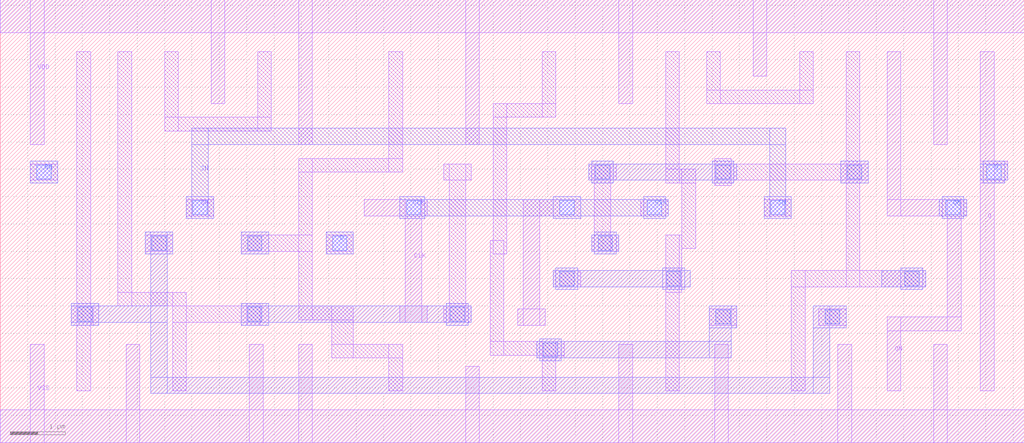
<source format=lef>
VERSION 5.7 ;
BUSBITCHARS "[]" ;
DIVIDERCHAR "/" ;

MACRO gf180mcu_osu_sc_gp12t3v3__addf_1
  CLASS CORE ;
  ORIGIN 0 0 ;
  FOREIGN gf180mcu_osu_sc_gp12t3v3__addf_1 0 0 ;
  SIZE 14 BY 8.1 ;
  SYMMETRY X Y ;
  SITE GF180_3p3_12t ;
  PIN VDD
    DIRECTION INOUT ;
    USE POWER ;
    SHAPE ABUTMENT ;
    PORT
      LAYER MET1 ;
        RECT 0 7.5 14 8.1 ;
        RECT 12.35 5.45 12.6 8.1 ;
        RECT 10.75 5.45 11 8.1 ;
        RECT 6.5 5.45 6.75 8.1 ;
        RECT 4.8 5.45 5.05 8.1 ;
        RECT 1.4 5.45 1.65 8.1 ;
    END
  END VDD
  PIN VSS
    DIRECTION INOUT ;
    USE GROUND ;
    PORT
      LAYER MET1 ;
        RECT 0 0 14 0.6 ;
        RECT 12.35 0 12.6 1.8 ;
        RECT 10.75 0 11 1.8 ;
        RECT 6.5 0 6.75 1.45 ;
        RECT 4.8 0 5.05 1.8 ;
        RECT 1.4 0 1.65 1.8 ;
    END
  END VSS
  PIN A
    DIRECTION INPUT ;
    USE SIGNAL ;
    PORT
      LAYER MET1 ;
        RECT 8.7 3.5 9.2 3.8 ;
        RECT 4.6 3.5 5.1 3.8 ;
        RECT 0.6 3.5 1.1 3.8 ;
      LAYER MET2 ;
        RECT 0.6 3.5 9.2 3.8 ;
        RECT 8.75 3.45 9.15 3.85 ;
        RECT 4.65 3.45 5.05 3.85 ;
        RECT 0.65 3.45 1.05 3.85 ;
      LAYER VIA12 ;
        RECT 0.72 3.52 0.98 3.78 ;
        RECT 4.72 3.52 4.98 3.78 ;
        RECT 8.82 3.52 9.08 3.78 ;
    END
  END A
  PIN B
    DIRECTION INPUT ;
    USE SIGNAL ;
    PORT
      LAYER MET1 ;
        RECT 9.55 4.15 10.05 4.45 ;
        RECT 3.6 4.15 6.25 4.45 ;
        RECT 1.5 4.15 2 4.45 ;
      LAYER MET2 ;
        RECT 5.75 4.15 10.05 4.45 ;
        RECT 9.6 4.1 10 4.5 ;
        RECT 5.8 4.1 6.2 4.5 ;
        RECT 1.5 4.15 4.1 4.45 ;
        RECT 3.65 4.1 4.05 4.5 ;
        RECT 1.55 4.1 1.95 4.5 ;
      LAYER VIA12 ;
        RECT 1.62 4.17 1.88 4.43 ;
        RECT 3.72 4.17 3.98 4.43 ;
        RECT 5.87 4.17 6.13 4.43 ;
        RECT 9.67 4.17 9.93 4.43 ;
    END
  END B
  PIN CI
    DIRECTION INPUT ;
    USE SIGNAL ;
    PORT
      LAYER MET1 ;
        RECT 10.05 2.2 10.55 2.5 ;
        RECT 6.65 2.2 7.15 2.5 ;
        RECT 2.35 2.85 2.85 3.15 ;
      LAYER MET2 ;
        RECT 2.45 2.2 10.55 2.5 ;
        RECT 10.1 2.15 10.5 2.55 ;
        RECT 10.15 2.1 10.45 2.55 ;
        RECT 6.7 2.15 7.1 2.55 ;
        RECT 6.75 2.1 7.05 2.55 ;
        RECT 2.35 2.85 2.85 3.15 ;
        RECT 2.4 2.8 2.8 3.2 ;
        RECT 2.45 2.2 2.75 3.2 ;
      LAYER VIA12 ;
        RECT 2.47 2.87 2.73 3.13 ;
        RECT 6.77 2.22 7.03 2.48 ;
        RECT 10.17 2.22 10.43 2.48 ;
    END
  END CI
  PIN CO
    DIRECTION OUTPUT ;
    USE SIGNAL ;
    PORT
      LAYER MET1 ;
        RECT 13.2 2.85 13.75 3.15 ;
        RECT 13.2 2.8 13.6 3.2 ;
        RECT 13.2 0.95 13.45 7.15 ;
      LAYER MET2 ;
        RECT 13.25 2.85 13.75 3.15 ;
        RECT 13.3 2.8 13.7 3.2 ;
      LAYER VIA12 ;
        RECT 13.37 2.87 13.63 3.13 ;
    END
  END CO
  PIN S
    DIRECTION OUTPUT ;
    USE SIGNAL ;
    PORT
      LAYER MET1 ;
        RECT 11.6 4.15 12 4.45 ;
        RECT 11.6 0.95 11.85 7.15 ;
      LAYER MET2 ;
        RECT 11.5 4.15 12 4.45 ;
        RECT 11.55 4.1 11.95 4.5 ;
      LAYER VIA12 ;
        RECT 11.62 4.17 11.88 4.43 ;
    END
  END S
  OBS
    LAYER MET2 ;
      RECT 12.5 2.8 12.9 3.2 ;
      RECT 7.5 2.8 7.9 3.2 ;
      RECT 7.45 2.85 12.95 3.15 ;
      RECT 12.55 2.75 12.85 3.2 ;
    LAYER VIA12 ;
      RECT 12.57 2.87 12.83 3.13 ;
      RECT 7.57 2.87 7.83 3.13 ;
    LAYER MET1 ;
      RECT 8.2 0.95 8.45 7.15 ;
      RECT 8.2 2.85 11.35 3.15 ;
      RECT 3.1 0.95 3.35 7.15 ;
      RECT 3.1 2.85 7.95 3.15 ;
      RECT 5.65 1.7 7.6 1.95 ;
      RECT 7.35 0.95 7.6 1.95 ;
      RECT 5.65 0.95 5.9 1.95 ;
      RECT 7.35 4.95 7.6 7.15 ;
      RECT 5.65 4.95 5.9 7.15 ;
      RECT 5.65 4.95 7.6 5.2 ;
      RECT 0.55 2.05 2.5 2.3 ;
      RECT 2.25 0.95 2.5 2.3 ;
      RECT 0.55 0.95 0.8 2.3 ;
      RECT 2.25 4.95 2.5 7.15 ;
      RECT 0.55 4.95 0.8 7.15 ;
      RECT 0.55 4.95 2.5 5.2 ;
      RECT 12.45 2.85 12.95 3.15 ;
  END
END gf180mcu_osu_sc_gp12t3v3__addf_1

MACRO gf180mcu_osu_sc_gp12t3v3__addh_1
  CLASS CORE ;
  ORIGIN 0 0 ;
  FOREIGN gf180mcu_osu_sc_gp12t3v3__addh_1 0 0 ;
  SIZE 8.1 BY 8.1 ;
  SYMMETRY X Y ;
  SITE GF180_3p3_12t ;
  PIN VDD
    DIRECTION INOUT ;
    USE POWER ;
    SHAPE ABUTMENT ;
    PORT
      LAYER MET1 ;
        RECT 0 7.5 8.1 8.1 ;
        RECT 6.4 5.45 6.65 8.1 ;
        RECT 3.85 5.45 4.1 8.1 ;
        RECT 3.1 5.45 3.35 8.1 ;
        RECT 1.4 5.45 1.65 8.1 ;
    END
  END VDD
  PIN VSS
    DIRECTION INOUT ;
    USE GROUND ;
    PORT
      LAYER MET1 ;
        RECT 0 0 8.1 0.6 ;
        RECT 6.4 0 6.65 1.8 ;
        RECT 1.4 0 1.65 1.8 ;
    END
  END VSS
  PIN A
    DIRECTION INPUT ;
    USE SIGNAL ;
    PORT
      LAYER MET1 ;
        RECT 3.9 3.5 4.4 3.8 ;
        RECT 1.5 3.5 2 3.8 ;
      LAYER MET2 ;
        RECT 3.9 3.45 4.4 3.85 ;
        RECT 1.5 3.5 4.4 3.8 ;
        RECT 1.5 3.45 2 3.85 ;
      LAYER VIA12 ;
        RECT 1.62 3.52 1.88 3.78 ;
        RECT 4.02 3.52 4.28 3.78 ;
    END
  END A
  PIN B
    DIRECTION INPUT ;
    USE SIGNAL ;
    PORT
      LAYER MET1 ;
        RECT 5.2 2.85 5.7 3.15 ;
        RECT 2.35 2.85 2.85 3.15 ;
      LAYER MET2 ;
        RECT 5.2 2.8 5.7 3.2 ;
        RECT 2.35 2.85 5.7 3.15 ;
        RECT 2.35 2.8 2.85 3.2 ;
      LAYER VIA12 ;
        RECT 2.47 2.87 2.73 3.13 ;
        RECT 5.32 2.87 5.58 3.13 ;
    END
  END B
  PIN CO
    DIRECTION OUTPUT ;
    USE SIGNAL ;
    PORT
      LAYER MET1 ;
        RECT 0.4 2.2 0.9 2.5 ;
        RECT 0.55 0.95 0.8 7.15 ;
      LAYER MET2 ;
        RECT 0.4 2.15 0.9 2.55 ;
      LAYER VIA12 ;
        RECT 0.52 2.22 0.78 2.48 ;
    END
  END CO
  PIN S
    DIRECTION OUTPUT ;
    USE SIGNAL ;
    PORT
      LAYER MET1 ;
        RECT 7.2 4.8 7.7 5.1 ;
        RECT 7.25 4.75 7.6 5.15 ;
        RECT 7.25 0.95 7.5 7.15 ;
      LAYER MET2 ;
        RECT 7.2 4.75 7.7 5.15 ;
      LAYER VIA12 ;
        RECT 7.32 4.82 7.58 5.08 ;
    END
  END S
  OBS
    LAYER MET2 ;
      RECT 6.05 4.75 6.55 5.15 ;
      RECT 3 4.75 3.5 5.15 ;
      RECT 3 4.8 6.55 5.1 ;
    LAYER VIA12 ;
      RECT 6.17 4.82 6.43 5.08 ;
      RECT 3.12 4.82 3.38 5.08 ;
    LAYER MET1 ;
      RECT 5.55 3.5 5.8 7.15 ;
      RECT 5.55 3.5 7 3.8 ;
      RECT 4.7 3.5 7 3.75 ;
      RECT 4.7 1.35 4.95 3.75 ;
      RECT 5.55 0.85 5.8 1.9 ;
      RECT 3.85 0.85 4.1 1.9 ;
      RECT 3.85 0.85 5.8 1.1 ;
      RECT 2.25 4.8 2.5 7.15 ;
      RECT 1.05 4.8 3.5 5.1 ;
      RECT 3.1 0.95 3.35 5.1 ;
      RECT 6.05 4.8 6.55 5.1 ;
  END
END gf180mcu_osu_sc_gp12t3v3__addh_1

MACRO gf180mcu_osu_sc_gp12t3v3__and2_1
  CLASS CORE ;
  ORIGIN 0 0 ;
  FOREIGN gf180mcu_osu_sc_gp12t3v3__and2_1 0 0 ;
  SIZE 3.9 BY 8.1 ;
  SYMMETRY X Y ;
  SITE GF180_3p3_12t ;
  PIN VDD
    DIRECTION INOUT ;
    USE POWER ;
    SHAPE ABUTMENT ;
    PORT
      LAYER MET1 ;
        RECT 0 7.5 3.9 8.1 ;
        RECT 2.25 5.45 2.5 8.1 ;
        RECT 0.55 5.45 0.8 8.1 ;
    END
  END VDD
  PIN VSS
    DIRECTION INOUT ;
    USE GROUND ;
    PORT
      LAYER MET1 ;
        RECT 0 0 3.9 0.6 ;
        RECT 2.1 0 2.5 1.8 ;
    END
  END VSS
  PIN A
    DIRECTION INPUT ;
    USE SIGNAL ;
    PORT
      LAYER MET1 ;
        RECT 0.6 3.5 1.1 3.8 ;
      LAYER MET2 ;
        RECT 0.6 3.45 1.1 3.85 ;
      LAYER VIA12 ;
        RECT 0.72 3.52 0.98 3.78 ;
    END
  END A
  PIN B
    DIRECTION INPUT ;
    USE SIGNAL ;
    PORT
      LAYER MET1 ;
        RECT 1.9 2.85 2.4 3.15 ;
      LAYER MET2 ;
        RECT 1.9 2.8 2.4 3.2 ;
      LAYER VIA12 ;
        RECT 2.02 2.87 2.28 3.13 ;
    END
  END B
  PIN Y
    DIRECTION OUTPUT ;
    USE SIGNAL ;
    PORT
      LAYER MET1 ;
        RECT 3.1 4.85 3.6 5.15 ;
        RECT 3.1 4.8 3.5 5.15 ;
        RECT 3.1 4.8 3.45 5.2 ;
        RECT 3.1 0.95 3.35 7.15 ;
      LAYER MET2 ;
        RECT 3.1 4.8 3.6 5.2 ;
      LAYER VIA12 ;
        RECT 3.22 4.87 3.48 5.13 ;
    END
  END Y
  OBS
    LAYER MET2 ;
      RECT 2.35 4.1 2.85 4.5 ;
      RECT 1.3 4.1 1.8 4.5 ;
    LAYER VIA12 ;
      RECT 2.47 4.17 2.73 4.43 ;
      RECT 1.42 4.17 1.68 4.43 ;
    LAYER MET1 ;
      RECT 1.4 1.9 1.65 7.15 ;
      RECT 1.3 4.15 2.85 4.45 ;
      RECT 0.7 1.9 1.65 2.15 ;
      RECT 0.7 0.95 0.95 2.15 ;
  END
END gf180mcu_osu_sc_gp12t3v3__and2_1

MACRO gf180mcu_osu_sc_gp12t3v3__aoi21_1
  CLASS CORE ;
  ORIGIN 0 0 ;
  FOREIGN gf180mcu_osu_sc_gp12t3v3__aoi21_1 0 0 ;
  SIZE 3.9 BY 8.1 ;
  SYMMETRY X Y ;
  SITE GF180_3p3_12t ;
  PIN VDD
    DIRECTION INOUT ;
    USE POWER ;
    SHAPE ABUTMENT ;
    PORT
      LAYER MET1 ;
        RECT 0 7.5 3.9 8.1 ;
        RECT 1.4 6.2 1.65 8.1 ;
    END
  END VDD
  PIN VSS
    DIRECTION INOUT ;
    USE GROUND ;
    PORT
      LAYER MET1 ;
        RECT 0 0 3.9 0.6 ;
        RECT 2.95 0 3.2 1.8 ;
        RECT 0.7 0 0.95 1.8 ;
    END
  END VSS
  PIN A0
    DIRECTION INPUT ;
    USE SIGNAL ;
    PORT
      LAYER MET1 ;
        RECT 0.6 3.5 1.1 3.8 ;
      LAYER MET2 ;
        RECT 0.6 3.45 1.1 3.85 ;
      LAYER VIA12 ;
        RECT 0.72 3.52 0.98 3.78 ;
    END
  END A0
  PIN A1
    DIRECTION INPUT ;
    USE SIGNAL ;
    PORT
      LAYER MET1 ;
        RECT 1.6 4.15 2.1 4.45 ;
      LAYER MET2 ;
        RECT 1.6 4.1 2.1 4.5 ;
      LAYER VIA12 ;
        RECT 1.72 4.17 1.98 4.43 ;
    END
  END A1
  PIN B
    DIRECTION INPUT ;
    USE SIGNAL ;
    PORT
      LAYER MET1 ;
        RECT 2.35 3.5 2.85 3.8 ;
      LAYER MET2 ;
        RECT 2.35 3.45 2.85 3.85 ;
      LAYER VIA12 ;
        RECT 2.47 3.52 2.73 3.78 ;
    END
  END B
  PIN Y
    DIRECTION OUTPUT ;
    USE SIGNAL ;
    PORT
      LAYER MET1 ;
        RECT 3 4.8 3.5 5.1 ;
        RECT 3.1 2.55 3.35 7.15 ;
        RECT 2.1 2.55 3.35 2.8 ;
        RECT 2.1 0.95 2.35 2.8 ;
      LAYER MET2 ;
        RECT 3 4.75 3.5 5.15 ;
      LAYER VIA12 ;
        RECT 3.12 4.82 3.38 5.08 ;
    END
  END Y
  OBS
    LAYER MET1 ;
      RECT 2.25 5.7 2.5 7.15 ;
      RECT 0.55 5.7 0.8 7.15 ;
      RECT 0.55 5.7 2.5 5.95 ;
  END
END gf180mcu_osu_sc_gp12t3v3__aoi21_1

MACRO gf180mcu_osu_sc_gp12t3v3__aoi22_1
  CLASS CORE ;
  ORIGIN 0 0 ;
  FOREIGN gf180mcu_osu_sc_gp12t3v3__aoi22_1 0 0 ;
  SIZE 5.35 BY 8.1 ;
  SYMMETRY X Y ;
  SITE GF180_3p3_12t ;
  PIN VDD
    DIRECTION INOUT ;
    USE POWER ;
    SHAPE ABUTMENT ;
    PORT
      LAYER MET1 ;
        RECT 0 7.5 5.35 8.1 ;
        RECT 1.4 6.2 1.65 8.1 ;
    END
  END VDD
  PIN VSS
    DIRECTION INOUT ;
    USE GROUND ;
    PORT
      LAYER MET1 ;
        RECT 0 0 5.35 0.6 ;
        RECT 3.5 0 3.75 1.8 ;
        RECT 0.7 0 0.95 1.8 ;
    END
  END VSS
  PIN A0
    DIRECTION INPUT ;
    USE SIGNAL ;
    PORT
      LAYER MET1 ;
        RECT 0.6 3.5 1.1 3.8 ;
      LAYER MET2 ;
        RECT 0.6 3.45 1.1 3.85 ;
      LAYER VIA12 ;
        RECT 0.72 3.52 0.98 3.78 ;
    END
  END A0
  PIN A1
    DIRECTION INPUT ;
    USE SIGNAL ;
    PORT
      LAYER MET1 ;
        RECT 1.6 4.15 2.1 4.45 ;
      LAYER MET2 ;
        RECT 1.6 4.1 2.1 4.5 ;
      LAYER VIA12 ;
        RECT 1.72 4.17 1.98 4.43 ;
    END
  END A1
  PIN B0
    DIRECTION INPUT ;
    USE SIGNAL ;
    PORT
      LAYER MET1 ;
        RECT 2.35 3.5 2.85 3.8 ;
      LAYER MET2 ;
        RECT 2.35 3.45 2.85 3.85 ;
      LAYER VIA12 ;
        RECT 2.47 3.52 2.73 3.78 ;
    END
  END B0
  PIN B1
    DIRECTION INPUT ;
    USE SIGNAL ;
    PORT
      LAYER MET1 ;
        RECT 3.3 4.15 3.8 4.45 ;
      LAYER MET2 ;
        RECT 3.3 4.1 3.8 4.5 ;
      LAYER VIA12 ;
        RECT 3.42 4.17 3.68 4.43 ;
    END
  END B1
  PIN Y
    DIRECTION OUTPUT ;
    USE SIGNAL ;
    PORT
      LAYER MET1 ;
        RECT 4.3 4.8 4.8 5.1 ;
        RECT 4.45 6 4.75 6.5 ;
        RECT 4.45 4.8 4.7 6.5 ;
        RECT 4.4 3 4.65 5.1 ;
        RECT 2.1 3 4.65 3.25 ;
        RECT 2.1 0.95 2.35 3.25 ;
        RECT 3 6.1 3.5 6.4 ;
        RECT 3.1 6.1 3.35 7.15 ;
      LAYER MET2 ;
        RECT 4.35 6.05 4.85 6.45 ;
        RECT 3 6.1 4.85 6.4 ;
        RECT 3 6.05 3.5 6.45 ;
        RECT 4.3 4.75 4.8 5.15 ;
      LAYER VIA12 ;
        RECT 3.12 6.12 3.38 6.38 ;
        RECT 4.42 4.82 4.68 5.08 ;
        RECT 4.47 6.12 4.73 6.38 ;
    END
  END Y
  OBS
    LAYER MET1 ;
      RECT 3.95 5.6 4.2 7.15 ;
      RECT 2.25 5.6 2.5 7.15 ;
      RECT 0.55 5.6 0.8 7.15 ;
      RECT 0.55 5.6 4.2 5.85 ;
  END
END gf180mcu_osu_sc_gp12t3v3__aoi22_1

MACRO gf180mcu_osu_sc_gp12t3v3__aoi31_1
  CLASS CORE ;
  ORIGIN 0 0 ;
  FOREIGN gf180mcu_osu_sc_gp12t3v3__aoi31_1 0 0 ;
  SIZE 4.8 BY 8.1 ;
  SYMMETRY X Y ;
  SITE GF180_3p3_12t ;
  PIN VDD
    DIRECTION INOUT ;
    USE POWER ;
    SHAPE ABUTMENT ;
    PORT
      LAYER MET1 ;
        RECT 0 7.5 4.8 8.1 ;
        RECT 2.3 6.2 2.55 8.1 ;
        RECT 0.6 5.45 0.85 8.1 ;
    END
  END VDD
  PIN VSS
    DIRECTION INOUT ;
    USE GROUND ;
    PORT
      LAYER MET1 ;
        RECT 0 0 4.8 0.6 ;
        RECT 3.85 0 4.1 1.8 ;
        RECT 1.05 0 1.3 1.8 ;
    END
  END VSS
  PIN A0
    DIRECTION INPUT ;
    USE SIGNAL ;
    PORT
      LAYER MET1 ;
        RECT 1.1 4.8 1.6 5.1 ;
      LAYER MET2 ;
        RECT 1.1 4.75 1.6 5.15 ;
      LAYER VIA12 ;
        RECT 1.22 4.82 1.48 5.08 ;
    END
  END A0
  PIN A1
    DIRECTION INPUT ;
    USE SIGNAL ;
    PORT
      LAYER MET1 ;
        RECT 1.9 3.5 2.4 3.8 ;
      LAYER MET2 ;
        RECT 1.9 3.45 2.4 3.85 ;
      LAYER VIA12 ;
        RECT 2.02 3.52 2.28 3.78 ;
    END
  END A1
  PIN A2
    DIRECTION INPUT ;
    USE SIGNAL ;
    PORT
      LAYER MET1 ;
        RECT 2.5 4.8 3 5.1 ;
      LAYER MET2 ;
        RECT 2.5 4.75 3 5.15 ;
      LAYER VIA12 ;
        RECT 2.62 4.82 2.88 5.08 ;
    END
  END A2
  PIN B
    DIRECTION INPUT ;
    USE SIGNAL ;
    PORT
      LAYER MET1 ;
        RECT 3.25 3.5 3.75 3.8 ;
      LAYER MET2 ;
        RECT 3.25 3.45 3.75 3.85 ;
      LAYER VIA12 ;
        RECT 3.37 3.52 3.63 3.78 ;
    END
  END B
  PIN Y
    DIRECTION OUTPUT ;
    USE SIGNAL ;
    PORT
      LAYER MET1 ;
        RECT 3.9 4.8 4.4 5.1 ;
        RECT 4 2.55 4.25 7.15 ;
        RECT 3 2.55 4.25 2.8 ;
        RECT 3 0.95 3.25 2.8 ;
      LAYER MET2 ;
        RECT 3.9 4.75 4.4 5.15 ;
      LAYER VIA12 ;
        RECT 4.02 4.82 4.28 5.08 ;
    END
  END Y
  OBS
    LAYER MET1 ;
      RECT 3.15 5.7 3.4 7.15 ;
      RECT 1.45 5.7 1.7 7.15 ;
      RECT 1.45 5.7 3.4 5.95 ;
  END
END gf180mcu_osu_sc_gp12t3v3__aoi31_1

MACRO gf180mcu_osu_sc_gp12t3v3__buf_1
  CLASS CORE ;
  ORIGIN 0 0 ;
  FOREIGN gf180mcu_osu_sc_gp12t3v3__buf_1 0 0 ;
  SIZE 3.1 BY 8.1 ;
  SYMMETRY X Y ;
  SITE GF180_3p3_12t ;
  PIN VDD
    DIRECTION INOUT ;
    USE POWER ;
    SHAPE ABUTMENT ;
    PORT
      LAYER MET1 ;
        RECT 0 7.5 3.1 8.1 ;
        RECT 1.4 5.45 1.65 8.1 ;
    END
  END VDD
  PIN VSS
    DIRECTION INOUT ;
    USE GROUND ;
    PORT
      LAYER MET1 ;
        RECT 0 0 3.1 0.6 ;
        RECT 1.4 0 1.65 1.8 ;
    END
  END VSS
  PIN A
    DIRECTION INPUT ;
    USE SIGNAL ;
    PORT
      LAYER MET1 ;
        RECT 1.05 4.15 1.55 4.45 ;
      LAYER MET2 ;
        RECT 1.05 4.15 1.55 4.45 ;
        RECT 1.1 4.1 1.5 4.5 ;
      LAYER VIA12 ;
        RECT 1.17 4.17 1.43 4.43 ;
    END
  END A
  PIN Y
    DIRECTION OUTPUT ;
    USE SIGNAL ;
    PORT
      LAYER MET1 ;
        RECT 2.15 4.8 2.65 5.1 ;
        RECT 2.25 0.95 2.5 7.15 ;
      LAYER MET2 ;
        RECT 2.15 4.75 2.65 5.15 ;
      LAYER VIA12 ;
        RECT 2.27 4.82 2.53 5.08 ;
    END
  END Y
  OBS
    LAYER MET1 ;
      RECT 0.55 0.95 0.8 7.15 ;
      RECT 0.55 2.9 2 3.2 ;
  END
END gf180mcu_osu_sc_gp12t3v3__buf_1

MACRO gf180mcu_osu_sc_gp12t3v3__buf_16
  CLASS CORE ;
  ORIGIN 0 0 ;
  FOREIGN gf180mcu_osu_sc_gp12t3v3__buf_16 0 0 ;
  SIZE 15.8 BY 8.1 ;
  SYMMETRY X Y ;
  SITE GF180_3p3_12t ;
  PIN VDD
    DIRECTION INOUT ;
    USE POWER ;
    SHAPE ABUTMENT ;
    PORT
      LAYER MET1 ;
        RECT 0 7.5 15.8 8.1 ;
        RECT 15 5.45 15.25 8.1 ;
        RECT 13.3 5.45 13.55 8.1 ;
        RECT 11.6 5.45 11.85 8.1 ;
        RECT 9.9 5.45 10.15 8.1 ;
        RECT 8.2 5.45 8.45 8.1 ;
        RECT 6.5 5.45 6.75 8.1 ;
        RECT 4.8 5.45 5.05 8.1 ;
        RECT 3.1 5.45 3.35 8.1 ;
        RECT 1.4 5.45 1.65 8.1 ;
    END
  END VDD
  PIN VSS
    DIRECTION INOUT ;
    USE GROUND ;
    PORT
      LAYER MET1 ;
        RECT 0 0 15.8 0.6 ;
        RECT 15 0 15.25 1.8 ;
        RECT 13.3 0 13.55 1.8 ;
        RECT 11.6 0 11.85 1.8 ;
        RECT 9.9 0 10.15 1.8 ;
        RECT 8.2 0 8.45 1.8 ;
        RECT 6.5 0 6.75 1.8 ;
        RECT 4.8 0 5.05 1.8 ;
        RECT 3.1 0 3.35 1.8 ;
        RECT 1.4 0 1.65 1.8 ;
    END
  END VSS
  PIN A
    DIRECTION INPUT ;
    USE SIGNAL ;
    PORT
      LAYER MET1 ;
        RECT 1.05 4.15 1.55 4.45 ;
      LAYER MET2 ;
        RECT 1.05 4.15 1.55 4.45 ;
        RECT 1.1 4.1 1.5 4.5 ;
      LAYER VIA12 ;
        RECT 1.17 4.17 1.43 4.43 ;
    END
  END A
  PIN Y
    DIRECTION OUTPUT ;
    USE SIGNAL ;
    PORT
      LAYER MET1 ;
        RECT 14.05 4.8 14.55 5.1 ;
        RECT 14.15 0.95 14.4 7.15 ;
        RECT 2.25 4.85 14.4 5.15 ;
        RECT 2.25 2.05 14.4 2.3 ;
        RECT 12.45 0.95 12.7 7.15 ;
        RECT 10.75 0.95 11 7.15 ;
        RECT 9.05 0.95 9.3 7.15 ;
        RECT 7.35 0.95 7.6 7.15 ;
        RECT 5.65 0.95 5.9 7.15 ;
        RECT 3.95 0.95 4.2 7.15 ;
        RECT 2.25 0.95 2.5 7.15 ;
      LAYER MET2 ;
        RECT 14 4.85 14.55 5.15 ;
        RECT 14.05 4.75 14.55 5.15 ;
      LAYER VIA12 ;
        RECT 14.17 4.82 14.43 5.08 ;
    END
  END Y
  OBS
    LAYER MET1 ;
      RECT 0.55 0.95 0.8 7.15 ;
      RECT 0.55 2.9 2 3.2 ;
  END
END gf180mcu_osu_sc_gp12t3v3__buf_16

MACRO gf180mcu_osu_sc_gp12t3v3__buf_2
  CLASS CORE ;
  ORIGIN 0 0 ;
  FOREIGN gf180mcu_osu_sc_gp12t3v3__buf_2 0 0 ;
  SIZE 3.9 BY 8.1 ;
  SYMMETRY X Y ;
  SITE GF180_3p3_12t ;
  PIN VDD
    DIRECTION INOUT ;
    USE POWER ;
    SHAPE ABUTMENT ;
    PORT
      LAYER MET1 ;
        RECT 0 7.5 3.9 8.1 ;
        RECT 3.1 5.45 3.35 8.1 ;
        RECT 1.4 5.45 1.65 8.1 ;
    END
  END VDD
  PIN VSS
    DIRECTION INOUT ;
    USE GROUND ;
    PORT
      LAYER MET1 ;
        RECT 0 0 3.9 0.6 ;
        RECT 3.1 0 3.35 1.8 ;
        RECT 1.4 0 1.65 1.8 ;
    END
  END VSS
  PIN A
    DIRECTION INPUT ;
    USE SIGNAL ;
    PORT
      LAYER MET1 ;
        RECT 1.05 4.15 1.55 4.45 ;
      LAYER MET2 ;
        RECT 1.05 4.15 1.55 4.45 ;
        RECT 1.1 4.1 1.5 4.5 ;
      LAYER VIA12 ;
        RECT 1.17 4.17 1.43 4.43 ;
    END
  END A
  PIN Y
    DIRECTION OUTPUT ;
    USE SIGNAL ;
    PORT
      LAYER MET1 ;
        RECT 2.15 4.8 2.65 5.1 ;
        RECT 2.25 0.95 2.5 7.15 ;
      LAYER MET2 ;
        RECT 2.15 4.75 2.65 5.15 ;
      LAYER VIA12 ;
        RECT 2.27 4.82 2.53 5.08 ;
    END
  END Y
  OBS
    LAYER MET1 ;
      RECT 0.55 0.95 0.8 7.15 ;
      RECT 0.55 2.9 2 3.2 ;
  END
END gf180mcu_osu_sc_gp12t3v3__buf_2

MACRO gf180mcu_osu_sc_gp12t3v3__buf_4
  CLASS CORE ;
  ORIGIN 0 0 ;
  FOREIGN gf180mcu_osu_sc_gp12t3v3__buf_4 0 0 ;
  SIZE 5.6 BY 8.1 ;
  SYMMETRY X Y ;
  SITE GF180_3p3_12t ;
  PIN VDD
    DIRECTION INOUT ;
    USE POWER ;
    SHAPE ABUTMENT ;
    PORT
      LAYER MET1 ;
        RECT 0 7.5 5.6 8.1 ;
        RECT 4.8 5.45 5.05 8.1 ;
        RECT 3.1 5.45 3.35 8.1 ;
        RECT 1.4 5.45 1.65 8.1 ;
    END
  END VDD
  PIN VSS
    DIRECTION INOUT ;
    USE GROUND ;
    PORT
      LAYER MET1 ;
        RECT 0 0 5.6 0.6 ;
        RECT 4.8 0 5.05 1.8 ;
        RECT 3.1 0 3.35 1.8 ;
        RECT 1.4 0 1.65 1.8 ;
    END
  END VSS
  PIN A
    DIRECTION INPUT ;
    USE SIGNAL ;
    PORT
      LAYER MET1 ;
        RECT 1.05 4.15 1.55 4.45 ;
      LAYER MET2 ;
        RECT 1.05 4.15 1.55 4.45 ;
        RECT 1.1 4.1 1.5 4.5 ;
      LAYER VIA12 ;
        RECT 1.17 4.17 1.43 4.43 ;
    END
  END A
  PIN Y
    DIRECTION OUTPUT ;
    USE SIGNAL ;
    PORT
      LAYER MET1 ;
        RECT 3.85 4.8 4.35 5.1 ;
        RECT 3.95 0.95 4.2 7.15 ;
        RECT 2.25 4.85 4.2 5.15 ;
        RECT 2.25 2.05 4.2 2.3 ;
        RECT 2.25 0.95 2.5 7.15 ;
      LAYER MET2 ;
        RECT 3.8 4.85 4.35 5.15 ;
        RECT 3.85 4.75 4.35 5.15 ;
      LAYER VIA12 ;
        RECT 3.97 4.82 4.23 5.08 ;
    END
  END Y
  OBS
    LAYER MET1 ;
      RECT 0.55 0.95 0.8 7.15 ;
      RECT 0.55 2.9 2 3.2 ;
  END
END gf180mcu_osu_sc_gp12t3v3__buf_4

MACRO gf180mcu_osu_sc_gp12t3v3__buf_8
  CLASS CORE ;
  ORIGIN 0 0 ;
  FOREIGN gf180mcu_osu_sc_gp12t3v3__buf_8 0 0 ;
  SIZE 9 BY 8.1 ;
  SYMMETRY X Y ;
  SITE GF180_3p3_12t ;
  PIN VDD
    DIRECTION INOUT ;
    USE POWER ;
    SHAPE ABUTMENT ;
    PORT
      LAYER MET1 ;
        RECT 0 7.5 9 8.1 ;
        RECT 8.2 5.45 8.45 8.1 ;
        RECT 6.5 5.45 6.75 8.1 ;
        RECT 4.8 5.45 5.05 8.1 ;
        RECT 3.1 5.45 3.35 8.1 ;
        RECT 1.4 5.45 1.65 8.1 ;
    END
  END VDD
  PIN VSS
    DIRECTION INOUT ;
    USE GROUND ;
    PORT
      LAYER MET1 ;
        RECT 0 0 9 0.6 ;
        RECT 8.2 0 8.45 1.8 ;
        RECT 6.5 0 6.75 1.8 ;
        RECT 4.8 0 5.05 1.8 ;
        RECT 3.1 0 3.35 1.8 ;
        RECT 1.4 0 1.65 1.8 ;
    END
  END VSS
  PIN A
    DIRECTION INPUT ;
    USE SIGNAL ;
    PORT
      LAYER MET1 ;
        RECT 1.05 4.15 1.55 4.45 ;
      LAYER MET2 ;
        RECT 1.05 4.15 1.55 4.45 ;
        RECT 1.1 4.1 1.5 4.5 ;
      LAYER VIA12 ;
        RECT 1.17 4.17 1.43 4.43 ;
    END
  END A
  PIN Y
    DIRECTION OUTPUT ;
    USE SIGNAL ;
    PORT
      LAYER MET1 ;
        RECT 7.25 4.8 7.75 5.1 ;
        RECT 7.35 0.95 7.6 7.15 ;
        RECT 2.25 4.85 7.6 5.15 ;
        RECT 2.25 2.05 7.6 2.3 ;
        RECT 5.65 0.95 5.9 7.15 ;
        RECT 3.95 0.95 4.2 7.15 ;
        RECT 2.25 0.95 2.5 7.15 ;
      LAYER MET2 ;
        RECT 7.2 4.85 7.75 5.15 ;
        RECT 7.25 4.75 7.75 5.15 ;
      LAYER VIA12 ;
        RECT 7.37 4.82 7.63 5.08 ;
    END
  END Y
  OBS
    LAYER MET1 ;
      RECT 0.55 0.95 0.8 7.15 ;
      RECT 0.55 2.9 2 3.2 ;
  END
END gf180mcu_osu_sc_gp12t3v3__buf_8

MACRO gf180mcu_osu_sc_gp12t3v3__clkbuf_1
  CLASS CORE ;
  ORIGIN 0 0 ;
  FOREIGN gf180mcu_osu_sc_gp12t3v3__clkbuf_1 0 0 ;
  SIZE 3.1 BY 8.1 ;
  SYMMETRY X Y ;
  SITE GF180_3p3_12t ;
  PIN VDD
    DIRECTION INOUT ;
    USE POWER ;
    SHAPE ABUTMENT ;
    PORT
      LAYER MET1 ;
        RECT 0 7.5 3.1 8.1 ;
        RECT 1.4 5.45 1.65 8.1 ;
    END
  END VDD
  PIN VSS
    DIRECTION INOUT ;
    USE GROUND ;
    PORT
      LAYER MET1 ;
        RECT 0 0 3.1 0.6 ;
        RECT 1.4 0 1.65 1.8 ;
    END
  END VSS
  PIN A
    DIRECTION INPUT ;
    USE SIGNAL ;
    PORT
      LAYER MET1 ;
        RECT 1.05 4.15 1.55 4.45 ;
      LAYER MET2 ;
        RECT 1.05 4.15 1.55 4.45 ;
        RECT 1.1 4.1 1.5 4.5 ;
      LAYER VIA12 ;
        RECT 1.17 4.17 1.43 4.43 ;
    END
  END A
  PIN Y
    DIRECTION OUTPUT ;
    USE SIGNAL ;
    PORT
      LAYER MET1 ;
        RECT 2.15 4.8 2.65 5.1 ;
        RECT 2.25 0.95 2.5 7.15 ;
      LAYER MET2 ;
        RECT 2.15 4.75 2.65 5.15 ;
      LAYER VIA12 ;
        RECT 2.27 4.82 2.53 5.08 ;
    END
  END Y
  OBS
    LAYER MET1 ;
      RECT 0.55 0.95 0.8 7.15 ;
      RECT 0.55 2.9 2 3.2 ;
  END
END gf180mcu_osu_sc_gp12t3v3__clkbuf_1

MACRO gf180mcu_osu_sc_gp12t3v3__clkbuf_16
  CLASS CORE ;
  ORIGIN 0 0 ;
  FOREIGN gf180mcu_osu_sc_gp12t3v3__clkbuf_16 0 0 ;
  SIZE 15.8 BY 8.1 ;
  SYMMETRY X Y ;
  SITE GF180_3p3_12t ;
  PIN VDD
    DIRECTION INOUT ;
    USE POWER ;
    SHAPE ABUTMENT ;
    PORT
      LAYER MET1 ;
        RECT 0 7.5 15.8 8.1 ;
        RECT 15 5.45 15.25 8.1 ;
        RECT 13.3 5.45 13.55 8.1 ;
        RECT 11.6 5.45 11.85 8.1 ;
        RECT 9.9 5.45 10.15 8.1 ;
        RECT 8.2 5.45 8.45 8.1 ;
        RECT 6.5 5.45 6.75 8.1 ;
        RECT 4.8 5.45 5.05 8.1 ;
        RECT 3.1 5.45 3.35 8.1 ;
        RECT 1.4 5.45 1.65 8.1 ;
    END
  END VDD
  PIN VSS
    DIRECTION INOUT ;
    USE GROUND ;
    PORT
      LAYER MET1 ;
        RECT 0 0 15.8 0.6 ;
        RECT 15 0 15.25 1.8 ;
        RECT 13.3 0 13.55 1.8 ;
        RECT 11.6 0 11.85 1.8 ;
        RECT 9.9 0 10.15 1.8 ;
        RECT 8.2 0 8.45 1.8 ;
        RECT 6.5 0 6.75 1.8 ;
        RECT 4.8 0 5.05 1.8 ;
        RECT 3.1 0 3.35 1.8 ;
        RECT 1.4 0 1.65 1.8 ;
    END
  END VSS
  PIN A
    DIRECTION INPUT ;
    USE SIGNAL ;
    PORT
      LAYER MET1 ;
        RECT 1.05 4.15 1.55 4.45 ;
      LAYER MET2 ;
        RECT 1.05 4.15 1.55 4.45 ;
        RECT 1.1 4.1 1.5 4.5 ;
      LAYER VIA12 ;
        RECT 1.17 4.17 1.43 4.43 ;
    END
  END A
  PIN Y
    DIRECTION OUTPUT ;
    USE SIGNAL ;
    PORT
      LAYER MET1 ;
        RECT 2.25 4.85 14.55 5.15 ;
        RECT 14.15 0.95 14.4 7.15 ;
        RECT 2.25 2.05 14.4 2.3 ;
        RECT 12.45 0.95 12.7 7.15 ;
        RECT 10.75 0.95 11 7.15 ;
        RECT 9.05 0.95 9.3 7.15 ;
        RECT 7.35 0.95 7.6 7.15 ;
        RECT 5.65 0.95 5.9 7.15 ;
        RECT 3.95 0.95 4.2 7.15 ;
        RECT 2.25 0.95 2.5 7.15 ;
      LAYER MET2 ;
        RECT 14.05 4.8 14.55 5.2 ;
        RECT 14 4.85 14.55 5.15 ;
      LAYER VIA12 ;
        RECT 14.17 4.87 14.43 5.13 ;
    END
  END Y
  OBS
    LAYER MET1 ;
      RECT 0.55 0.95 0.8 7.15 ;
      RECT 0.55 2.9 2 3.2 ;
  END
END gf180mcu_osu_sc_gp12t3v3__clkbuf_16

MACRO gf180mcu_osu_sc_gp12t3v3__clkbuf_2
  CLASS CORE ;
  ORIGIN 0 0 ;
  FOREIGN gf180mcu_osu_sc_gp12t3v3__clkbuf_2 0 0 ;
  SIZE 3.9 BY 8.1 ;
  SYMMETRY X Y ;
  SITE GF180_3p3_12t ;
  PIN VDD
    DIRECTION INOUT ;
    USE POWER ;
    SHAPE ABUTMENT ;
    PORT
      LAYER MET1 ;
        RECT 0 7.5 3.9 8.1 ;
        RECT 3.1 5.45 3.35 8.1 ;
        RECT 1.4 5.45 1.65 8.1 ;
    END
  END VDD
  PIN VSS
    DIRECTION INOUT ;
    USE GROUND ;
    PORT
      LAYER MET1 ;
        RECT 0 0 3.9 0.6 ;
        RECT 3.1 0 3.35 1.8 ;
        RECT 1.4 0 1.65 1.8 ;
    END
  END VSS
  PIN A
    DIRECTION INPUT ;
    USE SIGNAL ;
    PORT
      LAYER MET1 ;
        RECT 1.05 4.15 1.55 4.45 ;
      LAYER MET2 ;
        RECT 1.05 4.15 1.55 4.45 ;
        RECT 1.1 4.1 1.5 4.5 ;
      LAYER VIA12 ;
        RECT 1.17 4.17 1.43 4.43 ;
    END
  END A
  PIN Y
    DIRECTION OUTPUT ;
    USE SIGNAL ;
    PORT
      LAYER MET1 ;
        RECT 2.15 4.85 2.65 5.15 ;
        RECT 2.25 0.95 2.5 7.15 ;
      LAYER MET2 ;
        RECT 2.15 4.8 2.65 5.2 ;
      LAYER VIA12 ;
        RECT 2.27 4.87 2.53 5.13 ;
    END
  END Y
  OBS
    LAYER MET1 ;
      RECT 0.55 0.95 0.8 7.15 ;
      RECT 0.55 2.9 2 3.2 ;
  END
END gf180mcu_osu_sc_gp12t3v3__clkbuf_2

MACRO gf180mcu_osu_sc_gp12t3v3__clkbuf_4
  CLASS CORE ;
  ORIGIN 0 0 ;
  FOREIGN gf180mcu_osu_sc_gp12t3v3__clkbuf_4 0 0 ;
  SIZE 5.6 BY 8.1 ;
  SYMMETRY X Y ;
  SITE GF180_3p3_12t ;
  PIN VDD
    DIRECTION INOUT ;
    USE POWER ;
    SHAPE ABUTMENT ;
    PORT
      LAYER MET1 ;
        RECT 0 7.5 5.6 8.1 ;
        RECT 4.8 5.45 5.05 8.1 ;
        RECT 3.1 5.45 3.35 8.1 ;
        RECT 1.4 5.45 1.65 8.1 ;
    END
  END VDD
  PIN VSS
    DIRECTION INOUT ;
    USE GROUND ;
    PORT
      LAYER MET1 ;
        RECT 0 0 5.6 0.6 ;
        RECT 4.8 0 5.05 1.8 ;
        RECT 3.1 0 3.35 1.8 ;
        RECT 1.4 0 1.65 1.8 ;
    END
  END VSS
  PIN A
    DIRECTION INPUT ;
    USE SIGNAL ;
    PORT
      LAYER MET1 ;
        RECT 1.05 4.15 1.55 4.45 ;
      LAYER MET2 ;
        RECT 1.05 4.15 1.55 4.45 ;
        RECT 1.1 4.1 1.5 4.5 ;
      LAYER VIA12 ;
        RECT 1.17 4.17 1.43 4.43 ;
    END
  END A
  PIN Y
    DIRECTION OUTPUT ;
    USE SIGNAL ;
    PORT
      LAYER MET1 ;
        RECT 2.25 4.85 4.35 5.15 ;
        RECT 3.95 0.95 4.2 7.15 ;
        RECT 2.25 2.05 4.2 2.3 ;
        RECT 2.25 0.95 2.5 7.15 ;
      LAYER MET2 ;
        RECT 3.85 4.8 4.35 5.2 ;
        RECT 3.8 4.85 4.35 5.15 ;
      LAYER VIA12 ;
        RECT 3.97 4.87 4.23 5.13 ;
    END
  END Y
  OBS
    LAYER MET1 ;
      RECT 0.55 0.95 0.8 7.15 ;
      RECT 0.55 2.9 2 3.2 ;
  END
END gf180mcu_osu_sc_gp12t3v3__clkbuf_4

MACRO gf180mcu_osu_sc_gp12t3v3__clkbuf_8
  CLASS CORE ;
  ORIGIN 0 0 ;
  FOREIGN gf180mcu_osu_sc_gp12t3v3__clkbuf_8 0 0 ;
  SIZE 9 BY 8.1 ;
  SYMMETRY X Y ;
  SITE GF180_3p3_12t ;
  PIN VDD
    DIRECTION INOUT ;
    USE POWER ;
    SHAPE ABUTMENT ;
    PORT
      LAYER MET1 ;
        RECT 0 7.5 9 8.1 ;
        RECT 8.2 5.45 8.45 8.1 ;
        RECT 6.5 5.45 6.75 8.1 ;
        RECT 4.8 5.45 5.05 8.1 ;
        RECT 3.1 5.45 3.35 8.1 ;
        RECT 1.4 5.45 1.65 8.1 ;
    END
  END VDD
  PIN VSS
    DIRECTION INOUT ;
    USE GROUND ;
    PORT
      LAYER MET1 ;
        RECT 0 0 9 0.6 ;
        RECT 8.2 0 8.45 1.8 ;
        RECT 6.5 0 6.75 1.8 ;
        RECT 4.8 0 5.05 1.8 ;
        RECT 3.1 0 3.35 1.8 ;
        RECT 1.4 0 1.65 1.8 ;
    END
  END VSS
  PIN A
    DIRECTION INPUT ;
    USE SIGNAL ;
    PORT
      LAYER MET1 ;
        RECT 1.05 4.15 1.55 4.45 ;
      LAYER MET2 ;
        RECT 1.05 4.15 1.55 4.45 ;
        RECT 1.1 4.1 1.5 4.5 ;
      LAYER VIA12 ;
        RECT 1.17 4.17 1.43 4.43 ;
    END
  END A
  PIN Y
    DIRECTION OUTPUT ;
    USE SIGNAL ;
    PORT
      LAYER MET1 ;
        RECT 2.25 4.85 7.75 5.15 ;
        RECT 7.35 0.95 7.6 7.15 ;
        RECT 2.25 2.05 7.6 2.3 ;
        RECT 5.65 0.95 5.9 7.15 ;
        RECT 3.95 0.95 4.2 7.15 ;
        RECT 2.25 0.95 2.5 7.15 ;
      LAYER MET2 ;
        RECT 7.25 4.8 7.75 5.2 ;
        RECT 7.2 4.85 7.75 5.15 ;
      LAYER VIA12 ;
        RECT 7.37 4.87 7.63 5.13 ;
    END
  END Y
  OBS
    LAYER MET1 ;
      RECT 0.55 0.95 0.8 7.15 ;
      RECT 0.55 2.9 2 3.2 ;
  END
END gf180mcu_osu_sc_gp12t3v3__clkbuf_8

MACRO gf180mcu_osu_sc_gp12t3v3__clkinv_1
  CLASS CORE ;
  ORIGIN 0 0 ;
  FOREIGN gf180mcu_osu_sc_gp12t3v3__clkinv_1 0 0 ;
  SIZE 2.2 BY 8.1 ;
  SYMMETRY X Y ;
  SITE GF180_3p3_12t ;
  PIN VDD
    DIRECTION INOUT ;
    USE POWER ;
    SHAPE ABUTMENT ;
    PORT
      LAYER MET1 ;
        RECT 0 7.5 2.2 8.1 ;
        RECT 0.55 5.45 0.8 8.1 ;
    END
  END VDD
  PIN VSS
    DIRECTION INOUT ;
    USE GROUND ;
    PORT
      LAYER MET1 ;
        RECT 0 0 2.2 0.6 ;
        RECT 0.55 0 0.8 1.8 ;
    END
  END VSS
  PIN A
    DIRECTION INPUT ;
    USE SIGNAL ;
    PORT
      LAYER MET1 ;
        RECT 0.55 4.8 1.05 5.1 ;
      LAYER MET2 ;
        RECT 0.55 4.75 1.05 5.15 ;
      LAYER VIA12 ;
        RECT 0.67 4.82 0.93 5.08 ;
    END
  END A
  PIN Y
    DIRECTION OUTPUT ;
    USE SIGNAL ;
    PORT
      LAYER MET1 ;
        RECT 1.3 3.5 1.8 3.8 ;
        RECT 1.4 0.95 1.65 7.15 ;
      LAYER MET2 ;
        RECT 1.3 3.45 1.8 3.85 ;
      LAYER VIA12 ;
        RECT 1.42 3.52 1.68 3.78 ;
    END
  END Y
END gf180mcu_osu_sc_gp12t3v3__clkinv_1

MACRO gf180mcu_osu_sc_gp12t3v3__clkinv_16
  CLASS CORE ;
  ORIGIN 0 0 ;
  FOREIGN gf180mcu_osu_sc_gp12t3v3__clkinv_16 0 0 ;
  SIZE 15 BY 8.1 ;
  SYMMETRY X Y ;
  SITE GF180_3p3_12t ;
  PIN VDD
    DIRECTION INOUT ;
    USE POWER ;
    SHAPE ABUTMENT ;
    PORT
      LAYER MET1 ;
        RECT 0 7.5 15 8.1 ;
        RECT 14.15 5.45 14.4 8.1 ;
        RECT 12.45 5.45 12.7 8.1 ;
        RECT 10.75 5.45 11 8.1 ;
        RECT 9.05 5.45 9.3 8.1 ;
        RECT 7.35 5.45 7.6 8.1 ;
        RECT 5.65 5.45 5.9 8.1 ;
        RECT 3.95 5.45 4.2 8.1 ;
        RECT 2.25 5.45 2.5 8.1 ;
        RECT 0.55 5.45 0.8 8.1 ;
    END
  END VDD
  PIN VSS
    DIRECTION INOUT ;
    USE GROUND ;
    PORT
      LAYER MET1 ;
        RECT 0 0 15 0.6 ;
        RECT 14.15 0 14.4 1.8 ;
        RECT 12.45 0 12.7 1.8 ;
        RECT 10.75 0 11 1.8 ;
        RECT 9.05 0 9.3 1.8 ;
        RECT 7.35 0 7.6 1.8 ;
        RECT 5.65 0 5.9 1.8 ;
        RECT 3.95 0 4.2 1.8 ;
        RECT 2.25 0 2.5 1.8 ;
        RECT 0.55 0 0.8 1.8 ;
    END
  END VSS
  PIN A
    DIRECTION INPUT ;
    USE SIGNAL ;
    PORT
      LAYER MET1 ;
        RECT 0.4 3.5 0.9 3.8 ;
      LAYER MET2 ;
        RECT 0.4 3.45 0.9 3.85 ;
      LAYER VIA12 ;
        RECT 0.52 3.52 0.78 3.78 ;
    END
  END A
  PIN Y
    DIRECTION OUTPUT ;
    USE SIGNAL ;
    PORT
      LAYER MET1 ;
        RECT 13.3 0.95 13.55 7.15 ;
        RECT 1.4 4.45 13.55 4.7 ;
        RECT 13.15 4.35 13.55 4.7 ;
        RECT 1.4 2.05 13.55 2.3 ;
        RECT 11.6 0.95 11.85 7.15 ;
        RECT 9.9 0.95 10.15 7.15 ;
        RECT 8.2 0.95 8.45 7.15 ;
        RECT 6.5 0.95 6.75 7.15 ;
        RECT 4.8 0.95 5.05 7.15 ;
        RECT 3.1 0.95 3.35 7.15 ;
        RECT 1.4 0.95 1.65 7.15 ;
      LAYER MET2 ;
        RECT 13.15 4.35 13.65 4.75 ;
      LAYER VIA12 ;
        RECT 13.27 4.42 13.53 4.68 ;
    END
  END Y
END gf180mcu_osu_sc_gp12t3v3__clkinv_16

MACRO gf180mcu_osu_sc_gp12t3v3__clkinv_2
  CLASS CORE ;
  ORIGIN 0 0 ;
  FOREIGN gf180mcu_osu_sc_gp12t3v3__clkinv_2 0 0 ;
  SIZE 3.2 BY 8.1 ;
  SYMMETRY X Y ;
  SITE GF180_3p3_12t ;
  PIN VDD
    DIRECTION INOUT ;
    USE POWER ;
    SHAPE ABUTMENT ;
    PORT
      LAYER MET1 ;
        RECT 0 7.5 3.2 8.1 ;
        RECT 2.3 5.45 2.55 8.1 ;
        RECT 0.55 5.45 0.8 8.1 ;
    END
  END VDD
  PIN VSS
    DIRECTION INOUT ;
    USE GROUND ;
    PORT
      LAYER MET1 ;
        RECT 0 0 3.2 0.6 ;
        RECT 2.25 0 2.5 1.8 ;
        RECT 0.55 0 0.8 1.8 ;
    END
  END VSS
  PIN A
    DIRECTION INPUT ;
    USE SIGNAL ;
    PORT
      LAYER MET1 ;
        RECT 0.65 3.5 1.15 3.8 ;
      LAYER MET2 ;
        RECT 0.65 3.45 1.15 3.85 ;
      LAYER VIA12 ;
        RECT 0.77 3.52 1.03 3.78 ;
    END
  END A
  PIN Y
    DIRECTION OUTPUT ;
    USE SIGNAL ;
    PORT
      LAYER MET1 ;
        RECT 1.4 4.4 2 4.7 ;
        RECT 1.4 4.25 1.85 4.8 ;
        RECT 1.4 0.95 1.65 7.15 ;
      LAYER MET2 ;
        RECT 1.5 4.35 2 4.75 ;
      LAYER VIA12 ;
        RECT 1.62 4.42 1.88 4.68 ;
    END
  END Y
END gf180mcu_osu_sc_gp12t3v3__clkinv_2

MACRO gf180mcu_osu_sc_gp12t3v3__clkinv_4
  CLASS CORE ;
  ORIGIN 0 0 ;
  FOREIGN gf180mcu_osu_sc_gp12t3v3__clkinv_4 0 0 ;
  SIZE 4.8 BY 8.1 ;
  SYMMETRY X Y ;
  SITE GF180_3p3_12t ;
  PIN VDD
    DIRECTION INOUT ;
    USE POWER ;
    SHAPE ABUTMENT ;
    PORT
      LAYER MET1 ;
        RECT 0 7.5 4.8 8.1 ;
        RECT 3.95 5.45 4.2 8.1 ;
        RECT 2.25 5.45 2.5 8.1 ;
        RECT 0.55 5.45 0.8 8.1 ;
    END
  END VDD
  PIN VSS
    DIRECTION INOUT ;
    USE GROUND ;
    PORT
      LAYER MET1 ;
        RECT 0 0 4.8 0.6 ;
        RECT 3.95 0 4.2 1.8 ;
        RECT 2.25 0 2.5 1.8 ;
        RECT 0.55 0 0.8 1.8 ;
    END
  END VSS
  PIN A
    DIRECTION INPUT ;
    USE SIGNAL ;
    PORT
      LAYER MET1 ;
        RECT 0.4 3.5 0.9 3.8 ;
      LAYER MET2 ;
        RECT 0.4 3.45 0.9 3.85 ;
      LAYER VIA12 ;
        RECT 0.52 3.52 0.78 3.78 ;
    END
  END A
  PIN Y
    DIRECTION OUTPUT ;
    USE SIGNAL ;
    PORT
      LAYER MET1 ;
        RECT 3.1 0.95 3.35 7.15 ;
        RECT 1.4 4.45 3.35 4.7 ;
        RECT 2.95 4.35 3.35 4.7 ;
        RECT 1.4 2.05 3.35 2.3 ;
        RECT 1.4 0.95 1.65 7.15 ;
      LAYER MET2 ;
        RECT 2.95 4.35 3.45 4.75 ;
      LAYER VIA12 ;
        RECT 3.07 4.42 3.33 4.68 ;
    END
  END Y
END gf180mcu_osu_sc_gp12t3v3__clkinv_4

MACRO gf180mcu_osu_sc_gp12t3v3__clkinv_8
  CLASS CORE ;
  ORIGIN 0 0 ;
  FOREIGN gf180mcu_osu_sc_gp12t3v3__clkinv_8 0 0 ;
  SIZE 8.15 BY 8.1 ;
  SYMMETRY X Y ;
  SITE GF180_3p3_12t ;
  PIN VDD
    DIRECTION INOUT ;
    USE POWER ;
    SHAPE ABUTMENT ;
    PORT
      LAYER MET1 ;
        RECT 0 7.5 8.15 8.1 ;
        RECT 7.35 5.45 7.6 8.1 ;
        RECT 5.65 5.45 5.9 8.1 ;
        RECT 3.95 5.45 4.2 8.1 ;
        RECT 2.25 5.45 2.5 8.1 ;
        RECT 0.55 5.45 0.8 8.1 ;
    END
  END VDD
  PIN VSS
    DIRECTION INOUT ;
    USE GROUND ;
    PORT
      LAYER MET1 ;
        RECT 0 0 8.15 0.6 ;
        RECT 7.35 0 7.6 1.8 ;
        RECT 5.65 0 5.9 1.8 ;
        RECT 3.95 0 4.2 1.8 ;
        RECT 2.25 0 2.5 1.8 ;
        RECT 0.55 0 0.8 1.8 ;
    END
  END VSS
  PIN A
    DIRECTION INPUT ;
    USE SIGNAL ;
    PORT
      LAYER MET1 ;
        RECT 0.4 3.5 0.9 3.8 ;
      LAYER MET2 ;
        RECT 0.4 3.45 0.9 3.85 ;
      LAYER VIA12 ;
        RECT 0.52 3.52 0.78 3.78 ;
    END
  END A
  PIN Y
    DIRECTION OUTPUT ;
    USE SIGNAL ;
    PORT
      LAYER MET1 ;
        RECT 6.5 0.95 6.75 7.15 ;
        RECT 1.4 4.45 6.75 4.7 ;
        RECT 6.35 4.35 6.75 4.7 ;
        RECT 1.4 2.05 6.75 2.3 ;
        RECT 4.8 0.95 5.05 7.15 ;
        RECT 3.1 0.95 3.35 7.15 ;
        RECT 1.4 0.95 1.65 7.15 ;
      LAYER MET2 ;
        RECT 6.35 4.35 6.85 4.75 ;
      LAYER VIA12 ;
        RECT 6.47 4.42 6.73 4.68 ;
    END
  END Y
END gf180mcu_osu_sc_gp12t3v3__clkinv_8

MACRO gf180mcu_osu_sc_gp12t3v3__dff_1
  CLASS CORE ;
  ORIGIN 0 0 ;
  FOREIGN gf180mcu_osu_sc_gp12t3v3__dff_1 0 0 ;
  SIZE 13 BY 8.1 ;
  SYMMETRY X Y ;
  SITE GF180_3p3_12t ;
  PIN VDD
    DIRECTION INOUT ;
    USE POWER ;
    SHAPE ABUTMENT ;
    PORT
      LAYER MET1 ;
        RECT 0 7.5 13 8.1 ;
        RECT 11.3 5.45 11.55 8.1 ;
        RECT 8.85 5.45 9.1 8.1 ;
        RECT 7.25 6.2 7.5 8.1 ;
        RECT 4.45 5.45 4.7 8.1 ;
        RECT 1.4 5.45 1.65 8.1 ;
    END
  END VDD
  PIN VSS
    DIRECTION INOUT ;
    USE GROUND ;
    PORT
      LAYER MET1 ;
        RECT 0 0 13 0.6 ;
        RECT 11.3 0 11.55 1.8 ;
        RECT 8.85 0 9.1 1.45 ;
        RECT 7.25 0 7.5 1.8 ;
        RECT 4.45 0 4.7 1.4 ;
        RECT 1.4 0 1.65 1.8 ;
    END
  END VSS
  PIN CLK
    DIRECTION INPUT ;
    USE CLOCK ;
    PORT
      LAYER MET1 ;
        RECT 7.65 4.15 8.15 4.45 ;
        RECT 5.5 4.15 6.55 4.45 ;
        RECT 5.4 2.15 5.9 2.45 ;
        RECT 5.5 2.15 5.8 4.45 ;
        RECT 2.6 4.15 3.75 4.45 ;
        RECT 3.25 2.2 3.75 2.5 ;
        RECT 3.35 2.2 3.65 4.45 ;
      LAYER MET2 ;
        RECT 3.25 4.15 8.15 4.45 ;
        RECT 7.7 4.1 8.1 4.5 ;
        RECT 6.05 4.1 6.55 4.5 ;
        RECT 3.25 4.1 3.7 4.5 ;
      LAYER VIA12 ;
        RECT 3.37 4.17 3.63 4.43 ;
        RECT 6.17 4.17 6.43 4.43 ;
        RECT 7.77 4.17 8.03 4.43 ;
    END
  END CLK
  PIN D
    DIRECTION INPUT ;
    USE SIGNAL ;
    PORT
      LAYER MET1 ;
        RECT 1.9 3.5 2.4 3.8 ;
      LAYER MET2 ;
        RECT 1.75 3.5 2.55 3.8 ;
        RECT 1.9 3.45 2.4 3.85 ;
      LAYER VIA12 ;
        RECT 2.02 3.52 2.28 3.78 ;
    END
  END D
  PIN Q
    DIRECTION OUTPUT ;
    USE SIGNAL ;
    PORT
      LAYER MET1 ;
        RECT 12.15 4.8 12.65 5.15 ;
        RECT 12.15 4.75 12.6 5.15 ;
        RECT 12.15 0.95 12.4 7.15 ;
      LAYER MET2 ;
        RECT 12.15 4.8 12.65 5.1 ;
        RECT 12.2 4.75 12.6 5.15 ;
      LAYER VIA12 ;
        RECT 12.27 4.82 12.53 5.08 ;
    END
  END Q
  PIN QN
    DIRECTION OUTPUT ;
    USE SIGNAL ;
    PORT
      LAYER MET1 ;
        RECT 10.45 4.15 11.9 4.45 ;
        RECT 11.55 2.05 11.8 4.45 ;
        RECT 10.45 2.05 11.8 2.3 ;
        RECT 10.45 4.15 10.7 7.15 ;
        RECT 10.45 0.95 10.7 2.3 ;
      LAYER MET2 ;
        RECT 11.4 4.15 11.9 4.45 ;
        RECT 11.45 4.1 11.85 4.5 ;
      LAYER VIA12 ;
        RECT 11.52 4.17 11.78 4.43 ;
    END
  END QN
  OBS
    LAYER MET2 ;
      RECT 6.75 4.75 7.15 5.15 ;
      RECT 6.7 4.8 9.9 5.1 ;
      RECT 9.6 2.85 9.9 5.1 ;
      RECT 10.7 2.8 11.1 3.2 ;
      RECT 9.6 2.85 11.15 3.15 ;
      RECT 9 1.65 9.4 2.05 ;
      RECT 8.5 1.7 9.45 2 ;
      RECT 5.8 1.5 6.2 1.9 ;
      RECT 5.75 1.55 8.8 1.85 ;
      RECT 5.75 1.65 9.4 1.85 ;
      RECT 8.05 2.8 8.45 3.2 ;
      RECT 6.1 2.8 6.5 3.2 ;
      RECT 6.05 2.85 8.55 3.15 ;
      RECT 6.8 3.45 7.2 3.85 ;
      RECT 6.75 3.5 7.25 3.8 ;
      RECT 4.1 2.15 4.5 2.55 ;
      RECT 0.45 2.15 0.85 2.55 ;
      RECT 0.4 2.2 4.55 2.5 ;
    LAYER VIA12 ;
      RECT 10.77 2.87 11.03 3.13 ;
      RECT 9.07 1.72 9.33 1.98 ;
      RECT 8.12 2.87 8.38 3.13 ;
      RECT 6.87 3.52 7.13 3.78 ;
      RECT 6.82 4.82 7.08 5.08 ;
      RECT 6.17 2.87 6.43 3.13 ;
      RECT 5.87 1.57 6.13 1.83 ;
      RECT 4.17 2.22 4.43 2.48 ;
      RECT 0.52 2.22 0.78 2.48 ;
    LAYER MET1 ;
      RECT 9.7 0.95 9.95 7.15 ;
      RECT 9.7 2.85 11.15 3.15 ;
      RECT 9.05 1.7 9.35 3.25 ;
      RECT 8.95 2.85 9.45 3.15 ;
      RECT 8.95 1.7 9.45 2 ;
      RECT 8.1 4.75 8.35 7.15 ;
      RECT 8.1 4.75 8.9 5 ;
      RECT 8.6 3.55 8.9 5 ;
      RECT 8.1 3.55 8.9 3.8 ;
      RECT 8.1 2.75 8.4 3.8 ;
      RECT 8.1 0.95 8.35 3.8 ;
      RECT 6.7 4.8 7.2 5.1 ;
      RECT 6.8 3.45 7.1 5.1 ;
      RECT 6.75 3.5 7.3 3.8 ;
      RECT 6.8 3.45 7.2 3.8 ;
      RECT 5.85 5.95 6.1 7.15 ;
      RECT 4.95 5.95 6.1 6.2 ;
      RECT 4.95 3.45 5.2 6.2 ;
      RECT 4.9 1.6 5.15 3.7 ;
      RECT 4.9 1.6 6.25 1.85 ;
      RECT 5.85 1.55 6.25 1.85 ;
      RECT 5.85 0.95 6.1 1.85 ;
      RECT 4.05 4.8 4.55 5.1 ;
      RECT 4.15 2.2 4.45 5.1 ;
      RECT 4.05 2.2 4.55 2.5 ;
      RECT 3.05 4.95 3.3 7.15 ;
      RECT 1.4 4.95 3.3 5.2 ;
      RECT 1.4 2.25 1.65 5.2 ;
      RECT 1.05 4.15 1.65 4.45 ;
      RECT 1.4 2.25 2.4 2.5 ;
      RECT 2 1.55 2.4 2.5 ;
      RECT 2 1.55 3.3 1.8 ;
      RECT 3.05 0.95 3.3 1.8 ;
      RECT 0.55 0.95 0.8 7.15 ;
      RECT 0.5 2.1 0.8 2.6 ;
      RECT 6.05 2.85 6.55 3.15 ;
  END
END gf180mcu_osu_sc_gp12t3v3__dff_1

MACRO gf180mcu_osu_sc_gp12t3v3__dffn_1
  CLASS CORE ;
  ORIGIN 0 0 ;
  FOREIGN gf180mcu_osu_sc_gp12t3v3__dffn_1 0 0 ;
  SIZE 13 BY 8.1 ;
  SYMMETRY X Y ;
  SITE GF180_3p3_12t ;
  PIN VDD
    DIRECTION INOUT ;
    USE POWER ;
    SHAPE ABUTMENT ;
    PORT
      LAYER MET1 ;
        RECT 0 7.5 13 8.1 ;
        RECT 11.3 5.45 11.55 8.1 ;
        RECT 8.85 5.45 9.1 8.1 ;
        RECT 7.25 6.2 7.5 8.1 ;
        RECT 4.45 5.45 4.7 8.1 ;
        RECT 1.4 5.45 1.65 8.1 ;
    END
  END VDD
  PIN VSS
    DIRECTION INOUT ;
    USE GROUND ;
    PORT
      LAYER MET1 ;
        RECT 0 0 13 0.6 ;
        RECT 11.3 0 11.55 1.8 ;
        RECT 8.85 0 9.1 1.45 ;
        RECT 7.25 0 7.5 1.8 ;
        RECT 4.45 0 4.7 1.4 ;
        RECT 1.4 0 1.65 1.8 ;
    END
  END VSS
  PIN CLKN
    DIRECTION INPUT ;
    USE CLOCK ;
    PORT
      LAYER MET1 ;
        RECT 7.65 4.15 8.15 4.45 ;
        RECT 5.5 4.15 6.55 4.45 ;
        RECT 5.4 2.15 5.9 2.45 ;
        RECT 5.5 2.15 5.8 4.45 ;
        RECT 2.6 4.15 3.75 4.45 ;
        RECT 3.25 2.2 3.75 2.5 ;
        RECT 3.35 2.2 3.65 4.45 ;
      LAYER MET2 ;
        RECT 3.25 4.15 8.15 4.45 ;
        RECT 7.7 4.1 8.1 4.5 ;
        RECT 6.05 4.1 6.55 4.5 ;
        RECT 3.25 4.1 3.7 4.5 ;
      LAYER VIA12 ;
        RECT 3.37 4.17 3.63 4.43 ;
        RECT 6.17 4.17 6.43 4.43 ;
        RECT 7.77 4.17 8.03 4.43 ;
    END
  END CLKN
  PIN D
    DIRECTION INPUT ;
    USE SIGNAL ;
    PORT
      LAYER MET1 ;
        RECT 1.9 3.5 2.4 3.8 ;
      LAYER MET2 ;
        RECT 1.75 3.5 2.55 3.8 ;
        RECT 1.9 3.45 2.4 3.85 ;
      LAYER VIA12 ;
        RECT 2.02 3.52 2.28 3.78 ;
    END
  END D
  PIN Q
    DIRECTION OUTPUT ;
    USE SIGNAL ;
    PORT
      LAYER MET1 ;
        RECT 12.15 4.8 12.65 5.15 ;
        RECT 12.15 4.75 12.6 5.15 ;
        RECT 12.15 0.95 12.4 7.15 ;
      LAYER MET2 ;
        RECT 12.15 4.8 12.65 5.1 ;
        RECT 12.2 4.75 12.6 5.15 ;
      LAYER VIA12 ;
        RECT 12.27 4.82 12.53 5.08 ;
    END
  END Q
  PIN QN
    DIRECTION OUTPUT ;
    USE SIGNAL ;
    PORT
      LAYER MET1 ;
        RECT 10.45 4.15 11.9 4.45 ;
        RECT 11.55 2.05 11.8 4.45 ;
        RECT 10.45 2.05 11.8 2.3 ;
        RECT 10.45 4.15 10.7 7.15 ;
        RECT 10.45 0.95 10.7 2.3 ;
      LAYER MET2 ;
        RECT 11.4 4.15 11.9 4.45 ;
        RECT 11.45 4.1 11.85 4.5 ;
      LAYER VIA12 ;
        RECT 11.52 4.17 11.78 4.43 ;
    END
  END QN
  OBS
    LAYER MET2 ;
      RECT 6.75 4.75 7.15 5.15 ;
      RECT 6.7 4.8 9.9 5.1 ;
      RECT 9.6 2.85 9.9 5.1 ;
      RECT 10.7 2.8 11.1 3.2 ;
      RECT 9.6 2.85 11.15 3.15 ;
      RECT 9 1.65 9.4 2.05 ;
      RECT 8.5 1.7 9.45 2 ;
      RECT 5.8 1.5 6.2 1.9 ;
      RECT 5.75 1.55 8.8 1.85 ;
      RECT 5.75 1.65 9.4 1.85 ;
      RECT 8.05 2.8 8.45 3.2 ;
      RECT 6.1 2.8 6.5 3.2 ;
      RECT 6.05 2.85 8.55 3.15 ;
      RECT 6.8 3.45 7.2 3.85 ;
      RECT 6.75 3.5 7.25 3.8 ;
      RECT 4.1 2.15 4.5 2.55 ;
      RECT 0.45 2.15 0.85 2.55 ;
      RECT 0.4 2.2 4.55 2.5 ;
    LAYER VIA12 ;
      RECT 10.77 2.87 11.03 3.13 ;
      RECT 9.07 1.72 9.33 1.98 ;
      RECT 8.12 2.87 8.38 3.13 ;
      RECT 6.87 3.52 7.13 3.78 ;
      RECT 6.82 4.82 7.08 5.08 ;
      RECT 6.17 2.87 6.43 3.13 ;
      RECT 5.87 1.57 6.13 1.83 ;
      RECT 4.17 2.22 4.43 2.48 ;
      RECT 0.52 2.22 0.78 2.48 ;
    LAYER MET1 ;
      RECT 9.7 0.95 9.95 7.15 ;
      RECT 9.7 2.85 11.15 3.15 ;
      RECT 9.05 1.7 9.35 3.25 ;
      RECT 8.95 2.85 9.45 3.15 ;
      RECT 8.95 1.7 9.45 2 ;
      RECT 8.1 4.75 8.35 7.15 ;
      RECT 8.1 4.75 8.9 5 ;
      RECT 8.6 3.55 8.9 5 ;
      RECT 8.1 3.55 8.9 3.8 ;
      RECT 8.1 2.75 8.4 3.8 ;
      RECT 8.1 0.95 8.35 3.8 ;
      RECT 6.7 4.8 7.2 5.1 ;
      RECT 6.8 3.5 7.1 5.1 ;
      RECT 6.75 3.5 7.25 3.8 ;
      RECT 5.85 5.95 6.1 7.15 ;
      RECT 4.95 5.95 6.1 6.2 ;
      RECT 4.95 3.45 5.2 6.2 ;
      RECT 4.9 1.6 5.15 3.7 ;
      RECT 4.9 1.6 6.25 1.85 ;
      RECT 5.85 1.55 6.25 1.85 ;
      RECT 5.85 0.95 6.1 1.85 ;
      RECT 4.05 4.8 4.55 5.1 ;
      RECT 4.15 2.2 4.45 5.1 ;
      RECT 4.05 2.2 4.55 2.5 ;
      RECT 3.05 4.95 3.3 7.15 ;
      RECT 1.4 4.95 3.3 5.2 ;
      RECT 1.4 2.25 1.65 5.2 ;
      RECT 1.05 4.15 1.65 4.45 ;
      RECT 1.4 2.25 2.4 2.5 ;
      RECT 2 1.55 2.4 2.5 ;
      RECT 2 1.55 3.3 1.8 ;
      RECT 3.05 0.95 3.3 1.8 ;
      RECT 0.55 0.95 0.8 7.15 ;
      RECT 0.5 2.1 0.8 2.6 ;
      RECT 6.05 2.85 6.55 3.15 ;
  END
END gf180mcu_osu_sc_gp12t3v3__dffn_1

MACRO gf180mcu_osu_sc_gp12t3v3__dffr_1
  CLASS CORE ;
  ORIGIN 0 0 ;
  FOREIGN gf180mcu_osu_sc_gp12t3v3__dffr_1 0 0 ;
  SIZE 17.6 BY 8.1 ;
  SYMMETRY X Y ;
  SITE GF180_3p3_12t ;
  PIN VDD
    DIRECTION INOUT ;
    USE POWER ;
    SHAPE ABUTMENT ;
    PORT
      LAYER MET1 ;
        RECT 0 7.5 17.6 8.1 ;
        RECT 15.95 5.45 16.2 8.1 ;
        RECT 12.95 5.45 13.2 8.1 ;
        RECT 10.75 6.2 11 8.1 ;
        RECT 7.95 5.45 8.2 8.1 ;
        RECT 4.9 5.45 5.15 8.1 ;
        RECT 3.55 5.45 3.8 8.1 ;
        RECT 0.55 5.45 0.8 8.1 ;
    END
  END VDD
  PIN VSS
    DIRECTION INOUT ;
    USE GROUND ;
    PORT
      LAYER MET1 ;
        RECT 0 0 17.6 0.6 ;
        RECT 15.95 0 16.2 1.8 ;
        RECT 14.2 0 14.45 1.8 ;
        RECT 12.5 0 12.75 1.8 ;
        RECT 10.75 0 11 1.8 ;
        RECT 7.95 0 8.2 1.4 ;
        RECT 4.9 0 5.15 1.8 ;
        RECT 4 0 4.25 1.8 ;
        RECT 2.3 0 2.55 1.8 ;
        RECT 0.55 0 0.8 1.8 ;
    END
  END VSS
  PIN CLK
    DIRECTION INPUT ;
    USE CLOCK ;
    PORT
      LAYER MET1 ;
        RECT 11.15 4.15 11.65 4.45 ;
        RECT 9 4.15 10.05 4.45 ;
        RECT 8.9 2.15 9.4 2.45 ;
        RECT 9 2.15 9.3 4.45 ;
        RECT 6.1 4.15 7.25 4.45 ;
        RECT 6.75 2.2 7.25 2.5 ;
        RECT 6.85 2.2 7.15 4.45 ;
      LAYER MET2 ;
        RECT 6.75 4.15 11.65 4.45 ;
        RECT 11.2 4.1 11.6 4.5 ;
        RECT 9.55 4.1 10.05 4.5 ;
        RECT 6.75 4.1 7.2 4.5 ;
      LAYER VIA12 ;
        RECT 6.87 4.17 7.13 4.43 ;
        RECT 9.67 4.17 9.93 4.43 ;
        RECT 11.27 4.17 11.53 4.43 ;
    END
  END CLK
  PIN D
    DIRECTION INPUT ;
    USE SIGNAL ;
    PORT
      LAYER MET1 ;
        RECT 5.4 3.5 5.9 3.8 ;
      LAYER MET2 ;
        RECT 5.4 3.45 5.9 3.85 ;
      LAYER VIA12 ;
        RECT 5.52 3.52 5.78 3.78 ;
    END
  END D
  PIN Q
    DIRECTION OUTPUT ;
    USE SIGNAL ;
    PORT
      LAYER MET1 ;
        RECT 16.8 4.8 17.3 5.15 ;
        RECT 16.8 4.75 17.25 5.15 ;
        RECT 16.8 0.95 17.05 7.15 ;
      LAYER MET2 ;
        RECT 16.8 4.8 17.3 5.1 ;
        RECT 16.85 4.75 17.25 5.15 ;
      LAYER VIA12 ;
        RECT 16.92 4.82 17.18 5.08 ;
    END
  END Q
  PIN QN
    DIRECTION OUTPUT ;
    USE SIGNAL ;
    PORT
      LAYER MET1 ;
        RECT 15.1 4.15 16.55 4.45 ;
        RECT 16.2 2.05 16.45 4.45 ;
        RECT 15.1 2.05 16.45 2.3 ;
        RECT 15.1 4.15 15.35 7.15 ;
        RECT 15.1 0.95 15.35 2.3 ;
      LAYER MET2 ;
        RECT 16.05 4.15 16.55 4.45 ;
        RECT 16.1 4.1 16.5 4.5 ;
      LAYER VIA12 ;
        RECT 16.17 4.17 16.43 4.43 ;
    END
  END QN
  PIN RN
    DIRECTION INPUT ;
    USE SIGNAL ;
    PORT
      LAYER MET1 ;
        RECT 0.55 4.8 1.05 5.1 ;
      LAYER MET2 ;
        RECT 0.55 4.75 1.05 5.15 ;
      LAYER VIA12 ;
        RECT 0.67 4.82 0.93 5.08 ;
    END
  END RN
  OBS
    LAYER MET2 ;
      RECT 15.35 2.8 15.75 3.2 ;
      RECT 15 2.85 15.8 3.15 ;
      RECT 2.65 3.45 3.15 3.85 ;
      RECT 2.75 0.9 3.05 3.85 ;
      RECT 1.3 2.15 1.8 2.55 ;
      RECT 13.75 2.1 14.35 2.5 ;
      RECT 1.3 2.2 3.05 2.5 ;
      RECT 13.75 0.9 14.05 2.5 ;
      RECT 2.75 0.9 14.05 1.2 ;
      RECT 12.4 2.1 12.9 2.5 ;
      RECT 12.4 1.55 12.8 2.5 ;
      RECT 9.3 1.5 9.7 1.9 ;
      RECT 9.25 1.55 12.8 1.85 ;
      RECT 12.45 4.75 12.85 5.15 ;
      RECT 10.25 4.75 10.65 5.15 ;
      RECT 10.2 4.8 12.9 5.1 ;
      RECT 11.55 2.8 11.95 3.2 ;
      RECT 9.6 2.8 10 3.2 ;
      RECT 9.55 2.85 12.05 3.15 ;
      RECT 10.3 3.45 10.7 3.85 ;
      RECT 10.25 3.5 10.75 3.8 ;
      RECT 7.6 2.15 8 2.55 ;
      RECT 3.85 2.15 4.35 2.55 ;
      RECT 3.85 2.2 8.05 2.5 ;
      RECT 14.25 4.75 14.75 5.15 ;
    LAYER VIA12 ;
      RECT 15.42 2.87 15.68 3.13 ;
      RECT 14.37 4.82 14.63 5.08 ;
      RECT 13.97 2.17 14.23 2.43 ;
      RECT 12.52 2.17 12.78 2.43 ;
      RECT 12.52 4.82 12.78 5.08 ;
      RECT 11.62 2.87 11.88 3.13 ;
      RECT 10.37 3.52 10.63 3.78 ;
      RECT 10.32 4.82 10.58 5.08 ;
      RECT 9.67 2.87 9.93 3.13 ;
      RECT 9.37 1.57 9.63 1.83 ;
      RECT 7.67 2.22 7.93 2.48 ;
      RECT 3.97 2.22 4.23 2.48 ;
      RECT 2.77 3.52 3.03 3.78 ;
      RECT 1.42 2.22 1.68 2.48 ;
    LAYER MET1 ;
      RECT 14.35 2.85 14.6 7.15 ;
      RECT 12.5 4.7 12.8 5.2 ;
      RECT 12.5 4.8 14.75 5.1 ;
      RECT 13.35 2.85 15.8 3.15 ;
      RECT 13.35 0.95 13.6 3.15 ;
      RECT 11.6 4.75 11.85 7.15 ;
      RECT 11.6 4.75 12.15 5 ;
      RECT 11.9 3.55 12.15 5 ;
      RECT 11.6 2.75 11.9 3.8 ;
      RECT 11.6 0.95 11.85 3.8 ;
      RECT 10.2 4.8 10.7 5.1 ;
      RECT 10.3 3.5 10.6 5.1 ;
      RECT 10.25 3.5 10.75 3.8 ;
      RECT 9.35 5.95 9.6 7.15 ;
      RECT 8.45 5.95 9.6 6.2 ;
      RECT 8.45 3.45 8.7 6.2 ;
      RECT 8.4 1.6 8.65 3.7 ;
      RECT 8.4 1.6 9.75 1.85 ;
      RECT 9.35 1.55 9.75 1.85 ;
      RECT 9.35 0.95 9.6 1.85 ;
      RECT 7.55 4.8 8.05 5.1 ;
      RECT 7.65 2.2 7.95 5.1 ;
      RECT 7.55 2.2 8.05 2.5 ;
      RECT 6.55 4.95 6.8 7.15 ;
      RECT 4.9 4.95 6.8 5.2 ;
      RECT 4.9 2.25 5.15 5.2 ;
      RECT 3.85 4.15 5.15 4.45 ;
      RECT 4.9 2.25 5.9 2.5 ;
      RECT 5.5 1.55 5.9 2.5 ;
      RECT 5.5 1.55 6.8 1.8 ;
      RECT 6.55 0.95 6.8 1.8 ;
      RECT 2.15 2.5 2.4 7.15 ;
      RECT 2.15 2.5 3.4 2.75 ;
      RECT 3.15 0.95 3.4 2.75 ;
      RECT 3.95 2.15 4.2 2.55 ;
      RECT 3 2.2 4.35 2.5 ;
      RECT 1.4 0.95 1.65 7.15 ;
      RECT 1.3 2.2 1.8 2.5 ;
      RECT 1.4 2.15 1.7 2.5 ;
      RECT 13.85 2.15 14.35 2.45 ;
      RECT 12.4 2.15 12.9 2.45 ;
      RECT 9.55 2.85 10.05 3.15 ;
      RECT 2.65 3.5 3.15 3.8 ;
  END
END gf180mcu_osu_sc_gp12t3v3__dffr_1

MACRO gf180mcu_osu_sc_gp12t3v3__dffrn_1
  CLASS CORE ;
  ORIGIN 0 0 ;
  FOREIGN gf180mcu_osu_sc_gp12t3v3__dffrn_1 0 0 ;
  SIZE 17.6 BY 8.1 ;
  SYMMETRY X Y ;
  SITE GF180_3p3_12t ;
  PIN VDD
    DIRECTION INOUT ;
    USE POWER ;
    SHAPE ABUTMENT ;
    PORT
      LAYER MET1 ;
        RECT 0 7.5 17.6 8.1 ;
        RECT 15.95 5.45 16.2 8.1 ;
        RECT 12.95 5.45 13.2 8.1 ;
        RECT 10.75 6.2 11 8.1 ;
        RECT 7.95 5.45 8.2 8.1 ;
        RECT 4.9 5.45 5.15 8.1 ;
        RECT 3.55 5.45 3.8 8.1 ;
        RECT 0.55 5.45 0.8 8.1 ;
    END
  END VDD
  PIN VSS
    DIRECTION INOUT ;
    USE GROUND ;
    PORT
      LAYER MET1 ;
        RECT 0 0 17.6 0.6 ;
        RECT 15.95 0 16.2 1.8 ;
        RECT 14.2 0 14.45 1.8 ;
        RECT 12.5 0 12.75 1.8 ;
        RECT 10.75 0 11 1.8 ;
        RECT 7.95 0 8.2 1.4 ;
        RECT 4.9 0 5.15 1.8 ;
        RECT 4 0 4.25 1.8 ;
        RECT 2.3 0 2.55 1.8 ;
        RECT 0.55 0 0.8 1.8 ;
    END
  END VSS
  PIN CLKN
    DIRECTION INPUT ;
    USE CLOCK ;
    PORT
      LAYER MET1 ;
        RECT 11.15 4.15 11.65 4.45 ;
        RECT 9 4.15 10.05 4.45 ;
        RECT 8.9 2.15 9.4 2.45 ;
        RECT 9 2.15 9.3 4.45 ;
        RECT 6.1 4.15 7.25 4.45 ;
        RECT 6.75 2.2 7.25 2.5 ;
        RECT 6.85 2.2 7.15 4.45 ;
      LAYER MET2 ;
        RECT 6.75 4.15 11.65 4.45 ;
        RECT 11.2 4.1 11.6 4.5 ;
        RECT 9.55 4.1 10.05 4.5 ;
        RECT 6.75 4.1 7.2 4.5 ;
      LAYER VIA12 ;
        RECT 6.87 4.17 7.13 4.43 ;
        RECT 9.67 4.17 9.93 4.43 ;
        RECT 11.27 4.17 11.53 4.43 ;
    END
  END CLKN
  PIN D
    DIRECTION INPUT ;
    USE SIGNAL ;
    PORT
      LAYER MET1 ;
        RECT 5.4 3.5 5.9 3.8 ;
      LAYER MET2 ;
        RECT 5.4 3.45 5.9 3.85 ;
      LAYER VIA12 ;
        RECT 5.52 3.52 5.78 3.78 ;
    END
  END D
  PIN Q
    DIRECTION OUTPUT ;
    USE SIGNAL ;
    PORT
      LAYER MET1 ;
        RECT 16.8 4.8 17.3 5.15 ;
        RECT 16.8 4.75 17.25 5.15 ;
        RECT 16.8 0.95 17.05 7.15 ;
      LAYER MET2 ;
        RECT 16.8 4.8 17.3 5.1 ;
        RECT 16.85 4.75 17.25 5.15 ;
      LAYER VIA12 ;
        RECT 16.92 4.82 17.18 5.08 ;
    END
  END Q
  PIN QN
    DIRECTION OUTPUT ;
    USE SIGNAL ;
    PORT
      LAYER MET1 ;
        RECT 15.1 4.15 16.55 4.45 ;
        RECT 16.2 2.05 16.45 4.45 ;
        RECT 15.1 2.05 16.45 2.3 ;
        RECT 15.1 4.15 15.35 7.15 ;
        RECT 15.1 0.95 15.35 2.3 ;
      LAYER MET2 ;
        RECT 16.05 4.15 16.55 4.45 ;
        RECT 16.1 4.1 16.5 4.5 ;
      LAYER VIA12 ;
        RECT 16.17 4.17 16.43 4.43 ;
    END
  END QN
  PIN RN
    DIRECTION INPUT ;
    USE SIGNAL ;
    PORT
      LAYER MET1 ;
        RECT 0.55 4.8 1.05 5.1 ;
      LAYER MET2 ;
        RECT 0.55 4.75 1.05 5.15 ;
      LAYER VIA12 ;
        RECT 0.67 4.82 0.93 5.08 ;
    END
  END RN
  OBS
    LAYER MET2 ;
      RECT 15.35 2.8 15.75 3.2 ;
      RECT 15 2.85 15.8 3.15 ;
      RECT 2.65 3.45 3.15 3.85 ;
      RECT 2.75 0.9 3.05 3.85 ;
      RECT 1.3 2.15 1.8 2.55 ;
      RECT 13.75 2.1 14.35 2.5 ;
      RECT 1.3 2.2 3.05 2.5 ;
      RECT 13.75 0.9 14.05 2.5 ;
      RECT 2.75 0.9 14.05 1.2 ;
      RECT 12.4 2.1 12.9 2.5 ;
      RECT 12.4 1.55 12.8 2.5 ;
      RECT 9.3 1.5 9.7 1.9 ;
      RECT 9.25 1.55 12.8 1.85 ;
      RECT 12.45 4.75 12.85 5.15 ;
      RECT 10.25 4.75 10.65 5.15 ;
      RECT 10.2 4.8 12.9 5.1 ;
      RECT 11.55 2.8 11.95 3.2 ;
      RECT 9.6 2.8 10 3.2 ;
      RECT 9.55 2.85 12.05 3.15 ;
      RECT 10.3 3.45 10.7 3.85 ;
      RECT 10.25 3.5 10.75 3.8 ;
      RECT 7.6 2.15 8 2.55 ;
      RECT 3.85 2.15 4.35 2.55 ;
      RECT 3.85 2.2 8.05 2.5 ;
      RECT 14.25 4.75 14.75 5.15 ;
    LAYER VIA12 ;
      RECT 15.42 2.87 15.68 3.13 ;
      RECT 14.37 4.82 14.63 5.08 ;
      RECT 13.97 2.17 14.23 2.43 ;
      RECT 12.52 2.17 12.78 2.43 ;
      RECT 12.52 4.82 12.78 5.08 ;
      RECT 11.62 2.87 11.88 3.13 ;
      RECT 10.37 3.52 10.63 3.78 ;
      RECT 10.32 4.82 10.58 5.08 ;
      RECT 9.67 2.87 9.93 3.13 ;
      RECT 9.37 1.57 9.63 1.83 ;
      RECT 7.67 2.22 7.93 2.48 ;
      RECT 3.97 2.22 4.23 2.48 ;
      RECT 2.77 3.52 3.03 3.78 ;
      RECT 1.42 2.22 1.68 2.48 ;
    LAYER MET1 ;
      RECT 14.35 2.85 14.6 7.15 ;
      RECT 12.5 4.7 12.8 5.2 ;
      RECT 12.5 4.8 14.75 5.1 ;
      RECT 13.35 2.85 15.8 3.15 ;
      RECT 13.35 0.95 13.6 3.15 ;
      RECT 11.6 4.75 11.85 7.15 ;
      RECT 11.6 4.75 12.15 5 ;
      RECT 11.9 3.55 12.15 5 ;
      RECT 11.6 2.75 11.9 3.8 ;
      RECT 11.6 0.95 11.85 3.8 ;
      RECT 10.2 4.8 10.7 5.1 ;
      RECT 10.3 3.5 10.6 5.1 ;
      RECT 10.25 3.5 10.75 3.8 ;
      RECT 9.35 5.95 9.6 7.15 ;
      RECT 8.45 5.95 9.6 6.2 ;
      RECT 8.45 3.45 8.7 6.2 ;
      RECT 8.4 1.6 8.65 3.7 ;
      RECT 8.4 1.6 9.75 1.85 ;
      RECT 9.35 1.55 9.75 1.85 ;
      RECT 9.35 0.95 9.6 1.85 ;
      RECT 7.55 4.8 8.05 5.1 ;
      RECT 7.65 2.2 7.95 5.1 ;
      RECT 7.55 2.2 8.05 2.5 ;
      RECT 6.55 4.95 6.8 7.15 ;
      RECT 4.9 4.95 6.8 5.2 ;
      RECT 4.9 2.25 5.15 5.2 ;
      RECT 3.85 4.15 5.15 4.45 ;
      RECT 4.9 2.25 5.9 2.5 ;
      RECT 5.5 1.55 5.9 2.5 ;
      RECT 5.5 1.55 6.8 1.8 ;
      RECT 6.55 0.95 6.8 1.8 ;
      RECT 2.15 2.5 2.4 7.15 ;
      RECT 2.15 2.5 3.4 2.75 ;
      RECT 3.15 0.95 3.4 2.75 ;
      RECT 3.95 2.15 4.2 2.55 ;
      RECT 3 2.2 4.35 2.5 ;
      RECT 1.4 0.95 1.65 7.15 ;
      RECT 1.3 2.2 1.8 2.5 ;
      RECT 1.4 2.15 1.7 2.5 ;
      RECT 13.85 2.15 14.35 2.45 ;
      RECT 12.4 2.15 12.9 2.45 ;
      RECT 9.55 2.85 10.05 3.15 ;
      RECT 2.65 3.5 3.15 3.8 ;
  END
END gf180mcu_osu_sc_gp12t3v3__dffrn_1

MACRO gf180mcu_osu_sc_gp12t3v3__dffs_1
  CLASS CORE ;
  ORIGIN 0 0 ;
  FOREIGN gf180mcu_osu_sc_gp12t3v3__dffs_1 0 0 ;
  SIZE 15.45 BY 8.1 ;
  SYMMETRY X Y ;
  SITE GF180_3p3_12t ;
  PIN VDD
    DIRECTION INOUT ;
    USE POWER ;
    SHAPE ABUTMENT ;
    PORT
      LAYER MET1 ;
        RECT 0 7.5 15.45 8.1 ;
        RECT 13.8 5.45 14.05 8.1 ;
        RECT 11.35 6.7 11.6 8.1 ;
        RECT 8.9 6.2 9.15 8.1 ;
        RECT 6.1 5.45 6.35 8.1 ;
        RECT 3.05 5.45 3.3 8.1 ;
        RECT 1.45 6.2 1.7 8.1 ;
    END
  END VDD
  PIN VSS
    DIRECTION INOUT ;
    USE GROUND ;
    PORT
      LAYER MET1 ;
        RECT 0 0 15.45 0.6 ;
        RECT 13.8 0 14.05 1.8 ;
        RECT 10.65 0 10.9 1.8 ;
        RECT 8.9 0 9.15 1.8 ;
        RECT 6.1 0 6.35 1.4 ;
        RECT 3.05 0 3.3 1.8 ;
        RECT 2.15 0 2.4 1.8 ;
    END
  END VSS
  PIN CLK
    DIRECTION INPUT ;
    USE CLOCK ;
    PORT
      LAYER MET1 ;
        RECT 9.3 4.15 9.8 4.45 ;
        RECT 7.15 4.15 8.2 4.45 ;
        RECT 7.05 2.15 7.55 2.45 ;
        RECT 7.15 2.15 7.45 4.45 ;
        RECT 4.25 4.15 5.4 4.45 ;
        RECT 4.9 2.2 5.4 2.5 ;
        RECT 5 2.2 5.3 4.45 ;
      LAYER MET2 ;
        RECT 4.9 4.15 9.8 4.45 ;
        RECT 9.35 4.1 9.75 4.5 ;
        RECT 7.7 4.1 8.2 4.5 ;
        RECT 4.9 4.1 5.35 4.5 ;
      LAYER VIA12 ;
        RECT 5.02 4.17 5.28 4.43 ;
        RECT 7.82 4.17 8.08 4.43 ;
        RECT 9.42 4.17 9.68 4.43 ;
    END
  END CLK
  PIN D
    DIRECTION INPUT ;
    USE SIGNAL ;
    PORT
      LAYER MET1 ;
        RECT 3.55 3.5 4.05 3.8 ;
      LAYER MET2 ;
        RECT 3.55 3.45 4.05 3.85 ;
      LAYER VIA12 ;
        RECT 3.67 3.52 3.93 3.78 ;
    END
  END D
  PIN Q
    DIRECTION OUTPUT ;
    USE SIGNAL ;
    PORT
      LAYER MET1 ;
        RECT 14.65 4.8 15.15 5.15 ;
        RECT 14.65 4.75 15.1 5.15 ;
        RECT 14.65 0.95 14.9 7.15 ;
      LAYER MET2 ;
        RECT 14.65 4.8 15.15 5.1 ;
        RECT 14.7 4.75 15.1 5.15 ;
      LAYER VIA12 ;
        RECT 14.77 4.82 15.03 5.08 ;
    END
  END Q
  PIN QN
    DIRECTION OUTPUT ;
    USE SIGNAL ;
    PORT
      LAYER MET1 ;
        RECT 12.95 4.15 14.4 4.45 ;
        RECT 14.05 2.05 14.3 4.45 ;
        RECT 12.95 2.05 14.3 2.3 ;
        RECT 12.95 4.15 13.2 7.15 ;
        RECT 12.95 0.95 13.2 2.3 ;
      LAYER MET2 ;
        RECT 13.9 4.15 14.4 4.45 ;
        RECT 13.95 4.1 14.35 4.5 ;
      LAYER VIA12 ;
        RECT 14.02 4.17 14.28 4.43 ;
    END
  END QN
  PIN SN
    DIRECTION OUTPUT ;
    USE SIGNAL ;
    PORT
      LAYER MET1 ;
        RECT 11.55 4.15 12.05 4.45 ;
        RECT 5.7 4.8 6.2 5.1 ;
        RECT 5.7 2.2 6.2 2.5 ;
        RECT 5.8 2.2 6.1 5.1 ;
        RECT 2.3 5.7 2.55 7.15 ;
        RECT 0.75 2.2 2.5 2.5 ;
        RECT 2.1 2.15 2.35 2.55 ;
        RECT 0.6 5.7 2.55 5.95 ;
        RECT 0.75 4.15 1.5 4.45 ;
        RECT 0.75 0.95 1 5.95 ;
        RECT 0.6 5.7 0.85 7.15 ;
      LAYER MET2 ;
        RECT 11.55 4.1 12.05 4.5 ;
        RECT 1.1 5.45 11.95 5.75 ;
        RECT 11.65 4.1 11.95 5.75 ;
        RECT 1 4.1 1.5 4.5 ;
        RECT 1.1 4.1 1.4 5.75 ;
        RECT 2 2.2 6.2 2.5 ;
        RECT 5.75 2.15 6.15 2.55 ;
        RECT 2 2.15 2.5 2.55 ;
      LAYER VIA12 ;
        RECT 1.12 4.17 1.38 4.43 ;
        RECT 2.12 2.22 2.38 2.48 ;
        RECT 5.82 2.22 6.08 2.48 ;
        RECT 11.67 4.17 11.93 4.43 ;
    END
  END SN
  OBS
    LAYER MET2 ;
      RECT 13.2 2.8 13.6 3.2 ;
      RECT 12.85 2.85 13.65 3.15 ;
      RECT 10.55 2.1 11.05 2.5 ;
      RECT 10.55 1.55 10.95 2.5 ;
      RECT 7.45 1.5 7.85 1.9 ;
      RECT 7.4 1.55 10.95 1.85 ;
      RECT 10.6 4.75 11 5.15 ;
      RECT 8.4 4.75 8.8 5.15 ;
      RECT 8.35 4.8 11.05 5.1 ;
      RECT 9.7 2.8 10.1 3.2 ;
      RECT 7.75 2.8 8.15 3.2 ;
      RECT 7.7 2.85 10.2 3.15 ;
      RECT 8.45 3.45 8.85 3.85 ;
      RECT 8.4 3.5 8.9 3.8 ;
      RECT 12.25 4.75 12.75 5.15 ;
      RECT 2 3.45 2.5 3.85 ;
    LAYER VIA12 ;
      RECT 13.27 2.87 13.53 3.13 ;
      RECT 12.37 4.82 12.63 5.08 ;
      RECT 10.67 2.17 10.93 2.43 ;
      RECT 10.67 4.82 10.93 5.08 ;
      RECT 9.77 2.87 10.03 3.13 ;
      RECT 8.52 3.52 8.78 3.78 ;
      RECT 8.47 4.82 8.73 5.08 ;
      RECT 7.82 2.87 8.08 3.13 ;
      RECT 7.52 1.57 7.78 1.83 ;
      RECT 2.12 3.52 2.38 3.78 ;
    LAYER MET1 ;
      RECT 12.35 2.85 12.65 5.2 ;
      RECT 10.65 4.7 10.95 5.2 ;
      RECT 10.65 4.8 12.65 5.1 ;
      RECT 12.05 2.85 13.65 3.15 ;
      RECT 12.05 0.95 12.3 3.15 ;
      RECT 12.2 6.2 12.45 7.15 ;
      RECT 10.5 6.2 10.75 7.15 ;
      RECT 10.5 6.2 12.45 6.45 ;
      RECT 9.75 4.75 10 7.15 ;
      RECT 9.75 4.75 10.3 5 ;
      RECT 10.05 3.55 10.3 5 ;
      RECT 9.75 2.75 10.05 3.8 ;
      RECT 9.75 0.95 10 3.8 ;
      RECT 8.35 4.8 8.85 5.1 ;
      RECT 8.45 3.5 8.75 5.1 ;
      RECT 8.4 3.5 8.9 3.8 ;
      RECT 7.5 5.95 7.75 7.15 ;
      RECT 6.6 5.95 7.75 6.2 ;
      RECT 6.6 3.45 6.85 6.2 ;
      RECT 6.55 1.6 6.8 3.7 ;
      RECT 6.55 1.6 7.9 1.85 ;
      RECT 7.5 1.55 7.9 1.85 ;
      RECT 7.5 0.95 7.75 1.85 ;
      RECT 4.7 4.95 4.95 7.15 ;
      RECT 3.05 4.95 4.95 5.2 ;
      RECT 3.05 2.25 3.3 5.2 ;
      RECT 2 3.5 3.3 3.8 ;
      RECT 3.05 2.25 4.05 2.5 ;
      RECT 3.65 1.55 4.05 2.5 ;
      RECT 3.65 1.55 4.95 1.8 ;
      RECT 4.7 0.95 4.95 1.8 ;
      RECT 10.55 2.15 11.05 2.45 ;
      RECT 7.7 2.85 8.2 3.15 ;
  END
END gf180mcu_osu_sc_gp12t3v3__dffs_1

MACRO gf180mcu_osu_sc_gp12t3v3__dffsn_1
  CLASS CORE ;
  ORIGIN 0 0 ;
  FOREIGN gf180mcu_osu_sc_gp12t3v3__dffsn_1 0 0 ;
  SIZE 15.5 BY 8.1 ;
  SYMMETRY X Y ;
  SITE GF180_3p3_12t ;
  PIN VDD
    DIRECTION INOUT ;
    USE POWER ;
    SHAPE ABUTMENT ;
    PORT
      LAYER MET1 ;
        RECT 0 7.5 15.5 8.1 ;
        RECT 13.8 5.45 14.05 8.1 ;
        RECT 11.35 6.7 11.6 8.1 ;
        RECT 8.9 6.2 9.15 8.1 ;
        RECT 6.1 5.45 6.35 8.1 ;
        RECT 3.05 5.45 3.3 8.1 ;
        RECT 1.45 6.2 1.7 8.1 ;
    END
  END VDD
  PIN VSS
    DIRECTION INOUT ;
    USE GROUND ;
    PORT
      LAYER MET1 ;
        RECT 0 0 15.5 0.6 ;
        RECT 13.8 0 14.05 1.8 ;
        RECT 10.65 0 10.9 1.8 ;
        RECT 8.9 0 9.15 1.8 ;
        RECT 6.1 0 6.35 1.4 ;
        RECT 3.05 0 3.3 1.8 ;
        RECT 2.15 0 2.4 1.8 ;
    END
  END VSS
  PIN CLKN
    DIRECTION INPUT ;
    USE CLOCK ;
    PORT
      LAYER MET1 ;
        RECT 9.3 4.15 9.8 4.45 ;
        RECT 7.15 4.15 8.2 4.45 ;
        RECT 7.05 2.15 7.55 2.45 ;
        RECT 7.15 2.15 7.45 4.45 ;
        RECT 4.25 4.15 5.4 4.45 ;
        RECT 4.9 2.2 5.4 2.5 ;
        RECT 5 2.2 5.3 4.45 ;
      LAYER MET2 ;
        RECT 4.9 4.15 9.8 4.45 ;
        RECT 9.35 4.1 9.75 4.5 ;
        RECT 7.7 4.1 8.2 4.5 ;
        RECT 4.9 4.1 5.35 4.5 ;
      LAYER VIA12 ;
        RECT 5.02 4.17 5.28 4.43 ;
        RECT 7.82 4.17 8.08 4.43 ;
        RECT 9.42 4.17 9.68 4.43 ;
    END
  END CLKN
  PIN D
    DIRECTION INPUT ;
    USE SIGNAL ;
    PORT
      LAYER MET1 ;
        RECT 3.55 3.5 4.05 3.8 ;
      LAYER MET2 ;
        RECT 3.55 3.45 4.05 3.85 ;
      LAYER VIA12 ;
        RECT 3.67 3.52 3.93 3.78 ;
    END
  END D
  PIN Q
    DIRECTION OUTPUT ;
    USE SIGNAL ;
    PORT
      LAYER MET1 ;
        RECT 14.65 4.8 15.15 5.15 ;
        RECT 14.65 4.75 15.1 5.15 ;
        RECT 14.65 0.95 14.9 7.15 ;
      LAYER MET2 ;
        RECT 14.65 4.8 15.15 5.1 ;
        RECT 14.7 4.75 15.1 5.15 ;
      LAYER VIA12 ;
        RECT 14.77 4.82 15.03 5.08 ;
    END
  END Q
  PIN QN
    DIRECTION OUTPUT ;
    USE SIGNAL ;
    PORT
      LAYER MET1 ;
        RECT 12.95 4.15 14.4 4.45 ;
        RECT 14.05 2.05 14.3 4.45 ;
        RECT 12.95 2.05 14.3 2.3 ;
        RECT 12.95 4.15 13.2 7.15 ;
        RECT 12.95 0.95 13.2 2.3 ;
      LAYER MET2 ;
        RECT 13.9 4.15 14.4 4.45 ;
        RECT 13.95 4.1 14.35 4.5 ;
      LAYER VIA12 ;
        RECT 14.02 4.17 14.28 4.43 ;
    END
  END QN
  PIN SN
    DIRECTION OUTPUT ;
    USE SIGNAL ;
    PORT
      LAYER MET1 ;
        RECT 11.55 4.15 12.05 4.45 ;
        RECT 5.7 4.8 6.2 5.1 ;
        RECT 5.7 2.2 6.2 2.5 ;
        RECT 5.8 2.2 6.1 5.1 ;
        RECT 2.3 5.7 2.55 7.15 ;
        RECT 0.75 2.2 2.5 2.5 ;
        RECT 2.1 2.15 2.35 2.55 ;
        RECT 0.6 5.7 2.55 5.95 ;
        RECT 0.75 4.15 1.5 4.45 ;
        RECT 0.75 0.95 1 5.95 ;
        RECT 0.6 5.7 0.85 7.15 ;
      LAYER MET2 ;
        RECT 11.55 4.1 12.05 4.5 ;
        RECT 1.1 5.45 11.95 5.75 ;
        RECT 11.65 4.1 11.95 5.75 ;
        RECT 1 4.1 1.5 4.5 ;
        RECT 1.1 4.1 1.4 5.75 ;
        RECT 2 2.2 6.2 2.5 ;
        RECT 5.75 2.15 6.15 2.55 ;
        RECT 2 2.15 2.5 2.55 ;
      LAYER VIA12 ;
        RECT 1.12 4.17 1.38 4.43 ;
        RECT 2.12 2.22 2.38 2.48 ;
        RECT 5.82 2.22 6.08 2.48 ;
        RECT 11.67 4.17 11.93 4.43 ;
    END
  END SN
  OBS
    LAYER MET2 ;
      RECT 13.2 2.8 13.6 3.2 ;
      RECT 12.85 2.85 13.65 3.15 ;
      RECT 10.55 2.1 11.05 2.5 ;
      RECT 10.55 1.55 10.95 2.5 ;
      RECT 7.45 1.5 7.85 1.9 ;
      RECT 7.4 1.55 10.95 1.85 ;
      RECT 10.6 4.75 11 5.15 ;
      RECT 8.4 4.75 8.8 5.15 ;
      RECT 8.35 4.8 11.05 5.1 ;
      RECT 9.7 2.8 10.1 3.2 ;
      RECT 7.75 2.8 8.15 3.2 ;
      RECT 7.7 2.85 10.2 3.15 ;
      RECT 8.45 3.45 8.85 3.85 ;
      RECT 8.4 3.5 8.9 3.8 ;
      RECT 12.25 4.75 12.75 5.15 ;
      RECT 2 3.45 2.5 3.85 ;
    LAYER VIA12 ;
      RECT 13.27 2.87 13.53 3.13 ;
      RECT 12.37 4.82 12.63 5.08 ;
      RECT 10.67 2.17 10.93 2.43 ;
      RECT 10.67 4.82 10.93 5.08 ;
      RECT 9.77 2.87 10.03 3.13 ;
      RECT 8.52 3.52 8.78 3.78 ;
      RECT 8.47 4.82 8.73 5.08 ;
      RECT 7.82 2.87 8.08 3.13 ;
      RECT 7.52 1.57 7.78 1.83 ;
      RECT 2.12 3.52 2.38 3.78 ;
    LAYER MET1 ;
      RECT 12.35 2.85 12.65 5.2 ;
      RECT 10.65 4.7 10.95 5.2 ;
      RECT 10.65 4.8 12.65 5.1 ;
      RECT 12.05 2.85 13.65 3.15 ;
      RECT 12.05 0.95 12.3 3.15 ;
      RECT 12.2 6.2 12.45 7.15 ;
      RECT 10.5 6.2 10.75 7.15 ;
      RECT 10.5 6.2 12.45 6.45 ;
      RECT 9.75 4.75 10 7.15 ;
      RECT 9.75 4.75 10.3 5 ;
      RECT 10.05 3.55 10.3 5 ;
      RECT 9.75 2.75 10.05 3.8 ;
      RECT 9.75 0.95 10 3.8 ;
      RECT 8.35 4.8 8.85 5.1 ;
      RECT 8.45 3.5 8.75 5.1 ;
      RECT 8.4 3.5 8.9 3.8 ;
      RECT 7.5 5.95 7.75 7.15 ;
      RECT 6.6 5.95 7.75 6.2 ;
      RECT 6.6 3.45 6.85 6.2 ;
      RECT 6.55 1.6 6.8 3.7 ;
      RECT 6.55 1.6 7.9 1.85 ;
      RECT 7.5 1.55 7.9 1.85 ;
      RECT 7.5 0.95 7.75 1.85 ;
      RECT 4.7 4.95 4.95 7.15 ;
      RECT 3.05 4.95 4.95 5.2 ;
      RECT 3.05 2.25 3.3 5.2 ;
      RECT 2 3.5 3.3 3.8 ;
      RECT 3.05 2.25 4.05 2.5 ;
      RECT 3.65 1.55 4.05 2.5 ;
      RECT 3.65 1.55 4.95 1.8 ;
      RECT 4.7 0.95 4.95 1.8 ;
      RECT 10.55 2.15 11.05 2.45 ;
      RECT 7.7 2.85 8.2 3.15 ;
  END
END gf180mcu_osu_sc_gp12t3v3__dffsn_1

MACRO gf180mcu_osu_sc_gp12t3v3__dffsr_1
  CLASS CORE ;
  ORIGIN 0 0 ;
  FOREIGN gf180mcu_osu_sc_gp12t3v3__dffsr_1 0 0 ;
  SIZE 18.7 BY 8.1 ;
  SYMMETRY X Y ;
  SITE GF180_3p3_12t ;
  PIN VDD
    DIRECTION INOUT ;
    USE POWER ;
    SHAPE ABUTMENT ;
    PORT
      LAYER MET1 ;
        RECT 0 7.5 18.7 8.1 ;
        RECT 17.05 5.45 17.3 8.1 ;
        RECT 13.75 6.7 14 8.1 ;
        RECT 11.3 6.2 11.55 8.1 ;
        RECT 8.5 5.45 8.75 8.1 ;
        RECT 5.45 5.45 5.7 8.1 ;
        RECT 3.85 6.2 4.1 8.1 ;
        RECT 0.55 5.45 0.8 8.1 ;
    END
  END VDD
  PIN VSS
    DIRECTION INOUT ;
    USE GROUND ;
    PORT
      LAYER MET1 ;
        RECT 0 0 18.7 0.6 ;
        RECT 17.05 0 17.3 1.8 ;
        RECT 15.3 0 15.55 1.8 ;
        RECT 13.05 0 13.3 1.8 ;
        RECT 11.3 0 11.55 1.8 ;
        RECT 8.5 0 8.75 1.4 ;
        RECT 5.45 0 5.7 1.8 ;
        RECT 4.55 0 4.8 1.8 ;
        RECT 2.3 0 2.55 1.8 ;
        RECT 0.55 0 0.8 1.8 ;
    END
  END VSS
  PIN CLK
    DIRECTION INPUT ;
    USE CLOCK ;
    PORT
      LAYER MET1 ;
        RECT 11.7 4.15 12.2 4.45 ;
        RECT 9.55 4.15 10.6 4.45 ;
        RECT 9.45 2.15 9.95 2.45 ;
        RECT 9.55 2.15 9.85 4.45 ;
        RECT 6.65 4.15 7.8 4.45 ;
        RECT 7.3 2.2 7.8 2.5 ;
        RECT 7.4 2.2 7.7 4.45 ;
      LAYER MET2 ;
        RECT 7.3 4.15 12.2 4.45 ;
        RECT 11.75 4.1 12.15 4.5 ;
        RECT 10.1 4.1 10.6 4.5 ;
        RECT 7.3 4.1 7.75 4.5 ;
      LAYER VIA12 ;
        RECT 7.42 4.17 7.68 4.43 ;
        RECT 10.22 4.17 10.48 4.43 ;
        RECT 11.82 4.17 12.08 4.43 ;
    END
  END CLK
  PIN D
    DIRECTION INPUT ;
    USE SIGNAL ;
    PORT
      LAYER MET1 ;
        RECT 5.95 3.5 6.45 3.8 ;
      LAYER MET2 ;
        RECT 5.95 3.45 6.45 3.85 ;
      LAYER VIA12 ;
        RECT 6.07 3.52 6.33 3.78 ;
    END
  END D
  PIN Q
    DIRECTION OUTPUT ;
    USE SIGNAL ;
    PORT
      LAYER MET1 ;
        RECT 17.9 4.8 18.4 5.15 ;
        RECT 17.9 4.75 18.35 5.15 ;
        RECT 17.9 0.95 18.15 7.15 ;
      LAYER MET2 ;
        RECT 17.9 4.8 18.4 5.1 ;
        RECT 17.95 4.75 18.35 5.15 ;
      LAYER VIA12 ;
        RECT 18.02 4.82 18.28 5.08 ;
    END
  END Q
  PIN QN
    DIRECTION OUTPUT ;
    USE SIGNAL ;
    PORT
      LAYER MET1 ;
        RECT 16.2 4.15 17.65 4.45 ;
        RECT 17.3 2.05 17.55 4.45 ;
        RECT 16.2 2.05 17.55 2.3 ;
        RECT 16.2 4.15 16.45 7.15 ;
        RECT 16.2 0.95 16.45 2.3 ;
      LAYER MET2 ;
        RECT 17.15 4.15 17.65 4.45 ;
        RECT 17.2 4.1 17.6 4.5 ;
      LAYER VIA12 ;
        RECT 17.27 4.17 17.53 4.43 ;
    END
  END QN
  PIN RN
    DIRECTION INPUT ;
    USE SIGNAL ;
    PORT
      LAYER MET1 ;
        RECT 0.55 4.8 1.05 5.1 ;
      LAYER MET2 ;
        RECT 0.55 4.75 1.05 5.15 ;
      LAYER VIA12 ;
        RECT 0.67 4.82 0.93 5.08 ;
    END
  END RN
  PIN SN
    DIRECTION OUTPUT ;
    USE SIGNAL ;
    PORT
      LAYER MET1 ;
        RECT 13.95 4.15 14.45 4.45 ;
        RECT 3.4 4.15 3.9 4.45 ;
      LAYER MET2 ;
        RECT 13.95 4.1 14.45 4.5 ;
        RECT 3.5 5.45 14.35 5.75 ;
        RECT 14.05 4.1 14.35 5.75 ;
        RECT 3.4 4.1 3.9 4.5 ;
        RECT 3.5 4.1 3.8 5.75 ;
      LAYER VIA12 ;
        RECT 3.52 4.17 3.78 4.43 ;
        RECT 14.07 4.17 14.33 4.43 ;
    END
  END SN
  OBS
    LAYER MET2 ;
      RECT 16.45 2.8 16.85 3.2 ;
      RECT 16.1 2.85 16.9 3.15 ;
      RECT 2.65 3.45 3.15 3.85 ;
      RECT 2.75 0.9 3.05 3.85 ;
      RECT 1.3 2.15 1.8 2.55 ;
      RECT 14.85 2.1 15.45 2.5 ;
      RECT 1.3 2.2 3.05 2.5 ;
      RECT 14.85 0.9 15.15 2.5 ;
      RECT 2.75 0.9 15.15 1.2 ;
      RECT 12.95 2.1 13.45 2.5 ;
      RECT 12.95 1.55 13.35 2.5 ;
      RECT 9.85 1.5 10.25 1.9 ;
      RECT 9.8 1.55 13.35 1.85 ;
      RECT 13 4.75 13.4 5.15 ;
      RECT 10.8 4.75 11.2 5.15 ;
      RECT 10.75 4.8 13.45 5.1 ;
      RECT 12.1 2.8 12.5 3.2 ;
      RECT 10.15 2.8 10.55 3.2 ;
      RECT 10.1 2.85 12.6 3.15 ;
      RECT 10.85 3.45 11.25 3.85 ;
      RECT 10.8 3.5 11.3 3.8 ;
      RECT 8.15 2.15 8.55 2.55 ;
      RECT 4.4 2.15 4.9 2.55 ;
      RECT 4.4 2.2 8.6 2.5 ;
      RECT 15.35 4.75 15.85 5.15 ;
      RECT 4.4 3.45 4.9 3.85 ;
    LAYER VIA12 ;
      RECT 16.52 2.87 16.78 3.13 ;
      RECT 15.47 4.82 15.73 5.08 ;
      RECT 15.07 2.17 15.33 2.43 ;
      RECT 13.07 2.17 13.33 2.43 ;
      RECT 13.07 4.82 13.33 5.08 ;
      RECT 12.17 2.87 12.43 3.13 ;
      RECT 10.92 3.52 11.18 3.78 ;
      RECT 10.87 4.82 11.13 5.08 ;
      RECT 10.22 2.87 10.48 3.13 ;
      RECT 9.92 1.57 10.18 1.83 ;
      RECT 8.22 2.22 8.48 2.48 ;
      RECT 4.52 2.22 4.78 2.48 ;
      RECT 4.52 3.52 4.78 3.78 ;
      RECT 2.77 3.52 3.03 3.78 ;
      RECT 1.42 2.22 1.68 2.48 ;
    LAYER MET1 ;
      RECT 15.45 2.85 15.7 7.15 ;
      RECT 13.05 4.7 13.35 5.2 ;
      RECT 13.05 4.8 15.85 5.1 ;
      RECT 14.45 2.85 16.9 3.15 ;
      RECT 14.45 0.95 14.7 3.15 ;
      RECT 14.6 6.2 14.85 7.15 ;
      RECT 12.9 6.2 13.15 7.15 ;
      RECT 12.9 6.2 14.85 6.45 ;
      RECT 12.15 4.75 12.4 7.15 ;
      RECT 12.15 4.75 12.7 5 ;
      RECT 12.45 3.55 12.7 5 ;
      RECT 12.15 2.75 12.45 3.8 ;
      RECT 12.15 0.95 12.4 3.8 ;
      RECT 10.75 4.8 11.25 5.1 ;
      RECT 10.85 3.5 11.15 5.1 ;
      RECT 10.8 3.5 11.3 3.8 ;
      RECT 9.9 5.95 10.15 7.15 ;
      RECT 9 5.95 10.15 6.2 ;
      RECT 9 3.45 9.25 6.2 ;
      RECT 8.95 1.6 9.2 3.7 ;
      RECT 8.95 1.6 10.3 1.85 ;
      RECT 9.9 1.55 10.3 1.85 ;
      RECT 9.9 0.95 10.15 1.85 ;
      RECT 8.1 4.8 8.6 5.1 ;
      RECT 8.2 2.2 8.5 5.1 ;
      RECT 8.1 2.2 8.6 2.5 ;
      RECT 7.1 4.95 7.35 7.15 ;
      RECT 5.45 4.95 7.35 5.2 ;
      RECT 5.45 2.25 5.7 5.2 ;
      RECT 4.4 3.5 5.7 3.8 ;
      RECT 5.45 2.25 6.45 2.5 ;
      RECT 6.05 1.55 6.45 2.5 ;
      RECT 6.05 1.55 7.35 1.8 ;
      RECT 7.1 0.95 7.35 1.8 ;
      RECT 4.7 5.7 4.95 7.15 ;
      RECT 3 5.7 3.25 7.15 ;
      RECT 3 5.7 4.95 5.95 ;
      RECT 2.15 2.5 2.4 7.15 ;
      RECT 2.15 2.5 3.4 2.75 ;
      RECT 3.15 0.95 3.4 2.75 ;
      RECT 4.5 2.15 4.75 2.55 ;
      RECT 3.15 2.2 4.9 2.5 ;
      RECT 1.4 0.95 1.65 7.15 ;
      RECT 1.3 2.2 1.8 2.5 ;
      RECT 1.4 2.15 1.7 2.5 ;
      RECT 14.95 2.15 15.45 2.45 ;
      RECT 12.95 2.15 13.45 2.45 ;
      RECT 10.1 2.85 10.6 3.15 ;
      RECT 2.65 3.5 3.15 3.8 ;
  END
END gf180mcu_osu_sc_gp12t3v3__dffsr_1

MACRO gf180mcu_osu_sc_gp12t3v3__dffsrn_1
  CLASS CORE ;
  ORIGIN 0 0 ;
  FOREIGN gf180mcu_osu_sc_gp12t3v3__dffsrn_1 0 0 ;
  SIZE 18.7 BY 8.1 ;
  SYMMETRY X Y ;
  SITE GF180_3p3_12t ;
  PIN VDD
    DIRECTION INOUT ;
    USE POWER ;
    SHAPE ABUTMENT ;
    PORT
      LAYER MET1 ;
        RECT 0 7.5 18.7 8.1 ;
        RECT 17.05 5.45 17.3 8.1 ;
        RECT 13.75 6.7 14 8.1 ;
        RECT 11.3 6.2 11.55 8.1 ;
        RECT 8.5 5.45 8.75 8.1 ;
        RECT 5.45 5.45 5.7 8.1 ;
        RECT 3.85 6.2 4.1 8.1 ;
        RECT 0.55 5.45 0.8 8.1 ;
    END
  END VDD
  PIN VSS
    DIRECTION INOUT ;
    USE GROUND ;
    PORT
      LAYER MET1 ;
        RECT 0 0 18.7 0.6 ;
        RECT 17.05 0 17.3 1.8 ;
        RECT 15.3 0 15.55 1.8 ;
        RECT 13.05 0 13.3 1.8 ;
        RECT 11.3 0 11.55 1.8 ;
        RECT 8.5 0 8.75 1.4 ;
        RECT 5.45 0 5.7 1.8 ;
        RECT 4.55 0 4.8 1.8 ;
        RECT 2.3 0 2.55 1.8 ;
        RECT 0.55 0 0.8 1.8 ;
    END
  END VSS
  PIN CLKN
    DIRECTION INPUT ;
    USE CLOCK ;
    PORT
      LAYER MET1 ;
        RECT 11.7 4.15 12.2 4.45 ;
        RECT 9.55 4.15 10.6 4.45 ;
        RECT 9.45 2.15 9.95 2.45 ;
        RECT 9.55 2.15 9.85 4.45 ;
        RECT 6.65 4.15 7.8 4.45 ;
        RECT 7.3 2.2 7.8 2.5 ;
        RECT 7.4 2.2 7.7 4.45 ;
      LAYER MET2 ;
        RECT 7.3 4.15 12.2 4.45 ;
        RECT 11.75 4.1 12.15 4.5 ;
        RECT 10.1 4.1 10.6 4.5 ;
        RECT 7.3 4.1 7.75 4.5 ;
      LAYER VIA12 ;
        RECT 7.42 4.17 7.68 4.43 ;
        RECT 10.22 4.17 10.48 4.43 ;
        RECT 11.82 4.17 12.08 4.43 ;
    END
  END CLKN
  PIN D
    DIRECTION INPUT ;
    USE SIGNAL ;
    PORT
      LAYER MET1 ;
        RECT 5.95 3.5 6.45 3.8 ;
      LAYER MET2 ;
        RECT 5.95 3.45 6.45 3.85 ;
      LAYER VIA12 ;
        RECT 6.07 3.52 6.33 3.78 ;
    END
  END D
  PIN Q
    DIRECTION OUTPUT ;
    USE SIGNAL ;
    PORT
      LAYER MET1 ;
        RECT 17.9 4.8 18.4 5.15 ;
        RECT 17.9 4.75 18.35 5.15 ;
        RECT 17.9 0.95 18.15 7.15 ;
      LAYER MET2 ;
        RECT 17.9 4.8 18.4 5.1 ;
        RECT 17.95 4.75 18.35 5.15 ;
      LAYER VIA12 ;
        RECT 18.02 4.82 18.28 5.08 ;
    END
  END Q
  PIN QN
    DIRECTION OUTPUT ;
    USE SIGNAL ;
    PORT
      LAYER MET1 ;
        RECT 16.2 4.15 17.65 4.45 ;
        RECT 17.3 2.05 17.55 4.45 ;
        RECT 16.2 2.05 17.55 2.3 ;
        RECT 16.2 4.15 16.45 7.15 ;
        RECT 16.2 0.95 16.45 2.3 ;
      LAYER MET2 ;
        RECT 17.15 4.15 17.65 4.45 ;
        RECT 17.2 4.1 17.6 4.5 ;
      LAYER VIA12 ;
        RECT 17.27 4.17 17.53 4.43 ;
    END
  END QN
  PIN RN
    DIRECTION INPUT ;
    USE SIGNAL ;
    PORT
      LAYER MET1 ;
        RECT 0.55 4.8 1.05 5.1 ;
      LAYER MET2 ;
        RECT 0.55 4.75 1.05 5.15 ;
      LAYER VIA12 ;
        RECT 0.67 4.82 0.93 5.08 ;
    END
  END RN
  PIN SN
    DIRECTION OUTPUT ;
    USE SIGNAL ;
    PORT
      LAYER MET1 ;
        RECT 13.95 4.15 14.45 4.45 ;
        RECT 3.4 4.15 3.9 4.45 ;
      LAYER MET2 ;
        RECT 13.95 4.1 14.45 4.5 ;
        RECT 3.5 5.45 14.35 5.75 ;
        RECT 14.05 4.1 14.35 5.75 ;
        RECT 3.4 4.1 3.9 4.5 ;
        RECT 3.5 4.1 3.8 5.75 ;
      LAYER VIA12 ;
        RECT 3.52 4.17 3.78 4.43 ;
        RECT 14.07 4.17 14.33 4.43 ;
    END
  END SN
  OBS
    LAYER MET2 ;
      RECT 16.45 2.8 16.85 3.2 ;
      RECT 16.1 2.85 16.9 3.15 ;
      RECT 2.65 3.45 3.15 3.85 ;
      RECT 2.75 0.9 3.05 3.85 ;
      RECT 1.3 2.15 1.8 2.55 ;
      RECT 14.85 2.1 15.45 2.5 ;
      RECT 1.3 2.2 3.05 2.5 ;
      RECT 14.85 0.9 15.15 2.5 ;
      RECT 2.75 0.9 15.15 1.2 ;
      RECT 12.95 2.1 13.45 2.5 ;
      RECT 12.95 1.55 13.35 2.5 ;
      RECT 9.85 1.5 10.25 1.9 ;
      RECT 9.8 1.55 13.35 1.85 ;
      RECT 13 4.75 13.4 5.15 ;
      RECT 10.8 4.75 11.2 5.15 ;
      RECT 10.75 4.8 13.45 5.1 ;
      RECT 12.1 2.8 12.5 3.2 ;
      RECT 10.15 2.8 10.55 3.2 ;
      RECT 10.1 2.85 12.6 3.15 ;
      RECT 10.85 3.45 11.25 3.85 ;
      RECT 10.8 3.5 11.3 3.8 ;
      RECT 8.15 2.15 8.55 2.55 ;
      RECT 4.4 2.15 4.9 2.55 ;
      RECT 4.4 2.2 8.6 2.5 ;
      RECT 15.35 4.75 15.85 5.15 ;
      RECT 4.4 3.45 4.9 3.85 ;
    LAYER VIA12 ;
      RECT 16.52 2.87 16.78 3.13 ;
      RECT 15.47 4.82 15.73 5.08 ;
      RECT 15.07 2.17 15.33 2.43 ;
      RECT 13.07 2.17 13.33 2.43 ;
      RECT 13.07 4.82 13.33 5.08 ;
      RECT 12.17 2.87 12.43 3.13 ;
      RECT 10.92 3.52 11.18 3.78 ;
      RECT 10.87 4.82 11.13 5.08 ;
      RECT 10.22 2.87 10.48 3.13 ;
      RECT 9.92 1.57 10.18 1.83 ;
      RECT 8.22 2.22 8.48 2.48 ;
      RECT 4.52 2.22 4.78 2.48 ;
      RECT 4.52 3.52 4.78 3.78 ;
      RECT 2.77 3.52 3.03 3.78 ;
      RECT 1.42 2.22 1.68 2.48 ;
    LAYER MET1 ;
      RECT 15.45 2.85 15.7 7.15 ;
      RECT 13.05 4.7 13.35 5.2 ;
      RECT 13.05 4.8 15.85 5.1 ;
      RECT 14.45 2.85 16.9 3.15 ;
      RECT 14.45 0.95 14.7 3.15 ;
      RECT 14.6 6.2 14.85 7.15 ;
      RECT 12.9 6.2 13.15 7.15 ;
      RECT 12.9 6.2 14.85 6.45 ;
      RECT 12.15 4.75 12.4 7.15 ;
      RECT 12.15 4.75 12.7 5 ;
      RECT 12.45 3.55 12.7 5 ;
      RECT 12.15 2.75 12.45 3.8 ;
      RECT 12.15 0.95 12.4 3.8 ;
      RECT 10.75 4.8 11.25 5.1 ;
      RECT 10.85 3.5 11.15 5.1 ;
      RECT 10.8 3.5 11.3 3.8 ;
      RECT 9.9 5.95 10.15 7.15 ;
      RECT 9 5.95 10.15 6.2 ;
      RECT 9 3.45 9.25 6.2 ;
      RECT 8.95 1.6 9.2 3.7 ;
      RECT 8.95 1.6 10.3 1.85 ;
      RECT 9.9 1.55 10.3 1.85 ;
      RECT 9.9 0.95 10.15 1.85 ;
      RECT 8.1 4.8 8.6 5.1 ;
      RECT 8.2 2.2 8.5 5.1 ;
      RECT 8.1 2.2 8.6 2.5 ;
      RECT 7.1 4.95 7.35 7.15 ;
      RECT 5.45 4.95 7.35 5.2 ;
      RECT 5.45 2.25 5.7 5.2 ;
      RECT 4.4 3.5 5.7 3.8 ;
      RECT 5.45 2.25 6.45 2.5 ;
      RECT 6.05 1.55 6.45 2.5 ;
      RECT 6.05 1.55 7.35 1.8 ;
      RECT 7.1 0.95 7.35 1.8 ;
      RECT 4.7 5.7 4.95 7.15 ;
      RECT 3 5.7 3.25 7.15 ;
      RECT 3 5.7 4.95 5.95 ;
      RECT 2.15 2.5 2.4 7.15 ;
      RECT 2.15 2.5 3.4 2.75 ;
      RECT 3.15 0.95 3.4 2.75 ;
      RECT 4.5 2.15 4.75 2.55 ;
      RECT 3.15 2.2 4.9 2.5 ;
      RECT 1.4 0.95 1.65 7.15 ;
      RECT 1.3 2.2 1.8 2.5 ;
      RECT 1.4 2.15 1.7 2.5 ;
      RECT 14.95 2.15 15.45 2.45 ;
      RECT 12.95 2.15 13.45 2.45 ;
      RECT 10.1 2.85 10.6 3.15 ;
      RECT 2.65 3.5 3.15 3.8 ;
  END
END gf180mcu_osu_sc_gp12t3v3__dffsrn_1

MACRO gf180mcu_osu_sc_gp12t3v3__dlat_1
  CLASS CORE ;
  ORIGIN 0 0 ;
  FOREIGN gf180mcu_osu_sc_gp12t3v3__dlat_1 0 0 ;
  SIZE 9 BY 8.1 ;
  SYMMETRY X Y ;
  SITE GF180_3p3_12t ;
  PIN CLK
    DIRECTION INPUT ;
    USE CLOCK ;
    PORT
      LAYER MET2 ;
        RECT 5.2 4.1 5.7 4.5 ;
        RECT 3.45 4.15 5.7 4.45 ;
        RECT 3.5 4.1 3.9 4.5 ;
      LAYER MET1 ;
        RECT 5.2 4.15 5.7 4.45 ;
        RECT 3.45 4.15 3.95 4.45 ;
      LAYER VIA12 ;
        RECT 3.57 4.17 3.83 4.43 ;
        RECT 5.32 4.17 5.58 4.43 ;
    END
  END CLK
  PIN VDD
    DIRECTION INOUT ;
    USE POWER ;
    SHAPE ABUTMENT ;
    PORT
      LAYER MET1 ;
        RECT 0 7.5 9 8.1 ;
        RECT 7.3 5.45 7.55 8.1 ;
        RECT 4.85 5.45 5.1 8.1 ;
        RECT 1.45 6.25 1.7 8.1 ;
    END
  END VDD
  PIN VSS
    DIRECTION INOUT ;
    USE GROUND ;
    PORT
      LAYER MET1 ;
        RECT 0 0 9 0.6 ;
        RECT 7.3 0 7.55 1.8 ;
        RECT 4.7 0 5.1 1.8 ;
        RECT 1.45 0 1.85 1.8 ;
    END
  END VSS
  PIN D
    DIRECTION INPUT ;
    USE SIGNAL ;
    PORT
      LAYER MET2 ;
        RECT 1.85 4.1 2.35 4.5 ;
      LAYER MET1 ;
        RECT 1.85 4.15 2.35 4.45 ;
      LAYER VIA12 ;
        RECT 1.97 4.17 2.23 4.43 ;
    END
  END D
  PIN Q
    DIRECTION OUTPUT ;
    USE SIGNAL ;
    PORT
      LAYER MET2 ;
        RECT 8.15 4.8 8.65 5.1 ;
        RECT 8.2 4.75 8.6 5.15 ;
      LAYER MET1 ;
        RECT 8.15 4.8 8.65 5.1 ;
        RECT 8.15 4.75 8.55 5.15 ;
        RECT 8.15 0.95 8.4 7.15 ;
      LAYER VIA12 ;
        RECT 8.27 4.82 8.53 5.08 ;
    END
  END Q
  OBS
    LAYER MET2 ;
      RECT 6.75 3.45 7.25 3.85 ;
      RECT 4.55 3.45 4.95 3.85 ;
      RECT 0.35 3.45 0.85 3.85 ;
      RECT 0.35 3.5 7.25 3.8 ;
      RECT 6.5 4.75 6.9 5.15 ;
      RECT 6.45 4.8 6.95 5.1 ;
    LAYER VIA12 ;
      RECT 6.87 3.52 7.13 3.78 ;
      RECT 6.57 4.82 6.83 5.08 ;
      RECT 4.62 3.52 4.88 3.78 ;
      RECT 0.47 3.52 0.73 3.78 ;
    LAYER MET1 ;
      RECT 6.45 4.75 6.7 7.15 ;
      RECT 6.45 4.75 6.85 5.3 ;
      RECT 6.45 4.8 6.95 5.1 ;
      RECT 6.45 4.8 7.8 5.05 ;
      RECT 7.5 2.05 7.8 5.05 ;
      RECT 6.45 2.05 7.8 2.3 ;
      RECT 6.45 0.95 6.7 2.3 ;
      RECT 5.7 5.25 5.95 7.15 ;
      RECT 5.95 1.95 6.2 5.5 ;
      RECT 2.6 4.7 3.1 5 ;
      RECT 2.7 2.55 3 5 ;
      RECT 2.7 2.55 6.2 2.85 ;
      RECT 5.7 0.95 5.95 2.2 ;
      RECT 3.15 5.45 3.4 7.15 ;
      RECT 1.15 5.45 3.4 5.7 ;
      RECT 1.15 2.05 1.4 5.7 ;
      RECT 1.1 4.15 1.55 4.45 ;
      RECT 1.15 2.05 3.4 2.3 ;
      RECT 3.15 0.95 3.4 2.3 ;
      RECT 0.6 0.95 0.85 7.15 ;
      RECT 0.5 3.45 0.85 3.85 ;
      RECT 0.35 3.5 0.85 3.8 ;
      RECT 0.45 3.45 0.85 3.8 ;
      RECT 6.75 3.5 7.25 3.8 ;
      RECT 4.5 3.5 5 3.8 ;
  END
END gf180mcu_osu_sc_gp12t3v3__dlat_1

MACRO gf180mcu_osu_sc_gp12t3v3__dlatn_1
  CLASS CORE ;
  ORIGIN 0 0 ;
  FOREIGN gf180mcu_osu_sc_gp12t3v3__dlatn_1 0 0 ;
  SIZE 9 BY 8.1 ;
  SYMMETRY X Y ;
  SITE GF180_3p3_12t ;
  PIN VDD
    DIRECTION INOUT ;
    USE POWER ;
    SHAPE ABUTMENT ;
    PORT
      LAYER MET1 ;
        RECT 0 7.5 9 8.1 ;
        RECT 7.3 5.45 7.55 8.1 ;
        RECT 4.85 5.45 5.1 8.1 ;
        RECT 1.45 6.25 1.7 8.1 ;
    END
  END VDD
  PIN VSS
    DIRECTION INOUT ;
    USE GROUND ;
    PORT
      LAYER MET1 ;
        RECT 0 0 9 0.6 ;
        RECT 7.3 0 7.55 1.8 ;
        RECT 4.7 0 5.1 1.8 ;
        RECT 1.45 0 1.85 1.8 ;
    END
  END VSS
  PIN CLKN
    DIRECTION INPUT ;
    USE CLOCK ;
    PORT
      LAYER MET1 ;
        RECT 5.2 4.15 5.7 4.45 ;
        RECT 3.45 4.15 3.95 4.45 ;
      LAYER MET2 ;
        RECT 5.2 4.1 5.7 4.5 ;
        RECT 3.45 4.15 5.7 4.45 ;
        RECT 3.5 4.1 3.9 4.5 ;
      LAYER VIA12 ;
        RECT 3.57 4.17 3.83 4.43 ;
        RECT 5.32 4.17 5.58 4.43 ;
    END
  END CLKN
  PIN D
    DIRECTION INPUT ;
    USE SIGNAL ;
    PORT
      LAYER MET1 ;
        RECT 1.85 4.15 2.35 4.45 ;
      LAYER MET2 ;
        RECT 1.85 4.1 2.35 4.5 ;
      LAYER VIA12 ;
        RECT 1.97 4.17 2.23 4.43 ;
    END
  END D
  PIN Q
    DIRECTION OUTPUT ;
    USE SIGNAL ;
    PORT
      LAYER MET1 ;
        RECT 8.15 4.8 8.65 5.1 ;
        RECT 8.15 4.75 8.55 5.15 ;
        RECT 8.15 0.95 8.4 7.15 ;
      LAYER MET2 ;
        RECT 8.15 4.8 8.65 5.1 ;
        RECT 8.2 4.75 8.6 5.15 ;
      LAYER VIA12 ;
        RECT 8.27 4.82 8.53 5.08 ;
    END
  END Q
  OBS
    LAYER MET2 ;
      RECT 6.75 3.45 7.25 3.85 ;
      RECT 4.55 3.45 4.95 3.85 ;
      RECT 0.35 3.45 0.85 3.85 ;
      RECT 0.35 3.5 7.25 3.8 ;
      RECT 6.5 4.75 6.9 5.15 ;
      RECT 6.45 4.8 6.95 5.1 ;
    LAYER VIA12 ;
      RECT 6.87 3.52 7.13 3.78 ;
      RECT 6.57 4.82 6.83 5.08 ;
      RECT 4.62 3.52 4.88 3.78 ;
      RECT 0.47 3.52 0.73 3.78 ;
    LAYER MET1 ;
      RECT 6.45 4.75 6.7 7.15 ;
      RECT 6.45 4.75 6.85 5.3 ;
      RECT 6.45 4.8 6.95 5.1 ;
      RECT 6.45 4.8 7.8 5.05 ;
      RECT 7.5 2.05 7.8 5.05 ;
      RECT 6.45 2.05 7.8 2.3 ;
      RECT 6.45 0.95 6.7 2.3 ;
      RECT 5.7 5.25 5.95 7.15 ;
      RECT 5.95 1.95 6.2 5.5 ;
      RECT 2.6 4.7 3.1 5 ;
      RECT 2.7 2.55 3 5 ;
      RECT 2.7 2.55 6.2 2.85 ;
      RECT 5.7 0.95 5.95 2.2 ;
      RECT 3.15 5.45 3.4 7.15 ;
      RECT 1.15 5.45 3.4 5.7 ;
      RECT 1.15 2.05 1.4 5.7 ;
      RECT 1.1 4.15 1.55 4.45 ;
      RECT 1.15 2.05 3.4 2.3 ;
      RECT 3.15 0.95 3.4 2.3 ;
      RECT 0.6 0.95 0.85 7.15 ;
      RECT 0.5 3.45 0.85 3.85 ;
      RECT 0.35 3.5 0.85 3.8 ;
      RECT 0.45 3.45 0.85 3.8 ;
      RECT 6.75 3.5 7.25 3.8 ;
      RECT 4.5 3.5 5 3.8 ;
  END
END gf180mcu_osu_sc_gp12t3v3__dlatn_1

MACRO gf180mcu_osu_sc_gp12t3v3__fill_1
  CLASS CORE ;
  ORIGIN 0 0 ;
  FOREIGN gf180mcu_osu_sc_gp12t3v3__fill_1 0 0 ;
  SIZE 0.1 BY 8.1 ;
  SYMMETRY X Y ;
  SITE GF180_3p3_12t ;
  PIN VDD
    DIRECTION INOUT ;
    USE POWER ;
    SHAPE ABUTMENT ;
    PORT
      LAYER MET1 ;
        RECT 0 7.5 0.1 8.1 ;
    END
  END VDD
  PIN VSS
    DIRECTION INOUT ;
    USE GROUND ;
    PORT
      LAYER MET1 ;
        RECT 0 0 0.1 0.6 ;
    END
  END VSS
END gf180mcu_osu_sc_gp12t3v3__fill_1

MACRO gf180mcu_osu_sc_gp12t3v3__fill_16
  CLASS CORE ;
  ORIGIN 0 0 ;
  FOREIGN gf180mcu_osu_sc_gp12t3v3__fill_16 0 0 ;
  SIZE 1.6 BY 8.1 ;
  SYMMETRY X Y ;
  SITE GF180_3p3_12t ;
  PIN VDD
    DIRECTION INOUT ;
    USE POWER ;
    SHAPE ABUTMENT ;
    PORT
      LAYER MET1 ;
        RECT 0 7.5 1.6 8.1 ;
    END
  END VDD
  PIN VSS
    DIRECTION INOUT ;
    USE GROUND ;
    PORT
      LAYER MET1 ;
        RECT 0 0 1.6 0.6 ;
    END
  END VSS
END gf180mcu_osu_sc_gp12t3v3__fill_16

MACRO gf180mcu_osu_sc_gp12t3v3__fill_2
  CLASS CORE ;
  ORIGIN 0 0 ;
  FOREIGN gf180mcu_osu_sc_gp12t3v3__fill_2 0 0 ;
  SIZE 0.2 BY 8.1 ;
  SYMMETRY X Y ;
  SITE GF180_3p3_12t ;
  PIN VDD
    DIRECTION INOUT ;
    USE POWER ;
    SHAPE ABUTMENT ;
    PORT
      LAYER MET1 ;
        RECT 0 7.5 0.2 8.1 ;
    END
  END VDD
  PIN VSS
    DIRECTION INOUT ;
    USE GROUND ;
    PORT
      LAYER MET1 ;
        RECT 0 0 0.2 0.6 ;
    END
  END VSS
END gf180mcu_osu_sc_gp12t3v3__fill_2

MACRO gf180mcu_osu_sc_gp12t3v3__fill_4
  CLASS CORE ;
  ORIGIN 0 0 ;
  FOREIGN gf180mcu_osu_sc_gp12t3v3__fill_4 0 0 ;
  SIZE 0.4 BY 8.1 ;
  SYMMETRY X Y ;
  SITE GF180_3p3_12t ;
  PIN VDD
    DIRECTION INOUT ;
    USE POWER ;
    SHAPE ABUTMENT ;
    PORT
      LAYER MET1 ;
        RECT 0 7.5 0.4 8.1 ;
    END
  END VDD
  PIN VSS
    DIRECTION INOUT ;
    USE GROUND ;
    PORT
      LAYER MET1 ;
        RECT 0 0 0.4 0.6 ;
    END
  END VSS
END gf180mcu_osu_sc_gp12t3v3__fill_4

MACRO gf180mcu_osu_sc_gp12t3v3__fill_8
  CLASS CORE ;
  ORIGIN 0 0 ;
  FOREIGN gf180mcu_osu_sc_gp12t3v3__fill_8 0 0 ;
  SIZE 0.8 BY 8.1 ;
  SYMMETRY X Y ;
  SITE GF180_3p3_12t ;
  PIN VDD
    DIRECTION INOUT ;
    USE POWER ;
    SHAPE ABUTMENT ;
    PORT
      LAYER MET1 ;
        RECT 0 7.5 0.8 8.1 ;
    END
  END VDD
  PIN VSS
    DIRECTION INOUT ;
    USE GROUND ;
    PORT
      LAYER MET1 ;
        RECT 0 0 0.8 0.6 ;
    END
  END VSS
END gf180mcu_osu_sc_gp12t3v3__fill_8

MACRO gf180mcu_osu_sc_gp12t3v3__inv_1
  CLASS CORE ;
  ORIGIN 0 0 ;
  FOREIGN gf180mcu_osu_sc_gp12t3v3__inv_1 0 0 ;
  SIZE 2.2 BY 8.1 ;
  SYMMETRY X Y ;
  SITE GF180_3p3_12t ;
  PIN VDD
    DIRECTION INOUT ;
    USE POWER ;
    SHAPE ABUTMENT ;
    PORT
      LAYER MET1 ;
        RECT 0 7.5 2.2 8.1 ;
        RECT 0.55 5.45 0.8 8.1 ;
    END
  END VDD
  PIN VSS
    DIRECTION INOUT ;
    USE GROUND ;
    PORT
      LAYER MET1 ;
        RECT 0 0 2.2 0.6 ;
        RECT 0.55 0 0.8 1.8 ;
    END
  END VSS
  PIN A
    DIRECTION INPUT ;
    USE SIGNAL ;
    PORT
      LAYER MET1 ;
        RECT 0.55 4.8 1.05 5.1 ;
      LAYER MET2 ;
        RECT 0.55 4.75 1.05 5.15 ;
      LAYER VIA12 ;
        RECT 0.67 4.82 0.93 5.08 ;
    END
  END A
  PIN Y
    DIRECTION OUTPUT ;
    USE SIGNAL ;
    PORT
      LAYER MET1 ;
        RECT 1.3 3.5 1.8 3.8 ;
        RECT 1.4 0.95 1.65 7.15 ;
      LAYER MET2 ;
        RECT 1.3 3.45 1.8 3.85 ;
      LAYER VIA12 ;
        RECT 1.42 3.52 1.68 3.78 ;
    END
  END Y
END gf180mcu_osu_sc_gp12t3v3__inv_1

MACRO gf180mcu_osu_sc_gp12t3v3__inv_16
  CLASS CORE ;
  ORIGIN 0 0 ;
  FOREIGN gf180mcu_osu_sc_gp12t3v3__inv_16 0 0 ;
  SIZE 15 BY 8.1 ;
  SYMMETRY X Y ;
  SITE GF180_3p3_12t ;
  PIN VDD
    DIRECTION INOUT ;
    USE POWER ;
    SHAPE ABUTMENT ;
    PORT
      LAYER MET1 ;
        RECT 0 7.5 15 8.1 ;
        RECT 14.15 5.45 14.4 8.1 ;
        RECT 12.45 5.45 12.7 8.1 ;
        RECT 10.75 5.45 11 8.1 ;
        RECT 9.05 5.45 9.3 8.1 ;
        RECT 7.35 5.45 7.6 8.1 ;
        RECT 5.65 5.45 5.9 8.1 ;
        RECT 3.95 5.45 4.2 8.1 ;
        RECT 2.25 5.45 2.5 8.1 ;
        RECT 0.55 5.45 0.8 8.1 ;
    END
  END VDD
  PIN VSS
    DIRECTION INOUT ;
    USE GROUND ;
    PORT
      LAYER MET1 ;
        RECT 0 0 15 0.6 ;
        RECT 14.15 0 14.4 1.8 ;
        RECT 12.45 0 12.7 1.8 ;
        RECT 10.75 0 11 1.8 ;
        RECT 9.05 0 9.3 1.8 ;
        RECT 7.35 0 7.6 1.8 ;
        RECT 5.65 0 5.9 1.8 ;
        RECT 3.95 0 4.2 1.8 ;
        RECT 2.25 0 2.5 1.8 ;
        RECT 0.55 0 0.8 1.8 ;
    END
  END VSS
  PIN A
    DIRECTION INPUT ;
    USE SIGNAL ;
    PORT
      LAYER MET1 ;
        RECT 0.4 3.5 0.9 3.8 ;
      LAYER MET2 ;
        RECT 0.4 3.45 0.9 3.85 ;
      LAYER VIA12 ;
        RECT 0.52 3.52 0.78 3.78 ;
    END
  END A
  PIN Y
    DIRECTION OUTPUT ;
    USE SIGNAL ;
    PORT
      LAYER MET1 ;
        RECT 13.3 0.95 13.55 7.15 ;
        RECT 1.4 4.45 13.55 4.7 ;
        RECT 13.15 4.1 13.55 4.7 ;
        RECT 1.4 2.05 13.55 2.3 ;
        RECT 11.6 0.95 11.85 7.15 ;
        RECT 9.9 0.95 10.15 7.15 ;
        RECT 8.2 0.95 8.45 7.15 ;
        RECT 6.5 0.95 6.75 7.15 ;
        RECT 4.8 0.95 5.05 7.15 ;
        RECT 3.1 0.95 3.35 7.15 ;
        RECT 1.4 0.95 1.65 7.15 ;
      LAYER MET2 ;
        RECT 13.15 4.1 13.65 4.5 ;
      LAYER VIA12 ;
        RECT 13.27 4.17 13.53 4.43 ;
    END
  END Y
END gf180mcu_osu_sc_gp12t3v3__inv_16

MACRO gf180mcu_osu_sc_gp12t3v3__inv_2
  CLASS CORE ;
  ORIGIN 0 0 ;
  FOREIGN gf180mcu_osu_sc_gp12t3v3__inv_2 0 0 ;
  SIZE 3.2 BY 8.1 ;
  SYMMETRY X Y ;
  SITE GF180_3p3_12t ;
  PIN VDD
    DIRECTION INOUT ;
    USE POWER ;
    SHAPE ABUTMENT ;
    PORT
      LAYER MET1 ;
        RECT 0 7.5 3.2 8.1 ;
        RECT 2.3 5.45 2.55 8.1 ;
        RECT 0.55 5.45 0.8 8.1 ;
    END
  END VDD
  PIN VSS
    DIRECTION INOUT ;
    USE GROUND ;
    PORT
      LAYER MET1 ;
        RECT 0 0 3.2 0.6 ;
        RECT 2.25 0 2.5 1.8 ;
        RECT 0.55 0 0.8 1.8 ;
    END
  END VSS
  PIN A
    DIRECTION INPUT ;
    USE SIGNAL ;
    PORT
      LAYER MET1 ;
        RECT 0.65 3.5 1.15 3.8 ;
      LAYER MET2 ;
        RECT 0.65 3.45 1.15 3.85 ;
      LAYER VIA12 ;
        RECT 0.77 3.52 1.03 3.78 ;
    END
  END A
  PIN Y
    DIRECTION OUTPUT ;
    USE SIGNAL ;
    PORT
      LAYER MET1 ;
        RECT 1.4 4.15 2 4.45 ;
        RECT 1.4 4 1.85 4.55 ;
        RECT 1.4 0.95 1.65 7.15 ;
      LAYER MET2 ;
        RECT 1.5 4.1 2 4.5 ;
      LAYER VIA12 ;
        RECT 1.62 4.17 1.88 4.43 ;
    END
  END Y
END gf180mcu_osu_sc_gp12t3v3__inv_2

MACRO gf180mcu_osu_sc_gp12t3v3__inv_4
  CLASS CORE ;
  ORIGIN 0 0 ;
  FOREIGN gf180mcu_osu_sc_gp12t3v3__inv_4 0 0 ;
  SIZE 4.8 BY 8.1 ;
  SYMMETRY X Y ;
  SITE GF180_3p3_12t ;
  PIN VDD
    DIRECTION INOUT ;
    USE POWER ;
    SHAPE ABUTMENT ;
    PORT
      LAYER MET1 ;
        RECT 0 7.5 4.8 8.1 ;
        RECT 3.95 5.45 4.2 8.1 ;
        RECT 2.25 5.45 2.5 8.1 ;
        RECT 0.55 5.45 0.8 8.1 ;
    END
  END VDD
  PIN VSS
    DIRECTION INOUT ;
    USE GROUND ;
    PORT
      LAYER MET1 ;
        RECT 0 0 4.8 0.6 ;
        RECT 3.95 0 4.2 1.8 ;
        RECT 2.25 0 2.5 1.8 ;
        RECT 0.55 0 0.8 1.8 ;
    END
  END VSS
  PIN A
    DIRECTION INPUT ;
    USE SIGNAL ;
    PORT
      LAYER MET1 ;
        RECT 0.4 3.5 0.9 3.8 ;
      LAYER MET2 ;
        RECT 0.4 3.45 0.9 3.85 ;
      LAYER VIA12 ;
        RECT 0.52 3.52 0.78 3.78 ;
    END
  END A
  PIN Y
    DIRECTION OUTPUT ;
    USE SIGNAL ;
    PORT
      LAYER MET1 ;
        RECT 3.1 0.95 3.35 7.15 ;
        RECT 1.4 4.45 3.35 4.7 ;
        RECT 2.95 4.1 3.35 4.7 ;
        RECT 1.4 2.05 3.35 2.3 ;
        RECT 1.4 0.95 1.65 7.15 ;
      LAYER MET2 ;
        RECT 2.95 4.1 3.45 4.5 ;
      LAYER VIA12 ;
        RECT 3.07 4.17 3.33 4.43 ;
    END
  END Y
END gf180mcu_osu_sc_gp12t3v3__inv_4

MACRO gf180mcu_osu_sc_gp12t3v3__inv_8
  CLASS CORE ;
  ORIGIN 0 0 ;
  FOREIGN gf180mcu_osu_sc_gp12t3v3__inv_8 0 0 ;
  SIZE 8.15 BY 8.1 ;
  SYMMETRY X Y ;
  SITE GF180_3p3_12t ;
  PIN VDD
    DIRECTION INOUT ;
    USE POWER ;
    SHAPE ABUTMENT ;
    PORT
      LAYER MET1 ;
        RECT 0 7.5 8.15 8.1 ;
        RECT 7.35 5.45 7.6 8.1 ;
        RECT 5.65 5.45 5.9 8.1 ;
        RECT 3.95 5.45 4.2 8.1 ;
        RECT 2.25 5.45 2.5 8.1 ;
        RECT 0.55 5.45 0.8 8.1 ;
    END
  END VDD
  PIN VSS
    DIRECTION INOUT ;
    USE GROUND ;
    PORT
      LAYER MET1 ;
        RECT 0 0 8.15 0.6 ;
        RECT 7.35 0 7.6 1.8 ;
        RECT 5.65 0 5.9 1.8 ;
        RECT 3.95 0 4.2 1.8 ;
        RECT 2.25 0 2.5 1.8 ;
        RECT 0.55 0 0.8 1.8 ;
    END
  END VSS
  PIN A
    DIRECTION INPUT ;
    USE SIGNAL ;
    PORT
      LAYER MET1 ;
        RECT 0.4 3.5 0.9 3.8 ;
      LAYER MET2 ;
        RECT 0.4 3.45 0.9 3.85 ;
      LAYER VIA12 ;
        RECT 0.52 3.52 0.78 3.78 ;
    END
  END A
  PIN Y
    DIRECTION OUTPUT ;
    USE SIGNAL ;
    PORT
      LAYER MET1 ;
        RECT 6.5 0.95 6.75 7.15 ;
        RECT 1.4 4.45 6.75 4.7 ;
        RECT 6.35 4.1 6.75 4.7 ;
        RECT 1.4 2.05 6.75 2.3 ;
        RECT 4.8 0.95 5.05 7.15 ;
        RECT 3.1 0.95 3.35 7.15 ;
        RECT 1.4 0.95 1.65 7.15 ;
      LAYER MET2 ;
        RECT 6.35 4.1 6.85 4.5 ;
      LAYER VIA12 ;
        RECT 6.47 4.17 6.73 4.43 ;
    END
  END Y
END gf180mcu_osu_sc_gp12t3v3__inv_8

MACRO gf180mcu_osu_sc_gp12t3v3__lshifdown
  CLASS CORE ;
  ORIGIN 0 0 ;
  FOREIGN gf180mcu_osu_sc_gp12t3v3__lshifdown 0 0 ;
  SIZE 4.15 BY 8.1 ;
  SYMMETRY X Y ;
  SITE GF180_3p3_12t ;
  PIN VDD
    DIRECTION INOUT ;
    USE POWER ;
    SHAPE ABUTMENT ;
    PORT
      LAYER MET1 ;
        RECT 2.3 7.5 4.15 8.1 ;
        RECT 2.4 5.45 2.7 8.1 ;
    END
  END VDD
  PIN VDDH
    DIRECTION INOUT ;
    USE POWER ;
    PORT
      LAYER MET1 ;
        RECT 0 7.5 1.85 8.1 ;
        RECT 0.55 5.45 0.85 8.1 ;
    END
  END VDDH
  PIN VSS
    DIRECTION INOUT ;
    USE GROUND ;
    PORT
      LAYER MET1 ;
        RECT 0 0 4.15 0.6 ;
        RECT 2.4 0 2.7 1.8 ;
        RECT 0.55 0 0.85 1.8 ;
    END
  END VSS
  PIN A
    DIRECTION INPUT ;
    USE SIGNAL ;
    PORT
      LAYER MET1 ;
        RECT 0.6 2.2 1.1 2.5 ;
      LAYER MET2 ;
        RECT 0.6 2.15 1.1 2.55 ;
      LAYER VIA12 ;
        RECT 0.72 2.22 0.98 2.48 ;
    END
  END A
  PIN Y
    DIRECTION OUTPUT ;
    USE SIGNAL ;
    PORT
      LAYER MET1 ;
        RECT 3.25 4.15 3.65 4.45 ;
        RECT 3.3 0.95 3.6 7.15 ;
      LAYER MET2 ;
        RECT 3.2 4.1 3.7 4.5 ;
      LAYER VIA12 ;
        RECT 3.32 4.17 3.58 4.43 ;
    END
  END Y
  OBS
    LAYER MET2 ;
      RECT 2.45 4.75 2.95 5.15 ;
      RECT 1.35 4.75 1.85 5.15 ;
      RECT 1.35 4.8 2.95 5.1 ;
    LAYER VIA12 ;
      RECT 2.57 4.82 2.83 5.08 ;
      RECT 1.47 4.82 1.73 5.08 ;
    LAYER MET1 ;
      RECT 1.45 0.95 1.75 7.15 ;
      RECT 1.35 4.8 1.85 5.1 ;
      RECT 2.45 4.8 2.95 5.1 ;
  END
END gf180mcu_osu_sc_gp12t3v3__lshifdown

MACRO gf180mcu_osu_sc_gp12t3v3__lshifup
  CLASS CORE ;
  ORIGIN 0 0 ;
  FOREIGN gf180mcu_osu_sc_gp12t3v3__lshifup 0 0 ;
  SIZE 6.6 BY 8.1 ;
  SYMMETRY X Y ;
  SITE GF180_3p3_12t ;
  PIN VDD
    DIRECTION INOUT ;
    USE POWER ;
    SHAPE ABUTMENT ;
    PORT
      LAYER MET1 ;
        RECT 0 7.5 1.85 8.1 ;
        RECT 0.55 5.45 0.85 8.1 ;
    END
  END VDD
  PIN VDDH
    DIRECTION INOUT ;
    USE POWER ;
    PORT
      LAYER MET1 ;
        RECT 2.1 7.5 6.6 8.1 ;
        RECT 4.85 5.45 5.15 8.1 ;
        RECT 3.15 5.45 3.45 8.1 ;
    END
  END VDDH
  PIN VSS
    DIRECTION INOUT ;
    USE GROUND ;
    PORT
      LAYER MET1 ;
        RECT 0 0 6.6 0.6 ;
        RECT 4.85 0 5.15 1.8 ;
        RECT 3.15 0 3.45 1.8 ;
        RECT 0.55 0 0.85 1.8 ;
    END
  END VSS
  PIN A
    DIRECTION INPUT ;
    USE SIGNAL ;
    PORT
      LAYER MET1 ;
        RECT 2.8 2.2 3.3 2.5 ;
        RECT 0.6 2.2 1.1 2.5 ;
      LAYER MET2 ;
        RECT 2.8 2.15 3.3 2.55 ;
        RECT 0.6 2.2 3.3 2.5 ;
        RECT 0.6 2.15 1.1 2.55 ;
      LAYER VIA12 ;
        RECT 0.72 2.22 0.98 2.48 ;
        RECT 2.92 2.22 3.18 2.48 ;
    END
  END A
  PIN Y
    DIRECTION OUTPUT ;
    USE SIGNAL ;
    PORT
      LAYER MET1 ;
        RECT 5.7 4.15 6.1 4.45 ;
        RECT 5.75 0.95 6.05 7.15 ;
      LAYER MET2 ;
        RECT 5.65 4.1 6.15 4.5 ;
      LAYER VIA12 ;
        RECT 5.77 4.17 6.03 4.43 ;
    END
  END Y
  OBS
    LAYER MET2 ;
      RECT 4.9 4.75 5.4 5.15 ;
      RECT 3.35 4.75 3.75 5.15 ;
      RECT 3.3 4.8 5.4 5.1 ;
      RECT 3.3 2.85 3.8 3.25 ;
      RECT 1.35 2.85 1.85 3.25 ;
      RECT 1.35 2.9 3.8 3.2 ;
    LAYER VIA12 ;
      RECT 5.02 4.82 5.28 5.08 ;
      RECT 3.42 2.92 3.68 3.18 ;
      RECT 3.42 4.82 3.68 5.08 ;
      RECT 1.47 2.92 1.73 3.18 ;
    LAYER MET1 ;
      RECT 4.05 0.95 4.35 7.15 ;
      RECT 3.6 4 4.35 4.45 ;
      RECT 2.25 0.95 2.55 7.15 ;
      RECT 3.35 4.75 3.8 5.2 ;
      RECT 2.25 4.8 3.8 5.1 ;
      RECT 1.45 0.95 1.75 7.15 ;
      RECT 1.35 2.9 1.85 3.2 ;
      RECT 4.9 4.8 5.4 5.1 ;
      RECT 3.3 2.9 3.8 3.2 ;
  END
END gf180mcu_osu_sc_gp12t3v3__lshifup

MACRO gf180mcu_osu_sc_gp12t3v3__mux2_1
  CLASS CORE ;
  ORIGIN 0 0 ;
  FOREIGN gf180mcu_osu_sc_gp12t3v3__mux2_1 0 0 ;
  SIZE 4.8 BY 8.1 ;
  SYMMETRY X Y ;
  SITE GF180_3p3_12t ;
  PIN VDD
    DIRECTION INOUT ;
    USE POWER ;
    SHAPE ABUTMENT ;
    PORT
      LAYER MET1 ;
        RECT 0 7.5 4.8 8.1 ;
        RECT 0.55 5.45 0.8 8.1 ;
    END
  END VDD
  PIN VSS
    DIRECTION INOUT ;
    USE GROUND ;
    PORT
      LAYER MET1 ;
        RECT 0 0 4.8 0.6 ;
        RECT 0.55 0 0.8 1.8 ;
    END
  END VSS
  PIN A
    DIRECTION INPUT ;
    USE SIGNAL ;
    PORT
      LAYER MET1 ;
        RECT 2.25 3.45 2.85 3.85 ;
        RECT 2.25 0.95 2.5 7.15 ;
      LAYER MET2 ;
        RECT 2.35 3.45 2.85 3.85 ;
      LAYER VIA12 ;
        RECT 2.47 3.52 2.73 3.78 ;
    END
  END A
  PIN B
    DIRECTION INPUT ;
    USE SIGNAL ;
    PORT
      LAYER MET1 ;
        RECT 3.75 4.1 4.25 4.5 ;
        RECT 3.95 0.95 4.2 7.15 ;
      LAYER MET2 ;
        RECT 3.75 4.1 4.25 4.5 ;
      LAYER VIA12 ;
        RECT 3.87 4.17 4.13 4.43 ;
    END
  END B
  PIN Sel
    DIRECTION OUTPUT ;
    USE SIGNAL ;
    PORT
      LAYER MET1 ;
        RECT 0.55 2.85 1.05 3.15 ;
      LAYER MET2 ;
        RECT 0.55 2.8 1.05 3.2 ;
      LAYER VIA12 ;
        RECT 0.67 2.87 0.93 3.13 ;
    END
  END Sel
  PIN Y
    DIRECTION OUTPUT ;
    USE SIGNAL ;
    PORT
      LAYER MET1 ;
        RECT 3 4.75 3.5 5.15 ;
        RECT 3.1 0.95 3.35 7.15 ;
      LAYER MET2 ;
        RECT 3 4.75 3.5 5.15 ;
      LAYER VIA12 ;
        RECT 3.12 4.82 3.38 5.08 ;
    END
  END Y
  OBS
    LAYER MET1 ;
      RECT 1.4 0.95 1.65 7.15 ;
      RECT 1.4 4.15 2 4.45 ;
      RECT 1.4 2.2 2 2.5 ;
  END
END gf180mcu_osu_sc_gp12t3v3__mux2_1

MACRO gf180mcu_osu_sc_gp12t3v3__nand2_1
  CLASS CORE ;
  ORIGIN 0 0 ;
  FOREIGN gf180mcu_osu_sc_gp12t3v3__nand2_1 0 0 ;
  SIZE 3.1 BY 8.1 ;
  SYMMETRY X Y ;
  SITE GF180_3p3_12t ;
  PIN VDD
    DIRECTION INOUT ;
    USE POWER ;
    SHAPE ABUTMENT ;
    PORT
      LAYER MET1 ;
        RECT 0 7.5 3.1 8.1 ;
        RECT 2.25 5.45 2.5 8.1 ;
        RECT 0.55 5.45 0.8 8.1 ;
    END
  END VDD
  PIN VSS
    DIRECTION INOUT ;
    USE GROUND ;
    PORT
      LAYER MET1 ;
        RECT 0 0 3.1 0.6 ;
        RECT 2.1 0 2.35 1.8 ;
    END
  END VSS
  PIN A
    DIRECTION INPUT ;
    USE SIGNAL ;
    PORT
      LAYER MET1 ;
        RECT 0.6 3.5 1.1 3.8 ;
      LAYER MET2 ;
        RECT 0.6 3.45 1.1 3.85 ;
      LAYER VIA12 ;
        RECT 0.72 3.52 0.98 3.78 ;
    END
  END A
  PIN B
    DIRECTION INPUT ;
    USE SIGNAL ;
    PORT
      LAYER MET1 ;
        RECT 1.9 2.85 2.4 3.15 ;
      LAYER MET2 ;
        RECT 1.9 2.8 2.4 3.2 ;
      LAYER VIA12 ;
        RECT 2.02 2.87 2.28 3.13 ;
    END
  END B
  PIN Y
    DIRECTION OUTPUT ;
    USE SIGNAL ;
    PORT
      LAYER MET1 ;
        RECT 1.3 4.15 1.8 4.45 ;
        RECT 1.4 1.9 1.65 7.15 ;
        RECT 0.7 1.9 1.65 2.15 ;
        RECT 0.7 0.95 0.95 2.15 ;
      LAYER MET2 ;
        RECT 1.3 4.1 1.8 4.5 ;
      LAYER VIA12 ;
        RECT 1.42 4.17 1.68 4.43 ;
    END
  END Y
END gf180mcu_osu_sc_gp12t3v3__nand2_1

MACRO gf180mcu_osu_sc_gp12t3v3__nor2_1
  CLASS CORE ;
  ORIGIN 0 0 ;
  FOREIGN gf180mcu_osu_sc_gp12t3v3__nor2_1 0 0 ;
  SIZE 2.8 BY 8.1 ;
  SYMMETRY X Y ;
  SITE GF180_3p3_12t ;
  PIN VDD
    DIRECTION INOUT ;
    USE POWER ;
    SHAPE ABUTMENT ;
    PORT
      LAYER MET1 ;
        RECT 0 7.5 2.8 8.1 ;
        RECT 0.55 5.45 0.8 8.1 ;
    END
  END VDD
  PIN VSS
    DIRECTION INOUT ;
    USE GROUND ;
    PORT
      LAYER MET1 ;
        RECT 0 0 2.8 0.6 ;
        RECT 2.1 0 2.35 1.8 ;
        RECT 0.4 0 0.65 1.8 ;
    END
  END VSS
  PIN A
    DIRECTION INPUT ;
    USE SIGNAL ;
    PORT
      LAYER MET1 ;
        RECT 0.45 3.5 0.95 3.8 ;
      LAYER MET2 ;
        RECT 0.45 3.45 0.95 3.85 ;
      LAYER VIA12 ;
        RECT 0.57 3.52 0.83 3.78 ;
    END
  END A
  PIN B
    DIRECTION INPUT ;
    USE SIGNAL ;
    PORT
      LAYER MET1 ;
        RECT 1.85 2.85 2.35 3.15 ;
      LAYER MET2 ;
        RECT 1.85 2.8 2.35 3.2 ;
      LAYER VIA12 ;
        RECT 1.97 2.87 2.23 3.13 ;
    END
  END B
  PIN Y
    DIRECTION OUTPUT ;
    USE SIGNAL ;
    PORT
      LAYER MET1 ;
        RECT 1.95 4.75 2.2 7.15 ;
        RECT 1.25 4.75 2.2 5 ;
        RECT 1.15 4.15 1.65 4.45 ;
        RECT 1.25 0.95 1.5 5 ;
      LAYER MET2 ;
        RECT 1.15 4.1 1.65 4.5 ;
      LAYER VIA12 ;
        RECT 1.27 4.17 1.53 4.43 ;
    END
  END Y
END gf180mcu_osu_sc_gp12t3v3__nor2_1

MACRO gf180mcu_osu_sc_gp12t3v3__oai21_1
  CLASS CORE ;
  ORIGIN 0 0 ;
  FOREIGN gf180mcu_osu_sc_gp12t3v3__oai21_1 0 0 ;
  SIZE 3.9 BY 8.1 ;
  SYMMETRY X Y ;
  SITE GF180_3p3_12t ;
  PIN VDD
    DIRECTION INOUT ;
    USE POWER ;
    SHAPE ABUTMENT ;
    PORT
      LAYER MET1 ;
        RECT 0 7.5 3.9 8.1 ;
        RECT 2.95 5.45 3.2 8.1 ;
        RECT 0.65 5.45 0.9 8.1 ;
    END
  END VDD
  PIN VSS
    DIRECTION INOUT ;
    USE GROUND ;
    PORT
      LAYER MET1 ;
        RECT 0 0 3.9 0.6 ;
        RECT 1.35 0 1.6 1.5 ;
    END
  END VSS
  PIN A0
    DIRECTION INPUT ;
    USE SIGNAL ;
    PORT
      LAYER MET1 ;
        RECT 0.45 3.5 0.95 3.8 ;
      LAYER MET2 ;
        RECT 0.45 3.45 0.95 3.85 ;
      LAYER VIA12 ;
        RECT 0.57 3.52 0.83 3.78 ;
    END
  END A0
  PIN A1
    DIRECTION INPUT ;
    USE SIGNAL ;
    PORT
      LAYER MET1 ;
        RECT 1.45 4.15 1.95 4.45 ;
      LAYER MET2 ;
        RECT 1.45 4.1 1.95 4.5 ;
      LAYER VIA12 ;
        RECT 1.57 4.17 1.83 4.43 ;
    END
  END A1
  PIN B
    DIRECTION INPUT ;
    USE SIGNAL ;
    PORT
      LAYER MET1 ;
        RECT 2.2 3.5 2.7 3.8 ;
      LAYER MET2 ;
        RECT 2.2 3.45 2.7 3.85 ;
      LAYER VIA12 ;
        RECT 2.32 3.52 2.58 3.78 ;
    END
  END B
  PIN Y
    DIRECTION OUTPUT ;
    USE SIGNAL ;
    PORT
      LAYER MET1 ;
        RECT 2.1 4.8 3.35 5.1 ;
        RECT 3.05 0.95 3.3 2.5 ;
        RECT 2.95 2.25 3.2 5.1 ;
        RECT 2.1 4.8 2.35 7.15 ;
      LAYER MET2 ;
        RECT 2.85 4.75 3.35 5.15 ;
      LAYER VIA12 ;
        RECT 2.97 4.82 3.23 5.08 ;
    END
  END Y
  OBS
    LAYER MET1 ;
      RECT 0.5 1.75 2.45 2 ;
      RECT 2.2 0.95 2.45 2 ;
      RECT 0.5 0.95 0.75 2 ;
  END
END gf180mcu_osu_sc_gp12t3v3__oai21_1

MACRO gf180mcu_osu_sc_gp12t3v3__oai22_1
  CLASS CORE ;
  ORIGIN 0 0 ;
  FOREIGN gf180mcu_osu_sc_gp12t3v3__oai22_1 0 0 ;
  SIZE 5.3 BY 8.1 ;
  SYMMETRY X Y ;
  SITE GF180_3p3_12t ;
  PIN VDD
    DIRECTION INOUT ;
    USE POWER ;
    SHAPE ABUTMENT ;
    PORT
      LAYER MET1 ;
        RECT 0 7.5 5.3 8.1 ;
        RECT 3.5 5.45 3.75 8.1 ;
        RECT 0.65 5.45 0.9 8.1 ;
    END
  END VDD
  PIN VSS
    DIRECTION INOUT ;
    USE GROUND ;
    PORT
      LAYER MET1 ;
        RECT 0 0 5.3 0.6 ;
        RECT 1.35 0 1.6 1.6 ;
    END
  END VSS
  PIN A0
    DIRECTION INPUT ;
    USE SIGNAL ;
    PORT
      LAYER MET1 ;
        RECT 0.45 3.5 0.95 3.8 ;
      LAYER MET2 ;
        RECT 0.45 3.45 0.95 3.85 ;
      LAYER VIA12 ;
        RECT 0.57 3.52 0.83 3.78 ;
    END
  END A0
  PIN A1
    DIRECTION INPUT ;
    USE SIGNAL ;
    PORT
      LAYER MET1 ;
        RECT 1.45 4.15 1.95 4.45 ;
      LAYER MET2 ;
        RECT 1.45 4.1 1.95 4.5 ;
      LAYER VIA12 ;
        RECT 1.57 4.17 1.83 4.43 ;
    END
  END A1
  PIN B0
    DIRECTION INPUT ;
    USE SIGNAL ;
    PORT
      LAYER MET1 ;
        RECT 2.2 3.5 2.7 3.8 ;
      LAYER MET2 ;
        RECT 2.2 3.45 2.7 3.85 ;
      LAYER VIA12 ;
        RECT 2.32 3.52 2.58 3.78 ;
    END
  END B0
  PIN B1
    DIRECTION INPUT ;
    USE SIGNAL ;
    PORT
      LAYER MET1 ;
        RECT 3.15 3.5 3.65 3.8 ;
      LAYER MET2 ;
        RECT 3.15 3.45 3.65 3.85 ;
      LAYER VIA12 ;
        RECT 3.27 3.52 3.53 3.78 ;
    END
  END B1
  PIN Y
    DIRECTION OUTPUT ;
    USE SIGNAL ;
    PORT
      LAYER MET1 ;
        RECT 4.3 4.15 4.8 4.45 ;
        RECT 4.4 0.85 4.7 1.35 ;
        RECT 2.1 4.9 4.65 5.2 ;
        RECT 4.4 0.85 4.65 5.2 ;
        RECT 2.1 4.9 2.35 7.15 ;
        RECT 2.95 0.9 3.45 1.2 ;
        RECT 3.05 0.9 3.3 1.6 ;
      LAYER MET2 ;
        RECT 4.3 4.1 4.8 4.5 ;
        RECT 4.35 0.85 4.75 1.35 ;
        RECT 2.95 0.9 4.75 1.2 ;
        RECT 2.95 0.85 3.45 1.25 ;
      LAYER VIA12 ;
        RECT 3.07 0.92 3.33 1.18 ;
        RECT 4.42 4.17 4.68 4.43 ;
        RECT 4.42 0.97 4.68 1.23 ;
    END
  END Y
  OBS
    LAYER MET1 ;
      RECT 0.5 1.85 4.15 2.1 ;
      RECT 3.9 0.95 4.15 2.1 ;
      RECT 2.2 0.95 2.45 2.1 ;
      RECT 0.5 0.95 0.75 2.1 ;
  END
END gf180mcu_osu_sc_gp12t3v3__oai22_1

MACRO gf180mcu_osu_sc_gp12t3v3__oai31_1
  CLASS CORE ;
  ORIGIN 0 0 ;
  FOREIGN gf180mcu_osu_sc_gp12t3v3__oai31_1 0 0 ;
  SIZE 4.8 BY 8.1 ;
  SYMMETRY X Y ;
  SITE GF180_3p3_12t ;
  PIN VDD
    DIRECTION INOUT ;
    USE POWER ;
    SHAPE ABUTMENT ;
    PORT
      LAYER MET1 ;
        RECT 0 7.5 4.8 8.1 ;
        RECT 3.85 5.45 4.1 8.1 ;
        RECT 1.05 5.45 1.3 8.1 ;
    END
  END VDD
  PIN VSS
    DIRECTION INOUT ;
    USE GROUND ;
    PORT
      LAYER MET1 ;
        RECT 0 0 4.8 0.6 ;
        RECT 2.25 0 2.5 1.5 ;
        RECT 0.55 0 0.8 1.8 ;
    END
  END VSS
  PIN A0
    DIRECTION INPUT ;
    USE SIGNAL ;
    PORT
      LAYER MET1 ;
        RECT 0.95 2.85 1.45 3.15 ;
      LAYER MET2 ;
        RECT 0.95 2.8 1.45 3.2 ;
      LAYER VIA12 ;
        RECT 1.07 2.87 1.33 3.13 ;
    END
  END A0
  PIN A1
    DIRECTION INPUT ;
    USE SIGNAL ;
    PORT
      LAYER MET1 ;
        RECT 1.8 2.85 2.3 3.15 ;
      LAYER MET2 ;
        RECT 1.8 2.8 2.3 3.2 ;
      LAYER VIA12 ;
        RECT 1.92 2.87 2.18 3.13 ;
    END
  END A1
  PIN A2
    DIRECTION INPUT ;
    USE SIGNAL ;
    PORT
      LAYER MET1 ;
        RECT 2.55 4.15 3.05 4.45 ;
      LAYER MET2 ;
        RECT 2.55 4.1 3.05 4.5 ;
      LAYER VIA12 ;
        RECT 2.67 4.17 2.93 4.43 ;
    END
  END A2
  PIN B
    DIRECTION INPUT ;
    USE SIGNAL ;
    PORT
      LAYER MET1 ;
        RECT 3.1 2.85 3.6 3.15 ;
      LAYER MET2 ;
        RECT 3.1 2.8 3.6 3.2 ;
      LAYER VIA12 ;
        RECT 3.22 2.87 3.48 3.13 ;
    END
  END B
  PIN Y
    DIRECTION OUTPUT ;
    USE SIGNAL ;
    PORT
      LAYER MET1 ;
        RECT 3 4.8 4.25 5.1 ;
        RECT 3.95 0.95 4.2 2.5 ;
        RECT 3.85 2.25 4.1 5.1 ;
        RECT 3 4.8 3.25 7.15 ;
      LAYER MET2 ;
        RECT 3.75 4.75 4.25 5.15 ;
      LAYER VIA12 ;
        RECT 3.87 4.82 4.13 5.08 ;
    END
  END Y
  OBS
    LAYER MET1 ;
      RECT 1.4 1.75 3.35 2 ;
      RECT 3.1 0.95 3.35 2 ;
      RECT 1.4 0.95 1.65 2 ;
  END
END gf180mcu_osu_sc_gp12t3v3__oai31_1

MACRO gf180mcu_osu_sc_gp12t3v3__or2_1
  CLASS CORE ;
  ORIGIN 0 0 ;
  FOREIGN gf180mcu_osu_sc_gp12t3v3__or2_1 0 0 ;
  SIZE 3.8 BY 8.1 ;
  SYMMETRY X Y ;
  SITE GF180_3p3_12t ;
  PIN VDD
    DIRECTION INOUT ;
    USE POWER ;
    SHAPE ABUTMENT ;
    PORT
      LAYER MET1 ;
        RECT 0 7.5 3.8 8.1 ;
        RECT 1.95 5.45 2.35 8.1 ;
    END
  END VDD
  PIN VSS
    DIRECTION INOUT ;
    USE GROUND ;
    PORT
      LAYER MET1 ;
        RECT 0 0 3.8 0.6 ;
        RECT 2.1 0 2.35 1.8 ;
        RECT 0.4 0 0.65 1.8 ;
    END
  END VSS
  PIN A
    DIRECTION INPUT ;
    USE SIGNAL ;
    PORT
      LAYER MET1 ;
        RECT 0.9 3.5 1.4 3.8 ;
      LAYER MET2 ;
        RECT 0.9 3.45 1.4 3.85 ;
      LAYER VIA12 ;
        RECT 1.02 3.52 1.28 3.78 ;
    END
  END A
  PIN B
    DIRECTION INPUT ;
    USE SIGNAL ;
    PORT
      LAYER MET1 ;
        RECT 1.65 2.85 2.15 3.15 ;
      LAYER MET2 ;
        RECT 1.65 2.8 2.15 3.2 ;
      LAYER VIA12 ;
        RECT 1.77 2.87 2.03 3.13 ;
    END
  END B
  PIN Y
    DIRECTION OUTPUT ;
    USE SIGNAL ;
    PORT
      LAYER MET1 ;
        RECT 2.95 4.8 3.45 5.1 ;
        RECT 2.95 0.95 3.2 7.15 ;
      LAYER MET2 ;
        RECT 2.95 4.75 3.45 5.15 ;
      LAYER VIA12 ;
        RECT 3.07 4.82 3.33 5.08 ;
    END
  END Y
  OBS
    LAYER MET2 ;
      RECT 2.2 4.1 2.7 4.5 ;
    LAYER VIA12 ;
      RECT 2.32 4.17 2.58 4.43 ;
    LAYER MET1 ;
      RECT 0.55 5.25 0.8 7.15 ;
      RECT 0.4 2.2 0.65 5.5 ;
      RECT 0.4 4.15 2.7 4.45 ;
      RECT 0.4 2.2 1.5 2.45 ;
      RECT 1.25 0.95 1.5 2.45 ;
  END
END gf180mcu_osu_sc_gp12t3v3__or2_1

MACRO gf180mcu_osu_sc_gp12t3v3__tbuf_1
  CLASS CORE ;
  ORIGIN 0 0 ;
  FOREIGN gf180mcu_osu_sc_gp12t3v3__tbuf_1 0 0 ;
  SIZE 3.65 BY 8.1 ;
  SYMMETRY X Y ;
  SITE GF180_3p3_12t ;
  PIN VDD
    DIRECTION INOUT ;
    USE POWER ;
    SHAPE ABUTMENT ;
    PORT
      LAYER MET1 ;
        RECT 0 7.5 3.65 8.1 ;
        RECT 1.4 5.45 1.65 8.1 ;
    END
  END VDD
  PIN VSS
    DIRECTION INOUT ;
    USE GROUND ;
    PORT
      LAYER MET1 ;
        RECT 0 0 3.65 0.6 ;
        RECT 1.4 0 1.65 1.8 ;
    END
  END VSS
  PIN A
    DIRECTION INPUT ;
    USE SIGNAL ;
    PORT
      LAYER MET1 ;
        RECT 1.05 4.15 1.55 4.45 ;
      LAYER MET2 ;
        RECT 1.05 4.15 1.55 4.45 ;
        RECT 1.1 4.1 1.5 4.5 ;
      LAYER VIA12 ;
        RECT 1.17 4.17 1.43 4.43 ;
    END
  END A
  PIN EN
    DIRECTION INPUT ;
    USE SIGNAL ;
    PORT
      LAYER MET1 ;
        RECT 2.45 2.2 2.95 2.5 ;
      LAYER MET2 ;
        RECT 2.45 2.15 2.95 2.55 ;
      LAYER VIA12 ;
        RECT 2.57 2.22 2.83 2.48 ;
    END
  END EN
  PIN EN_BAR
    DIRECTION INPUT ;
    USE SIGNAL ;
    PORT
      LAYER MET1 ;
        RECT 2.45 4.8 2.95 5.1 ;
      LAYER MET2 ;
        RECT 2.45 4.75 2.95 5.15 ;
      LAYER VIA12 ;
        RECT 2.57 4.82 2.83 5.08 ;
    END
  END EN_BAR
  PIN Y
    DIRECTION OUTPUT ;
    USE SIGNAL ;
    PORT
      LAYER MET1 ;
        RECT 2.8 5.45 3.05 7.15 ;
        RECT 1.95 1.55 3.05 1.8 ;
        RECT 2.8 0.95 3.05 1.8 ;
        RECT 2.45 3.5 2.95 3.8 ;
        RECT 1.95 4.25 2.8 4.5 ;
        RECT 2.55 2.75 2.8 4.5 ;
        RECT 1.95 5.45 3.05 5.7 ;
        RECT 1.95 2.75 2.8 3 ;
        RECT 1.95 4.25 2.2 5.7 ;
        RECT 1.95 1.55 2.2 3 ;
      LAYER MET2 ;
        RECT 2.45 3.45 2.95 3.85 ;
      LAYER VIA12 ;
        RECT 2.57 3.52 2.83 3.78 ;
    END
  END Y
  OBS
    LAYER MET1 ;
      RECT 0.55 0.95 0.8 7.15 ;
      RECT 0.55 3.35 2 3.65 ;
  END
END gf180mcu_osu_sc_gp12t3v3__tbuf_1

MACRO gf180mcu_osu_sc_gp12t3v3__tbuf_16
  CLASS CORE ;
  ORIGIN 0 0 ;
  FOREIGN gf180mcu_osu_sc_gp12t3v3__tbuf_16 0 0 ;
  SIZE 16.6 BY 8.1 ;
  SYMMETRY X Y ;
  SITE GF180_3p3_12t ;
  PIN VDD
    DIRECTION INOUT ;
    USE POWER ;
    SHAPE ABUTMENT ;
    PORT
      LAYER MET1 ;
        RECT 0 7.5 16.6 8.1 ;
        RECT 15.75 5.45 16 8.1 ;
        RECT 14.05 5.45 14.3 8.1 ;
        RECT 12.35 5.45 12.6 8.1 ;
        RECT 10.65 5.45 10.9 8.1 ;
        RECT 8.95 5.45 9.2 8.1 ;
        RECT 7.25 5.45 7.5 8.1 ;
        RECT 5.55 5.45 5.8 8.1 ;
        RECT 3.85 5.45 4.1 8.1 ;
        RECT 2.15 5.45 2.4 8.1 ;
    END
  END VDD
  PIN VSS
    DIRECTION INOUT ;
    USE GROUND ;
    PORT
      LAYER MET1 ;
        RECT 0 0 16.6 0.6 ;
        RECT 15.75 0 16 1.8 ;
        RECT 14.05 0 14.3 1.8 ;
        RECT 12.35 0 12.6 1.8 ;
        RECT 10.65 0 10.9 1.8 ;
        RECT 8.95 0 9.2 1.8 ;
        RECT 7.25 0 7.5 1.8 ;
        RECT 5.55 0 5.8 1.8 ;
        RECT 3.85 0 4.1 1.8 ;
        RECT 2.15 0 2.4 1.8 ;
    END
  END VSS
  PIN A
    DIRECTION INPUT ;
    USE SIGNAL ;
    PORT
      LAYER MET1 ;
        RECT 1.8 4.15 2.3 4.45 ;
      LAYER MET2 ;
        RECT 1.8 4.15 2.3 4.45 ;
        RECT 1.85 4.1 2.25 4.5 ;
      LAYER VIA12 ;
        RECT 1.92 4.17 2.18 4.43 ;
    END
  END A
  PIN EN
    DIRECTION INPUT ;
    USE SIGNAL ;
    PORT
      LAYER MET1 ;
        RECT 0.95 2.2 1.45 2.5 ;
      LAYER MET2 ;
        RECT 0.95 2.15 1.45 2.55 ;
      LAYER VIA12 ;
        RECT 1.07 2.22 1.33 2.48 ;
    END
  END EN
  PIN EN_BAR
    DIRECTION INPUT ;
    USE SIGNAL ;
    PORT
      LAYER MET1 ;
        RECT 0.95 4.8 1.45 5.1 ;
      LAYER MET2 ;
        RECT 0.95 4.75 1.45 5.15 ;
      LAYER VIA12 ;
        RECT 1.07 4.82 1.33 5.08 ;
    END
  END EN_BAR
  PIN Y
    DIRECTION OUTPUT ;
    USE SIGNAL ;
    PORT
      LAYER MET1 ;
        RECT 14.8 4.8 15.3 5.1 ;
        RECT 14.9 0.95 15.15 7.15 ;
        RECT 3 4.85 15.15 5.15 ;
        RECT 3 2.05 15.15 2.3 ;
        RECT 13.2 0.95 13.45 7.15 ;
        RECT 11.5 0.95 11.75 7.15 ;
        RECT 9.8 0.95 10.05 7.15 ;
        RECT 8.1 0.95 8.35 7.15 ;
        RECT 6.4 0.95 6.65 7.15 ;
        RECT 4.7 0.95 4.95 7.15 ;
        RECT 3 0.95 3.25 7.15 ;
      LAYER MET2 ;
        RECT 14.75 4.85 15.3 5.15 ;
        RECT 14.8 4.75 15.3 5.15 ;
      LAYER VIA12 ;
        RECT 14.92 4.82 15.18 5.08 ;
    END
  END Y
  OBS
    LAYER MET1 ;
      RECT 0.75 5.45 1 7.15 ;
      RECT 0.45 5.45 1 5.7 ;
      RECT 0.45 1.55 0.7 5.7 ;
      RECT 0.45 2.9 2.75 3.2 ;
      RECT 0.45 1.55 1 1.8 ;
      RECT 0.75 0.95 1 1.8 ;
  END
END gf180mcu_osu_sc_gp12t3v3__tbuf_16

MACRO gf180mcu_osu_sc_gp12t3v3__tbuf_2
  CLASS CORE ;
  ORIGIN 0 0 ;
  FOREIGN gf180mcu_osu_sc_gp12t3v3__tbuf_2 0 0 ;
  SIZE 4.65 BY 8.1 ;
  SYMMETRY X Y ;
  SITE GF180_3p3_12t ;
  PIN VDD
    DIRECTION INOUT ;
    USE POWER ;
    SHAPE ABUTMENT ;
    PORT
      LAYER MET1 ;
        RECT 0 7.5 4.65 8.1 ;
        RECT 3.85 5.45 4.1 8.1 ;
        RECT 2.15 5.45 2.4 8.1 ;
    END
  END VDD
  PIN VSS
    DIRECTION INOUT ;
    USE GROUND ;
    PORT
      LAYER MET1 ;
        RECT 0 0 4.65 0.6 ;
        RECT 3.85 0 4.1 1.8 ;
        RECT 2.15 0 2.4 1.8 ;
    END
  END VSS
  PIN A
    DIRECTION INPUT ;
    USE SIGNAL ;
    PORT
      LAYER MET1 ;
        RECT 1.8 4.15 2.3 4.45 ;
      LAYER MET2 ;
        RECT 1.8 4.15 2.3 4.45 ;
        RECT 1.85 4.1 2.25 4.5 ;
      LAYER VIA12 ;
        RECT 1.92 4.17 2.18 4.43 ;
    END
  END A
  PIN EN
    DIRECTION INPUT ;
    USE SIGNAL ;
    PORT
      LAYER MET1 ;
        RECT 0.95 2.2 1.45 2.5 ;
      LAYER MET2 ;
        RECT 0.95 2.15 1.45 2.55 ;
      LAYER VIA12 ;
        RECT 1.07 2.22 1.33 2.48 ;
    END
  END EN
  PIN EN_BAR
    DIRECTION INPUT ;
    USE SIGNAL ;
    PORT
      LAYER MET1 ;
        RECT 0.95 4.8 1.45 5.1 ;
      LAYER MET2 ;
        RECT 0.95 4.75 1.45 5.15 ;
      LAYER VIA12 ;
        RECT 1.07 4.82 1.33 5.08 ;
    END
  END EN_BAR
  PIN Y
    DIRECTION OUTPUT ;
    USE SIGNAL ;
    PORT
      LAYER MET1 ;
        RECT 2.9 4.8 3.4 5.1 ;
        RECT 3 0.95 3.25 7.15 ;
      LAYER MET2 ;
        RECT 2.9 4.75 3.4 5.15 ;
      LAYER VIA12 ;
        RECT 3.02 4.82 3.28 5.08 ;
    END
  END Y
  OBS
    LAYER MET1 ;
      RECT 0.75 5.45 1 7.15 ;
      RECT 0.45 5.45 1 5.7 ;
      RECT 0.45 1.55 0.7 5.7 ;
      RECT 0.45 2.9 2.75 3.2 ;
      RECT 0.45 1.55 1 1.8 ;
      RECT 0.75 0.95 1 1.8 ;
  END
END gf180mcu_osu_sc_gp12t3v3__tbuf_2

MACRO gf180mcu_osu_sc_gp12t3v3__tbuf_4
  CLASS CORE ;
  ORIGIN 0 0 ;
  FOREIGN gf180mcu_osu_sc_gp12t3v3__tbuf_4 0 0 ;
  SIZE 6.35 BY 8.1 ;
  SYMMETRY X Y ;
  SITE GF180_3p3_12t ;
  PIN VDD
    DIRECTION INOUT ;
    USE POWER ;
    SHAPE ABUTMENT ;
    PORT
      LAYER MET1 ;
        RECT 0 7.5 6.35 8.1 ;
        RECT 5.55 5.45 5.8 8.1 ;
        RECT 3.85 5.45 4.1 8.1 ;
        RECT 2.15 5.45 2.4 8.1 ;
    END
  END VDD
  PIN VSS
    DIRECTION INOUT ;
    USE GROUND ;
    PORT
      LAYER MET1 ;
        RECT 0 0 6.35 0.6 ;
        RECT 5.55 0 5.8 1.8 ;
        RECT 3.85 0 4.1 1.8 ;
        RECT 2.15 0 2.4 1.8 ;
    END
  END VSS
  PIN A
    DIRECTION INPUT ;
    USE SIGNAL ;
    PORT
      LAYER MET1 ;
        RECT 1.8 4.15 2.3 4.45 ;
      LAYER MET2 ;
        RECT 1.8 4.15 2.3 4.45 ;
        RECT 1.85 4.1 2.25 4.5 ;
      LAYER VIA12 ;
        RECT 1.92 4.17 2.18 4.43 ;
    END
  END A
  PIN EN
    DIRECTION INPUT ;
    USE SIGNAL ;
    PORT
      LAYER MET1 ;
        RECT 0.95 2.2 1.45 2.5 ;
      LAYER MET2 ;
        RECT 0.95 2.15 1.45 2.55 ;
      LAYER VIA12 ;
        RECT 1.07 2.22 1.33 2.48 ;
    END
  END EN
  PIN EN_BAR
    DIRECTION INPUT ;
    USE SIGNAL ;
    PORT
      LAYER MET1 ;
        RECT 0.95 4.8 1.45 5.1 ;
      LAYER MET2 ;
        RECT 0.95 4.75 1.45 5.15 ;
      LAYER VIA12 ;
        RECT 1.07 4.82 1.33 5.08 ;
    END
  END EN_BAR
  PIN Y
    DIRECTION OUTPUT ;
    USE SIGNAL ;
    PORT
      LAYER MET1 ;
        RECT 4.6 4.8 5.1 5.1 ;
        RECT 4.7 0.95 4.95 7.15 ;
        RECT 3 4.85 4.95 5.15 ;
        RECT 3 2.05 4.95 2.3 ;
        RECT 3 0.95 3.25 7.15 ;
      LAYER MET2 ;
        RECT 4.55 4.85 5.1 5.15 ;
        RECT 4.6 4.75 5.1 5.15 ;
      LAYER VIA12 ;
        RECT 4.72 4.82 4.98 5.08 ;
    END
  END Y
  OBS
    LAYER MET1 ;
      RECT 0.75 5.45 1 7.15 ;
      RECT 0.45 5.45 1 5.7 ;
      RECT 0.45 1.55 0.7 5.7 ;
      RECT 0.45 2.9 2.75 3.2 ;
      RECT 0.45 1.55 1 1.8 ;
      RECT 0.75 0.95 1 1.8 ;
  END
END gf180mcu_osu_sc_gp12t3v3__tbuf_4

MACRO gf180mcu_osu_sc_gp12t3v3__tbuf_8
  CLASS CORE ;
  ORIGIN 0 0 ;
  FOREIGN gf180mcu_osu_sc_gp12t3v3__tbuf_8 0 0 ;
  SIZE 9.8 BY 8.1 ;
  SYMMETRY X Y ;
  SITE GF180_3p3_12t ;
  PIN VDD
    DIRECTION INOUT ;
    USE POWER ;
    SHAPE ABUTMENT ;
    PORT
      LAYER MET1 ;
        RECT 0 7.5 9.8 8.1 ;
        RECT 8.95 5.45 9.2 8.1 ;
        RECT 7.25 5.45 7.5 8.1 ;
        RECT 5.55 5.45 5.8 8.1 ;
        RECT 3.85 5.45 4.1 8.1 ;
        RECT 2.15 5.45 2.4 8.1 ;
    END
  END VDD
  PIN VSS
    DIRECTION INOUT ;
    USE GROUND ;
    PORT
      LAYER MET1 ;
        RECT 0 0 9.8 0.6 ;
        RECT 8.95 0 9.2 1.8 ;
        RECT 7.25 0 7.5 1.8 ;
        RECT 5.55 0 5.8 1.8 ;
        RECT 3.85 0 4.1 1.8 ;
        RECT 2.15 0 2.4 1.8 ;
    END
  END VSS
  PIN A
    DIRECTION INPUT ;
    USE SIGNAL ;
    PORT
      LAYER MET1 ;
        RECT 1.8 4.15 2.3 4.45 ;
      LAYER MET2 ;
        RECT 1.8 4.15 2.3 4.45 ;
        RECT 1.85 4.1 2.25 4.5 ;
      LAYER VIA12 ;
        RECT 1.92 4.17 2.18 4.43 ;
    END
  END A
  PIN EN
    DIRECTION INPUT ;
    USE SIGNAL ;
    PORT
      LAYER MET1 ;
        RECT 0.95 2.2 1.45 2.5 ;
      LAYER MET2 ;
        RECT 0.95 2.15 1.45 2.55 ;
      LAYER VIA12 ;
        RECT 1.07 2.22 1.33 2.48 ;
    END
  END EN
  PIN EN_BAR
    DIRECTION INPUT ;
    USE SIGNAL ;
    PORT
      LAYER MET1 ;
        RECT 0.95 4.8 1.45 5.1 ;
      LAYER MET2 ;
        RECT 0.95 4.75 1.45 5.15 ;
      LAYER VIA12 ;
        RECT 1.07 4.82 1.33 5.08 ;
    END
  END EN_BAR
  PIN Y
    DIRECTION OUTPUT ;
    USE SIGNAL ;
    PORT
      LAYER MET1 ;
        RECT 8 4.8 8.5 5.1 ;
        RECT 8.1 0.95 8.35 7.15 ;
        RECT 3 4.85 8.35 5.15 ;
        RECT 3 2.05 8.35 2.3 ;
        RECT 6.4 0.95 6.65 7.15 ;
        RECT 4.7 0.95 4.95 7.15 ;
        RECT 3 0.95 3.25 7.15 ;
      LAYER MET2 ;
        RECT 7.95 4.85 8.5 5.15 ;
        RECT 8 4.75 8.5 5.15 ;
      LAYER VIA12 ;
        RECT 8.12 4.82 8.38 5.08 ;
    END
  END Y
  OBS
    LAYER MET1 ;
      RECT 0.75 5.45 1 7.15 ;
      RECT 0.45 5.45 1 5.7 ;
      RECT 0.45 1.55 0.7 5.7 ;
      RECT 0.45 2.9 2.75 3.2 ;
      RECT 0.45 1.55 1 1.8 ;
      RECT 0.75 0.95 1 1.8 ;
  END
END gf180mcu_osu_sc_gp12t3v3__tbuf_8

MACRO gf180mcu_osu_sc_gp12t3v3__tiehi
  CLASS CORE ;
  ORIGIN 0 0 ;
  FOREIGN gf180mcu_osu_sc_gp12t3v3__tiehi 0 0 ;
  SIZE 2.2 BY 8.1 ;
  SYMMETRY X Y ;
  SITE GF180_3p3_12t ;
  PIN VDD
    DIRECTION INOUT ;
    USE POWER ;
    SHAPE ABUTMENT ;
    PORT
      LAYER MET1 ;
        RECT 0 7.5 2.2 8.1 ;
        RECT 0.55 5.45 0.8 8.1 ;
    END
  END VDD
  PIN VSS
    DIRECTION INOUT ;
    USE GROUND ;
    PORT
      LAYER MET1 ;
        RECT 0 0 2.2 0.6 ;
        RECT 0.55 0 0.8 1.8 ;
    END
  END VSS
  PIN Y
    DIRECTION OUTPUT ;
    USE SIGNAL ;
    PORT
      LAYER MET1 ;
        RECT 1.3 4.8 1.8 5.1 ;
        RECT 1.4 4.75 1.65 7.15 ;
      LAYER MET2 ;
        RECT 1.3 4.75 1.8 5.15 ;
      LAYER VIA12 ;
        RECT 1.42 4.82 1.68 5.08 ;
    END
  END Y
  OBS
    LAYER MET1 ;
      RECT 1.15 2.2 1.65 2.45 ;
      RECT 1.4 0.95 1.65 2.45 ;
  END
END gf180mcu_osu_sc_gp12t3v3__tiehi

MACRO gf180mcu_osu_sc_gp12t3v3__tielo
  CLASS CORE ;
  ORIGIN 0 0 ;
  FOREIGN gf180mcu_osu_sc_gp12t3v3__tielo 0 0 ;
  SIZE 2.2 BY 8.1 ;
  SYMMETRY X Y ;
  SITE GF180_3p3_12t ;
  PIN VDD
    DIRECTION INOUT ;
    USE POWER ;
    SHAPE ABUTMENT ;
    PORT
      LAYER MET1 ;
        RECT 0 7.5 2.2 8.1 ;
        RECT 0.55 5.45 0.8 8.1 ;
    END
  END VDD
  PIN VSS
    DIRECTION INOUT ;
    USE GROUND ;
    PORT
      LAYER MET1 ;
        RECT 0 0 2.2 0.6 ;
        RECT 0.55 0 0.8 1.8 ;
    END
  END VSS
  PIN Y
    DIRECTION OUTPUT ;
    USE SIGNAL ;
    PORT
      LAYER MET1 ;
        RECT 1.3 2.1 1.8 2.4 ;
        RECT 1.4 0.95 1.65 2.45 ;
      LAYER MET2 ;
        RECT 1.3 2.05 1.8 2.45 ;
      LAYER VIA12 ;
        RECT 1.42 2.12 1.68 2.38 ;
    END
  END Y
  OBS
    LAYER MET1 ;
      RECT 1.4 4.85 1.65 7.15 ;
      RECT 1.15 4.85 1.65 5.1 ;
  END
END gf180mcu_osu_sc_gp12t3v3__tielo

MACRO gf180mcu_osu_sc_gp12t3v3__tinv_1
  CLASS CORE ;
  ORIGIN 0 0 ;
  FOREIGN gf180mcu_osu_sc_gp12t3v3__tinv_1 0 0 ;
  SIZE 2.8 BY 8.1 ;
  SYMMETRY X Y ;
  SITE GF180_3p3_12t ;
  PIN VDD
    DIRECTION INOUT ;
    USE POWER ;
    SHAPE ABUTMENT ;
    PORT
      LAYER MET1 ;
        RECT 0 7.5 2.8 8.1 ;
        RECT 0.55 5.45 0.8 8.1 ;
    END
  END VDD
  PIN VSS
    DIRECTION INOUT ;
    USE GROUND ;
    PORT
      LAYER MET1 ;
        RECT 0 0 2.8 0.6 ;
        RECT 0.55 0 0.8 1.8 ;
    END
  END VSS
  PIN A
    DIRECTION INPUT ;
    USE SIGNAL ;
    PORT
      LAYER MET1 ;
        RECT 0.55 4.8 1.05 5.1 ;
      LAYER MET2 ;
        RECT 0.55 4.75 1.05 5.15 ;
      LAYER VIA12 ;
        RECT 0.67 4.82 0.93 5.08 ;
    END
  END A
  PIN EN
    DIRECTION INPUT ;
    USE SIGNAL ;
    PORT
      LAYER MET1 ;
        RECT 1.8 2.2 2.3 2.5 ;
      LAYER MET2 ;
        RECT 1.8 2.15 2.3 2.55 ;
      LAYER VIA12 ;
        RECT 1.92 2.22 2.18 2.48 ;
    END
  END EN
  PIN EN_BAR
    DIRECTION INPUT ;
    USE SIGNAL ;
    PORT
      LAYER MET1 ;
        RECT 1.8 4.8 2.3 5.1 ;
      LAYER MET2 ;
        RECT 1.8 4.75 2.3 5.15 ;
      LAYER VIA12 ;
        RECT 1.92 4.82 2.18 5.08 ;
    END
  END EN_BAR
  PIN Y
    DIRECTION OUTPUT ;
    USE SIGNAL ;
    PORT
      LAYER MET1 ;
        RECT 1.95 5.45 2.2 7.15 ;
        RECT 1.3 1.55 2.2 1.8 ;
        RECT 1.95 0.95 2.2 1.8 ;
        RECT 1.3 5.45 2.2 5.7 ;
        RECT 1.2 3.5 1.7 3.8 ;
        RECT 1.3 1.55 1.55 5.7 ;
      LAYER MET2 ;
        RECT 1.2 3.45 1.7 3.85 ;
      LAYER VIA12 ;
        RECT 1.32 3.52 1.58 3.78 ;
    END
  END Y
END gf180mcu_osu_sc_gp12t3v3__tinv_1

MACRO gf180mcu_osu_sc_gp12t3v3__tinv_16
  CLASS CORE ;
  ORIGIN 0 0 ;
  FOREIGN gf180mcu_osu_sc_gp12t3v3__tinv_16 0 0 ;
  SIZE 17.8 BY 8.1 ;
  SYMMETRY X Y ;
  SITE GF180_3p3_12t ;
  PIN VDD
    DIRECTION INOUT ;
    USE POWER ;
    SHAPE ABUTMENT ;
    PORT
      LAYER MET1 ;
        RECT 0 7.5 17.8 8.1 ;
        RECT 16.9 5.45 17.15 8.1 ;
        RECT 15.2 5.45 15.45 8.1 ;
        RECT 13.5 5.45 13.75 8.1 ;
        RECT 11.8 5.45 12.05 8.1 ;
        RECT 10.1 5.45 10.35 8.1 ;
        RECT 8.4 5.45 8.65 8.1 ;
        RECT 6.7 5.45 6.95 8.1 ;
        RECT 5 5.45 5.25 8.1 ;
        RECT 3.3 5.45 3.55 8.1 ;
        RECT 0.55 5.45 0.8 8.1 ;
    END
  END VDD
  PIN VSS
    DIRECTION INOUT ;
    USE GROUND ;
    PORT
      LAYER MET1 ;
        RECT 0 0 17.8 0.6 ;
        RECT 16.9 0 17.15 1.8 ;
        RECT 15.2 0 15.45 1.8 ;
        RECT 13.5 0 13.75 1.8 ;
        RECT 11.8 0 12.05 1.8 ;
        RECT 10.1 0 10.35 1.8 ;
        RECT 8.4 0 8.65 1.8 ;
        RECT 6.7 0 6.95 1.8 ;
        RECT 5 0 5.25 1.8 ;
        RECT 3.3 0 3.55 1.8 ;
        RECT 0.55 0 0.8 1.8 ;
    END
  END VSS
  PIN A
    DIRECTION INPUT ;
    USE SIGNAL ;
    PORT
      LAYER MET1 ;
        RECT 0.95 3.5 1.45 3.8 ;
      LAYER MET2 ;
        RECT 0.95 3.45 1.45 3.85 ;
      LAYER VIA12 ;
        RECT 1.07 3.52 1.33 3.78 ;
    END
  END A
  PIN EN
    DIRECTION INPUT ;
    USE SIGNAL ;
    PORT
      LAYER MET1 ;
        RECT 0.75 2.2 1.25 2.5 ;
      LAYER MET2 ;
        RECT 0.75 2.15 1.25 2.55 ;
      LAYER VIA12 ;
        RECT 0.87 2.22 1.13 2.48 ;
    END
  END EN
  PIN EN_BAR
    DIRECTION INPUT ;
    USE SIGNAL ;
    PORT
      LAYER MET1 ;
        RECT 0.75 4.8 1.25 5.1 ;
      LAYER MET2 ;
        RECT 0.75 4.75 1.25 5.15 ;
      LAYER VIA12 ;
        RECT 0.87 4.82 1.13 5.08 ;
    END
  END EN_BAR
  PIN Y
    DIRECTION OUTPUT ;
    USE SIGNAL ;
    PORT
      LAYER MET1 ;
        RECT 16.05 0.95 16.3 7.15 ;
        RECT 4.15 4.45 16.3 4.7 ;
        RECT 15.9 4.1 16.3 4.7 ;
        RECT 4.15 2.05 16.3 2.3 ;
        RECT 14.35 0.95 14.6 7.15 ;
        RECT 12.65 0.95 12.9 7.15 ;
        RECT 10.95 0.95 11.2 7.15 ;
        RECT 9.25 0.95 9.5 7.15 ;
        RECT 7.55 0.95 7.8 7.15 ;
        RECT 5.85 0.95 6.1 7.15 ;
        RECT 4.15 0.95 4.4 7.15 ;
      LAYER MET2 ;
        RECT 15.9 4.1 16.4 4.5 ;
      LAYER VIA12 ;
        RECT 16.02 4.17 16.28 4.43 ;
    END
  END Y
  OBS
    LAYER MET2 ;
      RECT 1.8 4.75 3.35 5.15 ;
    LAYER VIA12 ;
      RECT 2.97 4.82 3.23 5.08 ;
      RECT 1.92 4.82 2.18 5.08 ;
    LAYER MET1 ;
      RECT 2.45 0.95 2.7 7.15 ;
      RECT 3.6 3.45 3.9 3.9 ;
      RECT 2.45 3.55 3.9 3.85 ;
      RECT 1.95 0.95 2.2 7.15 ;
      RECT 1.9 4.7 2.2 5.2 ;
      RECT 2.95 4.7 3.25 5.2 ;
  END
END gf180mcu_osu_sc_gp12t3v3__tinv_16

MACRO gf180mcu_osu_sc_gp12t3v3__tinv_2
  CLASS CORE ;
  ORIGIN 0 0 ;
  FOREIGN gf180mcu_osu_sc_gp12t3v3__tinv_2 0 0 ;
  SIZE 6 BY 8.1 ;
  SYMMETRY X Y ;
  SITE GF180_3p3_12t ;
  PIN VDD
    DIRECTION INOUT ;
    USE POWER ;
    SHAPE ABUTMENT ;
    PORT
      LAYER MET1 ;
        RECT 0 7.5 6 8.1 ;
        RECT 5.05 5.45 5.3 8.1 ;
        RECT 3.3 5.45 3.55 8.1 ;
        RECT 0.55 5.45 0.8 8.1 ;
    END
  END VDD
  PIN VSS
    DIRECTION INOUT ;
    USE GROUND ;
    PORT
      LAYER MET1 ;
        RECT 0 0 6 0.6 ;
        RECT 5 0 5.25 1.8 ;
        RECT 3.3 0 3.55 1.8 ;
        RECT 0.55 0 0.8 1.8 ;
    END
  END VSS
  PIN A
    DIRECTION INPUT ;
    USE SIGNAL ;
    PORT
      LAYER MET1 ;
        RECT 0.95 3.5 1.45 3.8 ;
      LAYER MET2 ;
        RECT 0.95 3.45 1.45 3.85 ;
      LAYER VIA12 ;
        RECT 1.07 3.52 1.33 3.78 ;
    END
  END A
  PIN EN
    DIRECTION INPUT ;
    USE SIGNAL ;
    PORT
      LAYER MET1 ;
        RECT 0.75 2.2 1.25 2.5 ;
      LAYER MET2 ;
        RECT 0.75 2.15 1.25 2.55 ;
      LAYER VIA12 ;
        RECT 0.87 2.22 1.13 2.48 ;
    END
  END EN
  PIN EN_BAR
    DIRECTION INPUT ;
    USE SIGNAL ;
    PORT
      LAYER MET1 ;
        RECT 0.75 4.8 1.25 5.1 ;
      LAYER MET2 ;
        RECT 0.75 4.75 1.25 5.15 ;
      LAYER VIA12 ;
        RECT 0.87 4.82 1.13 5.08 ;
    END
  END EN_BAR
  PIN Y
    DIRECTION OUTPUT ;
    USE SIGNAL ;
    PORT
      LAYER MET1 ;
        RECT 4.15 4.15 4.75 4.45 ;
        RECT 4.15 4 4.6 4.55 ;
        RECT 4.15 0.95 4.4 7.15 ;
      LAYER MET2 ;
        RECT 4.25 4.1 4.75 4.5 ;
      LAYER VIA12 ;
        RECT 4.37 4.17 4.63 4.43 ;
    END
  END Y
  OBS
    LAYER MET2 ;
      RECT 1.8 4.75 3.35 5.15 ;
    LAYER VIA12 ;
      RECT 2.97 4.82 3.23 5.08 ;
      RECT 1.92 4.82 2.18 5.08 ;
    LAYER MET1 ;
      RECT 2.45 0.95 2.7 7.15 ;
      RECT 3.6 3.45 3.85 3.9 ;
      RECT 2.45 3.55 3.85 3.85 ;
      RECT 1.95 0.95 2.2 7.15 ;
      RECT 1.9 4.7 2.2 5.2 ;
      RECT 2.95 4.7 3.25 5.2 ;
  END
END gf180mcu_osu_sc_gp12t3v3__tinv_2

MACRO gf180mcu_osu_sc_gp12t3v3__tinv_4
  CLASS CORE ;
  ORIGIN 0 0 ;
  FOREIGN gf180mcu_osu_sc_gp12t3v3__tinv_4 0 0 ;
  SIZE 7.55 BY 8.1 ;
  SYMMETRY X Y ;
  SITE GF180_3p3_12t ;
  PIN VDD
    DIRECTION INOUT ;
    USE POWER ;
    SHAPE ABUTMENT ;
    PORT
      LAYER MET1 ;
        RECT 0 7.5 7.55 8.1 ;
        RECT 6.7 5.45 6.95 8.1 ;
        RECT 5 5.45 5.25 8.1 ;
        RECT 3.3 5.45 3.55 8.1 ;
        RECT 0.55 5.45 0.8 8.1 ;
    END
  END VDD
  PIN VSS
    DIRECTION INOUT ;
    USE GROUND ;
    PORT
      LAYER MET1 ;
        RECT 0 0 7.55 0.6 ;
        RECT 6.7 0 6.95 1.8 ;
        RECT 5 0 5.25 1.8 ;
        RECT 3.3 0 3.55 1.8 ;
        RECT 0.55 0 0.8 1.8 ;
    END
  END VSS
  PIN A
    DIRECTION INPUT ;
    USE SIGNAL ;
    PORT
      LAYER MET1 ;
        RECT 0.95 3.5 1.45 3.8 ;
      LAYER MET2 ;
        RECT 0.95 3.45 1.45 3.85 ;
      LAYER VIA12 ;
        RECT 1.07 3.52 1.33 3.78 ;
    END
  END A
  PIN EN
    DIRECTION INPUT ;
    USE SIGNAL ;
    PORT
      LAYER MET1 ;
        RECT 0.75 2.2 1.25 2.5 ;
      LAYER MET2 ;
        RECT 0.75 2.15 1.25 2.55 ;
      LAYER VIA12 ;
        RECT 0.87 2.22 1.13 2.48 ;
    END
  END EN
  PIN EN_BAR
    DIRECTION INPUT ;
    USE SIGNAL ;
    PORT
      LAYER MET1 ;
        RECT 0.75 4.8 1.25 5.1 ;
      LAYER MET2 ;
        RECT 0.75 4.75 1.25 5.15 ;
      LAYER VIA12 ;
        RECT 0.87 4.82 1.13 5.08 ;
    END
  END EN_BAR
  PIN Y
    DIRECTION OUTPUT ;
    USE SIGNAL ;
    PORT
      LAYER MET1 ;
        RECT 5.85 0.95 6.1 7.15 ;
        RECT 4.15 4.45 6.1 4.7 ;
        RECT 5.7 4.35 6.1 4.7 ;
        RECT 4.15 2.05 6.1 2.3 ;
        RECT 4.15 0.95 4.4 7.15 ;
      LAYER MET2 ;
        RECT 5.7 4.35 6.2 4.75 ;
      LAYER VIA12 ;
        RECT 5.82 4.42 6.08 4.68 ;
    END
  END Y
  OBS
    LAYER MET2 ;
      RECT 1.8 4.75 3.35 5.15 ;
    LAYER VIA12 ;
      RECT 2.97 4.82 3.23 5.08 ;
      RECT 1.92 4.82 2.18 5.08 ;
    LAYER MET1 ;
      RECT 2.45 0.95 2.7 7.15 ;
      RECT 3.6 3.45 3.85 3.9 ;
      RECT 2.45 3.55 3.85 3.85 ;
      RECT 1.95 0.95 2.2 7.15 ;
      RECT 1.9 4.7 2.2 5.2 ;
      RECT 2.95 4.7 3.25 5.2 ;
  END
END gf180mcu_osu_sc_gp12t3v3__tinv_4

MACRO gf180mcu_osu_sc_gp12t3v3__tinv_8
  CLASS CORE ;
  ORIGIN 0 0 ;
  FOREIGN gf180mcu_osu_sc_gp12t3v3__tinv_8 0 0 ;
  SIZE 10.9 BY 8.1 ;
  SYMMETRY X Y ;
  SITE GF180_3p3_12t ;
  PIN VDD
    DIRECTION INOUT ;
    USE POWER ;
    SHAPE ABUTMENT ;
    PORT
      LAYER MET1 ;
        RECT 0 7.5 10.9 8.1 ;
        RECT 10.1 5.45 10.35 8.1 ;
        RECT 8.4 5.45 8.65 8.1 ;
        RECT 6.7 5.45 6.95 8.1 ;
        RECT 5 5.45 5.25 8.1 ;
        RECT 3.3 5.45 3.55 8.1 ;
        RECT 0.55 5.45 0.8 8.1 ;
    END
  END VDD
  PIN VSS
    DIRECTION INOUT ;
    USE GROUND ;
    PORT
      LAYER MET1 ;
        RECT 0 0 10.9 0.6 ;
        RECT 10.1 0 10.35 1.8 ;
        RECT 8.4 0 8.65 1.8 ;
        RECT 6.7 0 6.95 1.8 ;
        RECT 5 0 5.25 1.8 ;
        RECT 3.3 0 3.55 1.8 ;
        RECT 0.55 0 0.8 1.8 ;
    END
  END VSS
  PIN A
    DIRECTION INPUT ;
    USE SIGNAL ;
    PORT
      LAYER MET1 ;
        RECT 0.95 3.5 1.45 3.8 ;
      LAYER MET2 ;
        RECT 0.95 3.45 1.45 3.85 ;
      LAYER VIA12 ;
        RECT 1.07 3.52 1.33 3.78 ;
    END
  END A
  PIN EN
    DIRECTION INPUT ;
    USE SIGNAL ;
    PORT
      LAYER MET1 ;
        RECT 0.75 2.2 1.25 2.5 ;
      LAYER MET2 ;
        RECT 0.75 2.15 1.25 2.55 ;
      LAYER VIA12 ;
        RECT 0.87 2.22 1.13 2.48 ;
    END
  END EN
  PIN EN_BAR
    DIRECTION INPUT ;
    USE SIGNAL ;
    PORT
      LAYER MET1 ;
        RECT 0.75 4.8 1.25 5.1 ;
      LAYER MET2 ;
        RECT 0.75 4.75 1.25 5.15 ;
      LAYER VIA12 ;
        RECT 0.87 4.82 1.13 5.08 ;
    END
  END EN_BAR
  PIN Y
    DIRECTION OUTPUT ;
    USE SIGNAL ;
    PORT
      LAYER MET1 ;
        RECT 9.25 0.95 9.5 7.15 ;
        RECT 4.15 4.45 9.5 4.7 ;
        RECT 9.1 4.1 9.5 4.7 ;
        RECT 4.15 2.05 9.5 2.3 ;
        RECT 7.55 0.95 7.8 7.15 ;
        RECT 5.85 0.95 6.1 7.15 ;
        RECT 4.15 0.95 4.4 7.15 ;
      LAYER MET2 ;
        RECT 9.1 4.1 9.6 4.5 ;
      LAYER VIA12 ;
        RECT 9.22 4.17 9.48 4.43 ;
    END
  END Y
  OBS
    LAYER MET2 ;
      RECT 1.8 4.75 3.35 5.15 ;
    LAYER VIA12 ;
      RECT 2.97 4.82 3.23 5.08 ;
      RECT 1.92 4.82 2.18 5.08 ;
    LAYER MET1 ;
      RECT 2.45 0.95 2.7 7.15 ;
      RECT 3.6 3.45 3.85 3.9 ;
      RECT 2.45 3.55 3.85 3.85 ;
      RECT 1.95 0.95 2.2 7.15 ;
      RECT 1.9 4.7 2.2 5.2 ;
      RECT 2.95 4.7 3.25 5.2 ;
  END
END gf180mcu_osu_sc_gp12t3v3__tinv_8

MACRO gf180mcu_osu_sc_gp12t3v3__xnor2_1
  CLASS CORE ;
  ORIGIN 0 0 ;
  FOREIGN gf180mcu_osu_sc_gp12t3v3__xnor2_1 0 0 ;
  SIZE 6.2 BY 8.1 ;
  SYMMETRY X Y ;
  SITE GF180_3p3_12t ;
  PIN VDD
    DIRECTION INOUT ;
    USE POWER ;
    SHAPE ABUTMENT ;
    PORT
      LAYER MET1 ;
        RECT 0 7.5 6.2 8.1 ;
        RECT 4.5 5.45 4.75 8.1 ;
        RECT 1.4 5.45 1.65 8.1 ;
    END
  END VDD
  PIN VSS
    DIRECTION INOUT ;
    USE GROUND ;
    PORT
      LAYER MET1 ;
        RECT 0 0 6.2 0.6 ;
        RECT 4.5 0 4.75 1.8 ;
        RECT 1.4 0 1.65 1.8 ;
    END
  END VSS
  PIN A
    DIRECTION INPUT ;
    USE SIGNAL ;
    PORT
      LAYER MET1 ;
        RECT 3.55 3.5 4.05 3.8 ;
        RECT 1.25 2.2 1.75 2.5 ;
      LAYER MET2 ;
        RECT 3.6 3.45 4 3.85 ;
        RECT 3.65 0.9 3.95 3.9 ;
        RECT 1.35 0.9 3.95 1.2 ;
        RECT 1.3 2.15 1.7 2.55 ;
        RECT 1.35 0.9 1.65 2.6 ;
      LAYER VIA12 ;
        RECT 1.37 2.22 1.63 2.48 ;
        RECT 3.67 3.52 3.93 3.78 ;
    END
  END A
  PIN B
    DIRECTION INPUT ;
    USE SIGNAL ;
    PORT
      LAYER MET1 ;
        RECT 4.35 2.2 4.85 2.5 ;
      LAYER MET2 ;
        RECT 4.35 2.2 4.85 2.5 ;
        RECT 4.4 2.15 4.8 2.55 ;
        RECT 4.45 2.1 4.75 2.6 ;
      LAYER VIA12 ;
        RECT 4.47 2.22 4.73 2.48 ;
    END
  END B
  PIN Y
    DIRECTION OUTPUT ;
    USE SIGNAL ;
    PORT
      LAYER MET1 ;
        RECT 2.9 1.4 3.2 1.95 ;
        RECT 2.95 0.95 3.2 1.95 ;
        RECT 2.95 5.3 3.2 7.15 ;
        RECT 2.9 5.3 3.2 5.85 ;
      LAYER MET2 ;
        RECT 2.8 1.5 3.3 1.9 ;
        RECT 2.85 5.4 3.25 5.8 ;
        RECT 2.9 1.5 3.2 5.95 ;
      LAYER VIA12 ;
        RECT 2.92 5.47 3.18 5.73 ;
        RECT 2.92 1.57 3.18 1.83 ;
    END
  END Y
  OBS
    LAYER MET1 ;
      RECT 5.35 0.95 5.6 7.15 ;
      RECT 2.55 4.15 5.6 4.45 ;
      RECT 0.55 0.95 0.8 7.15 ;
      RECT 0.55 3.5 3.3 3.8 ;
      RECT 3 2.2 3.3 3.8 ;
      RECT 2.9 2.2 3.4 2.5 ;
  END
END gf180mcu_osu_sc_gp12t3v3__xnor2_1

MACRO gf180mcu_osu_sc_gp12t3v3__xor2_1
  CLASS CORE ;
  ORIGIN 0 0 ;
  FOREIGN gf180mcu_osu_sc_gp12t3v3__xor2_1 0 0 ;
  SIZE 6.2 BY 8.1 ;
  SYMMETRY X Y ;
  SITE GF180_3p3_12t ;
  PIN VDD
    DIRECTION INOUT ;
    USE POWER ;
    SHAPE ABUTMENT ;
    PORT
      LAYER MET1 ;
        RECT 0 7.5 6.2 8.1 ;
        RECT 4.5 5.45 4.75 8.1 ;
        RECT 1.4 5.45 1.65 8.1 ;
    END
  END VDD
  PIN VSS
    DIRECTION INOUT ;
    USE GROUND ;
    PORT
      LAYER MET1 ;
        RECT 0 0 6.2 0.6 ;
        RECT 4.5 0 4.75 1.8 ;
        RECT 1.4 0 1.65 1.8 ;
    END
  END VSS
  PIN A
    DIRECTION INPUT ;
    USE SIGNAL ;
    PORT
      LAYER MET1 ;
        RECT 1.25 2.2 1.75 2.5 ;
      LAYER MET2 ;
        RECT 1.25 2.2 1.75 2.5 ;
        RECT 1.3 2.15 1.7 2.55 ;
      LAYER VIA12 ;
        RECT 1.37 2.22 1.63 2.48 ;
    END
  END A
  PIN B
    DIRECTION INPUT ;
    USE SIGNAL ;
    PORT
      LAYER MET1 ;
        RECT 1.95 3.5 5.1 3.8 ;
      LAYER MET2 ;
        RECT 4.6 3.5 5.1 3.8 ;
        RECT 4.65 3.45 5.05 3.85 ;
        RECT 1.95 3.5 2.45 3.8 ;
        RECT 2 3.45 2.4 3.85 ;
      LAYER VIA12 ;
        RECT 2.07 3.52 2.33 3.78 ;
        RECT 4.72 3.52 4.98 3.78 ;
    END
  END B
  PIN Y
    DIRECTION OUTPUT ;
    USE SIGNAL ;
    PORT
      LAYER MET1 ;
        RECT 2.9 1.4 3.2 1.95 ;
        RECT 2.95 0.95 3.2 1.95 ;
        RECT 2.95 5.35 3.2 7.15 ;
        RECT 2.9 5.35 3.2 5.85 ;
      LAYER MET2 ;
        RECT 2.8 1.5 3.3 1.9 ;
        RECT 2.85 5.4 3.25 5.8 ;
        RECT 2.9 1.5 3.2 5.95 ;
      LAYER VIA12 ;
        RECT 2.92 5.47 3.18 5.73 ;
        RECT 2.92 1.57 3.18 1.83 ;
    END
  END Y
  OBS
    LAYER MET1 ;
      RECT 5.35 0.95 5.6 7.15 ;
      RECT 2.55 4.8 5.6 5.1 ;
      RECT 4.05 2.2 5.6 2.5 ;
      RECT 0.55 0.95 0.8 7.15 ;
      RECT 0.55 4.15 4.05 4.45 ;
  END
END gf180mcu_osu_sc_gp12t3v3__xor2_1

END LIBRARY

</source>
